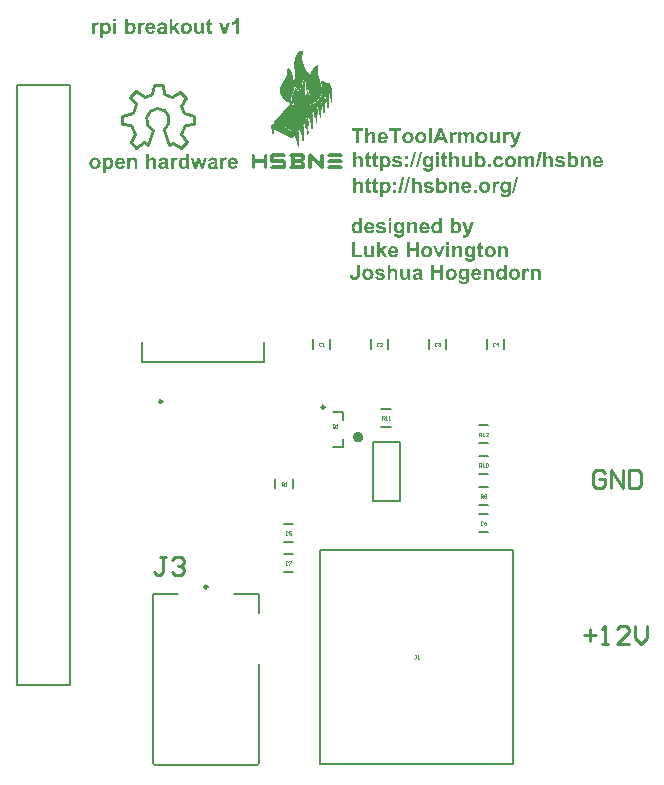
<source format=gto>
G04 Layer_Color=65535*
%FSAX44Y44*%
%MOMM*%
G71*
G01*
G75*
%ADD30C,0.2500*%
%ADD31C,0.5000*%
%ADD32C,0.2000*%
%ADD33C,0.2540*%
%ADD34C,0.2032*%
%ADD35C,0.0254*%
%ADD36C,0.1000*%
G36*
X00472554Y00653390D02*
X00470271D01*
Y00654736D01*
X00470252Y00654697D01*
X00470174Y00654600D01*
X00470037Y00654463D01*
X00469881Y00654287D01*
X00469686Y00654112D01*
X00469452Y00653897D01*
X00469199Y00653722D01*
X00468906Y00653546D01*
X00468867Y00653527D01*
X00468769Y00653487D01*
X00468633Y00653429D01*
X00468438Y00653351D01*
X00468204Y00653273D01*
X00467931Y00653214D01*
X00467658Y00653175D01*
X00467365Y00653156D01*
X00467209D01*
X00467092Y00653175D01*
X00466955Y00653195D01*
X00466799Y00653234D01*
X00466428Y00653312D01*
X00465999Y00653468D01*
X00465765Y00653566D01*
X00465531Y00653702D01*
X00465297Y00653839D01*
X00465083Y00654014D01*
X00464848Y00654209D01*
X00464634Y00654443D01*
X00464614Y00654463D01*
X00464595Y00654502D01*
X00464536Y00654580D01*
X00464458Y00654678D01*
X00464380Y00654814D01*
X00464283Y00654970D01*
X00464166Y00655165D01*
X00464068Y00655380D01*
X00463971Y00655614D01*
X00463854Y00655887D01*
X00463756Y00656180D01*
X00463678Y00656511D01*
X00463600Y00656843D01*
X00463561Y00657213D01*
X00463522Y00657623D01*
X00463503Y00658033D01*
Y00658052D01*
Y00658130D01*
Y00658267D01*
X00463522Y00658423D01*
X00463541Y00658618D01*
X00463561Y00658852D01*
X00463600Y00659106D01*
X00463639Y00659359D01*
X00463776Y00659944D01*
X00463971Y00660549D01*
X00464088Y00660842D01*
X00464244Y00661115D01*
X00464400Y00661388D01*
X00464595Y00661622D01*
X00464614Y00661642D01*
X00464653Y00661681D01*
X00464712Y00661739D01*
X00464790Y00661817D01*
X00464907Y00661915D01*
X00465043Y00662012D01*
X00465200Y00662129D01*
X00465356Y00662246D01*
X00465551Y00662363D01*
X00465765Y00662480D01*
X00466253Y00662675D01*
X00466507Y00662754D01*
X00466799Y00662812D01*
X00467092Y00662851D01*
X00467404Y00662870D01*
X00467560D01*
X00467658Y00662851D01*
X00467794Y00662831D01*
X00467950Y00662793D01*
X00468321Y00662714D01*
X00468730Y00662558D01*
X00468965Y00662441D01*
X00469199Y00662324D01*
X00469413Y00662168D01*
X00469647Y00661993D01*
X00469881Y00661798D01*
X00470096Y00661563D01*
Y00666206D01*
X00472554D01*
Y00653390D01*
D02*
G37*
G36*
X00429735Y00663943D02*
X00427278D01*
Y00666206D01*
X00429735D01*
Y00663943D01*
D02*
G37*
G36*
X00448755Y00662851D02*
X00448950Y00662831D01*
X00449184Y00662793D01*
X00449438Y00662754D01*
X00449691Y00662675D01*
X00449945Y00662578D01*
X00449984Y00662558D01*
X00450062Y00662519D01*
X00450179Y00662461D01*
X00450316Y00662383D01*
X00450491Y00662266D01*
X00450647Y00662129D01*
X00450823Y00661993D01*
X00450959Y00661817D01*
X00450979Y00661798D01*
X00451018Y00661739D01*
X00451076Y00661642D01*
X00451154Y00661525D01*
X00451232Y00661368D01*
X00451311Y00661193D01*
X00451389Y00660998D01*
X00451447Y00660783D01*
Y00660764D01*
X00451466Y00660686D01*
X00451486Y00660549D01*
X00451525Y00660374D01*
X00451544Y00660139D01*
X00451564Y00659847D01*
X00451584Y00659515D01*
Y00659145D01*
Y00653390D01*
X00449126D01*
Y00658111D01*
Y00658130D01*
Y00658169D01*
Y00658247D01*
Y00658345D01*
Y00658481D01*
Y00658618D01*
X00449106Y00658911D01*
X00449087Y00659242D01*
X00449048Y00659554D01*
X00449009Y00659827D01*
X00448989Y00659944D01*
X00448950Y00660042D01*
Y00660061D01*
X00448931Y00660120D01*
X00448892Y00660198D01*
X00448833Y00660296D01*
X00448677Y00660530D01*
X00448443Y00660744D01*
X00448423Y00660764D01*
X00448384Y00660783D01*
X00448306Y00660822D01*
X00448209Y00660881D01*
X00448092Y00660920D01*
X00447936Y00660959D01*
X00447780Y00660978D01*
X00447604Y00660998D01*
X00447487D01*
X00447370Y00660978D01*
X00447214Y00660959D01*
X00447038Y00660920D01*
X00446843Y00660842D01*
X00446648Y00660764D01*
X00446453Y00660647D01*
X00446434Y00660627D01*
X00446375Y00660588D01*
X00446297Y00660510D01*
X00446180Y00660393D01*
X00446082Y00660257D01*
X00445965Y00660100D01*
X00445848Y00659925D01*
X00445770Y00659710D01*
Y00659691D01*
X00445751Y00659593D01*
X00445712Y00659457D01*
X00445692Y00659242D01*
X00445673Y00659106D01*
X00445653Y00658950D01*
X00445634Y00658774D01*
X00445614Y00658579D01*
Y00658364D01*
X00445595Y00658130D01*
Y00657857D01*
Y00657584D01*
Y00653390D01*
X00443137D01*
Y00662675D01*
X00445419D01*
Y00661310D01*
X00445439Y00661329D01*
X00445478Y00661368D01*
X00445536Y00661447D01*
X00445634Y00661563D01*
X00445751Y00661681D01*
X00445907Y00661798D01*
X00446063Y00661954D01*
X00446258Y00662090D01*
X00446473Y00662227D01*
X00446687Y00662383D01*
X00446941Y00662500D01*
X00447214Y00662636D01*
X00447506Y00662734D01*
X00447799Y00662812D01*
X00448131Y00662851D01*
X00448462Y00662870D01*
X00448599D01*
X00448755Y00662851D01*
D02*
G37*
G36*
X00404961Y00653390D02*
X00402679D01*
Y00654736D01*
X00402659Y00654697D01*
X00402581Y00654600D01*
X00402445Y00654463D01*
X00402289Y00654287D01*
X00402094Y00654112D01*
X00401860Y00653897D01*
X00401606Y00653722D01*
X00401314Y00653546D01*
X00401274Y00653527D01*
X00401177Y00653487D01*
X00401040Y00653429D01*
X00400845Y00653351D01*
X00400611Y00653273D01*
X00400338Y00653214D01*
X00400065Y00653175D01*
X00399772Y00653156D01*
X00399616D01*
X00399499Y00653175D01*
X00399363Y00653195D01*
X00399207Y00653234D01*
X00398836Y00653312D01*
X00398407Y00653468D01*
X00398173Y00653566D01*
X00397939Y00653702D01*
X00397705Y00653839D01*
X00397490Y00654014D01*
X00397256Y00654209D01*
X00397041Y00654443D01*
X00397022Y00654463D01*
X00397002Y00654502D01*
X00396944Y00654580D01*
X00396866Y00654678D01*
X00396788Y00654814D01*
X00396690Y00654970D01*
X00396573Y00655165D01*
X00396476Y00655380D01*
X00396378Y00655614D01*
X00396261Y00655887D01*
X00396164Y00656180D01*
X00396086Y00656511D01*
X00396007Y00656843D01*
X00395969Y00657213D01*
X00395929Y00657623D01*
X00395910Y00658033D01*
Y00658052D01*
Y00658130D01*
Y00658267D01*
X00395929Y00658423D01*
X00395949Y00658618D01*
X00395969Y00658852D01*
X00396007Y00659106D01*
X00396047Y00659359D01*
X00396183Y00659944D01*
X00396378Y00660549D01*
X00396495Y00660842D01*
X00396651Y00661115D01*
X00396807Y00661388D01*
X00397002Y00661622D01*
X00397022Y00661642D01*
X00397061Y00661681D01*
X00397119Y00661739D01*
X00397197Y00661817D01*
X00397314Y00661915D01*
X00397451Y00662012D01*
X00397607Y00662129D01*
X00397763Y00662246D01*
X00397958Y00662363D01*
X00398173Y00662480D01*
X00398661Y00662675D01*
X00398914Y00662754D01*
X00399207Y00662812D01*
X00399499Y00662851D01*
X00399811Y00662870D01*
X00399967D01*
X00400065Y00662851D01*
X00400202Y00662831D01*
X00400358Y00662793D01*
X00400728Y00662714D01*
X00401138Y00662558D01*
X00401372Y00662441D01*
X00401606Y00662324D01*
X00401821Y00662168D01*
X00402055Y00661993D01*
X00402289Y00661798D01*
X00402503Y00661563D01*
Y00666206D01*
X00404961D01*
Y00653390D01*
D02*
G37*
G36*
X00422498Y00739051D02*
X00422674Y00739032D01*
X00422869Y00738992D01*
X00423103Y00738953D01*
X00423337Y00738895D01*
X00423591Y00738817D01*
X00423864Y00738739D01*
X00424137Y00738622D01*
X00424410Y00738485D01*
X00424683Y00738329D01*
X00424937Y00738134D01*
X00425190Y00737939D01*
X00425424Y00737685D01*
X00425444Y00737666D01*
X00425483Y00737627D01*
X00425541Y00737549D01*
X00425620Y00737432D01*
X00425698Y00737276D01*
X00425795Y00737100D01*
X00425912Y00736905D01*
X00426010Y00736652D01*
X00426127Y00736378D01*
X00426224Y00736066D01*
X00426322Y00735715D01*
X00426419Y00735345D01*
X00426478Y00734935D01*
X00426536Y00734506D01*
X00426575Y00734018D01*
Y00733511D01*
X00420431D01*
Y00733491D01*
Y00733472D01*
Y00733413D01*
X00420450Y00733335D01*
X00420470Y00733121D01*
X00420509Y00732887D01*
X00420587Y00732594D01*
X00420684Y00732321D01*
X00420821Y00732048D01*
X00421016Y00731794D01*
X00421035Y00731775D01*
X00421113Y00731697D01*
X00421230Y00731599D01*
X00421406Y00731502D01*
X00421601Y00731385D01*
X00421855Y00731287D01*
X00422128Y00731209D01*
X00422420Y00731190D01*
X00422518D01*
X00422635Y00731209D01*
X00422771Y00731229D01*
X00422908Y00731268D01*
X00423083Y00731326D01*
X00423240Y00731404D01*
X00423396Y00731502D01*
X00423415Y00731521D01*
X00423454Y00731560D01*
X00423532Y00731638D01*
X00423610Y00731755D01*
X00423708Y00731892D01*
X00423825Y00732067D01*
X00423922Y00732262D01*
X00424000Y00732516D01*
X00426439Y00732106D01*
Y00732087D01*
X00426419Y00732048D01*
X00426380Y00731970D01*
X00426341Y00731892D01*
X00426302Y00731775D01*
X00426224Y00731638D01*
X00426068Y00731346D01*
X00425854Y00731014D01*
X00425600Y00730682D01*
X00425288Y00730351D01*
X00424937Y00730058D01*
X00424917D01*
X00424898Y00730019D01*
X00424839Y00730000D01*
X00424761Y00729941D01*
X00424664Y00729902D01*
X00424527Y00729844D01*
X00424235Y00729707D01*
X00423864Y00729570D01*
X00423435Y00729473D01*
X00422947Y00729395D01*
X00422401Y00729356D01*
X00422303D01*
X00422167Y00729375D01*
X00422011D01*
X00421796Y00729414D01*
X00421581Y00729434D01*
X00421328Y00729492D01*
X00421055Y00729551D01*
X00420762Y00729629D01*
X00420470Y00729746D01*
X00420158Y00729863D01*
X00419865Y00730019D01*
X00419572Y00730195D01*
X00419299Y00730409D01*
X00419045Y00730663D01*
X00418811Y00730936D01*
Y00730956D01*
X00418772Y00730994D01*
X00418733Y00731073D01*
X00418675Y00731170D01*
X00418597Y00731287D01*
X00418519Y00731443D01*
X00418441Y00731619D01*
X00418363Y00731814D01*
X00418285Y00732028D01*
X00418207Y00732282D01*
X00418129Y00732536D01*
X00418051Y00732828D01*
X00417953Y00733452D01*
X00417934Y00733784D01*
X00417914Y00734135D01*
Y00734155D01*
Y00734233D01*
Y00734350D01*
X00417934Y00734525D01*
X00417953Y00734701D01*
X00417973Y00734935D01*
X00418012Y00735189D01*
X00418070Y00735442D01*
X00418207Y00736027D01*
X00418304Y00736320D01*
X00418421Y00736632D01*
X00418558Y00736925D01*
X00418714Y00737217D01*
X00418890Y00737490D01*
X00419104Y00737744D01*
X00419124Y00737764D01*
X00419163Y00737803D01*
X00419221Y00737861D01*
X00419319Y00737959D01*
X00419436Y00738056D01*
X00419592Y00738173D01*
X00419748Y00738290D01*
X00419943Y00738407D01*
X00420158Y00738524D01*
X00420372Y00738661D01*
X00420626Y00738758D01*
X00420899Y00738856D01*
X00421191Y00738953D01*
X00421484Y00739012D01*
X00421816Y00739051D01*
X00422147Y00739071D01*
X00422342D01*
X00422498Y00739051D01*
D02*
G37*
G36*
X00506652D02*
X00506828Y00739032D01*
X00507043Y00738992D01*
X00507257Y00738953D01*
X00507511Y00738895D01*
X00507784Y00738817D01*
X00508057Y00738739D01*
X00508349Y00738622D01*
X00508623Y00738485D01*
X00508915Y00738329D01*
X00509208Y00738134D01*
X00509481Y00737939D01*
X00509734Y00737685D01*
X00509754Y00737666D01*
X00509793Y00737627D01*
X00509852Y00737549D01*
X00509949Y00737432D01*
X00510047Y00737315D01*
X00510164Y00737139D01*
X00510281Y00736964D01*
X00510417Y00736749D01*
X00510534Y00736496D01*
X00510651Y00736242D01*
X00510768Y00735949D01*
X00510866Y00735657D01*
X00510964Y00735325D01*
X00511022Y00734974D01*
X00511061Y00734623D01*
X00511081Y00734233D01*
Y00734213D01*
Y00734135D01*
Y00734038D01*
X00511061Y00733882D01*
X00511041Y00733706D01*
X00511003Y00733491D01*
X00510964Y00733257D01*
X00510905Y00733004D01*
X00510846Y00732731D01*
X00510749Y00732458D01*
X00510632Y00732165D01*
X00510515Y00731872D01*
X00510339Y00731580D01*
X00510164Y00731287D01*
X00509949Y00731014D01*
X00509715Y00730741D01*
X00509696Y00730721D01*
X00509656Y00730682D01*
X00509579Y00730604D01*
X00509481Y00730526D01*
X00509344Y00730429D01*
X00509188Y00730312D01*
X00508993Y00730175D01*
X00508779Y00730058D01*
X00508545Y00729922D01*
X00508291Y00729785D01*
X00508018Y00729668D01*
X00507706Y00729570D01*
X00507394Y00729492D01*
X00507043Y00729414D01*
X00506672Y00729375D01*
X00506301Y00729356D01*
X00506087D01*
X00505970Y00729375D01*
X00505833Y00729395D01*
X00505521Y00729434D01*
X00505150Y00729492D01*
X00504741Y00729590D01*
X00504311Y00729727D01*
X00503882Y00729922D01*
X00503863D01*
X00503824Y00729941D01*
X00503765Y00729980D01*
X00503687Y00730039D01*
X00503492Y00730175D01*
X00503239Y00730351D01*
X00502946Y00730585D01*
X00502653Y00730878D01*
X00502380Y00731229D01*
X00502127Y00731619D01*
Y00731638D01*
X00502107Y00731677D01*
X00502068Y00731736D01*
X00502029Y00731814D01*
X00501990Y00731931D01*
X00501951Y00732048D01*
X00501893Y00732204D01*
X00501834Y00732380D01*
X00501737Y00732770D01*
X00501639Y00733238D01*
X00501561Y00733764D01*
X00501541Y00734330D01*
Y00734350D01*
Y00734389D01*
Y00734447D01*
X00501561Y00734545D01*
Y00734642D01*
X00501581Y00734779D01*
X00501619Y00735091D01*
X00501678Y00735462D01*
X00501795Y00735852D01*
X00501932Y00736281D01*
X00502127Y00736710D01*
Y00736730D01*
X00502146Y00736769D01*
X00502185Y00736827D01*
X00502244Y00736905D01*
X00502380Y00737100D01*
X00502575Y00737354D01*
X00502809Y00737646D01*
X00503102Y00737939D01*
X00503434Y00738212D01*
X00503824Y00738466D01*
X00503843D01*
X00503882Y00738485D01*
X00503941Y00738524D01*
X00504019Y00738563D01*
X00504116Y00738602D01*
X00504253Y00738661D01*
X00504546Y00738778D01*
X00504916Y00738875D01*
X00505345Y00738973D01*
X00505794Y00739051D01*
X00506301Y00739071D01*
X00506496D01*
X00506652Y00739051D01*
D02*
G37*
G36*
X00406034Y00740241D02*
X00402269D01*
Y00729590D01*
X00399675D01*
Y00740241D01*
X00395910D01*
Y00742406D01*
X00406034D01*
Y00740241D01*
D02*
G37*
G36*
X00444054Y00739051D02*
X00444229Y00739032D01*
X00444444Y00738992D01*
X00444659Y00738953D01*
X00444912Y00738895D01*
X00445185Y00738817D01*
X00445458Y00738739D01*
X00445751Y00738622D01*
X00446024Y00738485D01*
X00446317Y00738329D01*
X00446609Y00738134D01*
X00446882Y00737939D01*
X00447136Y00737685D01*
X00447155Y00737666D01*
X00447194Y00737627D01*
X00447253Y00737549D01*
X00447351Y00737432D01*
X00447448Y00737315D01*
X00447565Y00737139D01*
X00447682Y00736964D01*
X00447819Y00736749D01*
X00447936Y00736496D01*
X00448053Y00736242D01*
X00448170Y00735949D01*
X00448267Y00735657D01*
X00448365Y00735325D01*
X00448423Y00734974D01*
X00448462Y00734623D01*
X00448482Y00734233D01*
Y00734213D01*
Y00734135D01*
Y00734038D01*
X00448462Y00733882D01*
X00448443Y00733706D01*
X00448404Y00733491D01*
X00448365Y00733257D01*
X00448306Y00733004D01*
X00448248Y00732731D01*
X00448150Y00732458D01*
X00448033Y00732165D01*
X00447916Y00731872D01*
X00447741Y00731580D01*
X00447565Y00731287D01*
X00447351Y00731014D01*
X00447116Y00730741D01*
X00447097Y00730721D01*
X00447058Y00730682D01*
X00446980Y00730604D01*
X00446882Y00730526D01*
X00446746Y00730429D01*
X00446590Y00730312D01*
X00446395Y00730175D01*
X00446180Y00730058D01*
X00445946Y00729922D01*
X00445692Y00729785D01*
X00445419Y00729668D01*
X00445107Y00729570D01*
X00444795Y00729492D01*
X00444444Y00729414D01*
X00444073Y00729375D01*
X00443703Y00729356D01*
X00443488D01*
X00443371Y00729375D01*
X00443234Y00729395D01*
X00442922Y00729434D01*
X00442552Y00729492D01*
X00442142Y00729590D01*
X00441713Y00729727D01*
X00441284Y00729922D01*
X00441264D01*
X00441225Y00729941D01*
X00441167Y00729980D01*
X00441089Y00730039D01*
X00440894Y00730175D01*
X00440640Y00730351D01*
X00440347Y00730585D01*
X00440055Y00730878D01*
X00439782Y00731229D01*
X00439528Y00731619D01*
Y00731638D01*
X00439509Y00731677D01*
X00439470Y00731736D01*
X00439431Y00731814D01*
X00439392Y00731931D01*
X00439352Y00732048D01*
X00439294Y00732204D01*
X00439235Y00732380D01*
X00439138Y00732770D01*
X00439040Y00733238D01*
X00438962Y00733764D01*
X00438943Y00734330D01*
Y00734350D01*
Y00734389D01*
Y00734447D01*
X00438962Y00734545D01*
Y00734642D01*
X00438982Y00734779D01*
X00439021Y00735091D01*
X00439079Y00735462D01*
X00439197Y00735852D01*
X00439333Y00736281D01*
X00439528Y00736710D01*
Y00736730D01*
X00439548Y00736769D01*
X00439587Y00736827D01*
X00439645Y00736905D01*
X00439782Y00737100D01*
X00439977Y00737354D01*
X00440211Y00737646D01*
X00440504Y00737939D01*
X00440835Y00738212D01*
X00441225Y00738466D01*
X00441245D01*
X00441284Y00738485D01*
X00441342Y00738524D01*
X00441420Y00738563D01*
X00441518Y00738602D01*
X00441654Y00738661D01*
X00441947Y00738778D01*
X00442318Y00738875D01*
X00442747Y00738973D01*
X00443195Y00739051D01*
X00443703Y00739071D01*
X00443898D01*
X00444054Y00739051D01*
D02*
G37*
G36*
X00454978D02*
X00455153Y00739032D01*
X00455368Y00738992D01*
X00455583Y00738953D01*
X00455836Y00738895D01*
X00456109Y00738817D01*
X00456382Y00738739D01*
X00456675Y00738622D01*
X00456948Y00738485D01*
X00457241Y00738329D01*
X00457533Y00738134D01*
X00457806Y00737939D01*
X00458060Y00737685D01*
X00458079Y00737666D01*
X00458119Y00737627D01*
X00458177Y00737549D01*
X00458274Y00737432D01*
X00458372Y00737315D01*
X00458489Y00737139D01*
X00458606Y00736964D01*
X00458743Y00736749D01*
X00458860Y00736496D01*
X00458977Y00736242D01*
X00459094Y00735949D01*
X00459191Y00735657D01*
X00459289Y00735325D01*
X00459347Y00734974D01*
X00459386Y00734623D01*
X00459406Y00734233D01*
Y00734213D01*
Y00734135D01*
Y00734038D01*
X00459386Y00733882D01*
X00459367Y00733706D01*
X00459328Y00733491D01*
X00459289Y00733257D01*
X00459230Y00733004D01*
X00459172Y00732731D01*
X00459074Y00732458D01*
X00458957Y00732165D01*
X00458840Y00731872D01*
X00458665Y00731580D01*
X00458489Y00731287D01*
X00458274Y00731014D01*
X00458040Y00730741D01*
X00458021Y00730721D01*
X00457982Y00730682D01*
X00457904Y00730604D01*
X00457806Y00730526D01*
X00457670Y00730429D01*
X00457514Y00730312D01*
X00457319Y00730175D01*
X00457104Y00730058D01*
X00456870Y00729922D01*
X00456616Y00729785D01*
X00456343Y00729668D01*
X00456031Y00729570D01*
X00455719Y00729492D01*
X00455368Y00729414D01*
X00454997Y00729375D01*
X00454627Y00729356D01*
X00454412D01*
X00454295Y00729375D01*
X00454159Y00729395D01*
X00453846Y00729434D01*
X00453476Y00729492D01*
X00453066Y00729590D01*
X00452637Y00729727D01*
X00452208Y00729922D01*
X00452188D01*
X00452149Y00729941D01*
X00452091Y00729980D01*
X00452013Y00730039D01*
X00451818Y00730175D01*
X00451564Y00730351D01*
X00451271Y00730585D01*
X00450979Y00730878D01*
X00450706Y00731229D01*
X00450452Y00731619D01*
Y00731638D01*
X00450433Y00731677D01*
X00450394Y00731736D01*
X00450355Y00731814D01*
X00450316Y00731931D01*
X00450277Y00732048D01*
X00450218Y00732204D01*
X00450159Y00732380D01*
X00450062Y00732770D01*
X00449964Y00733238D01*
X00449886Y00733764D01*
X00449867Y00734330D01*
Y00734350D01*
Y00734389D01*
Y00734447D01*
X00449886Y00734545D01*
Y00734642D01*
X00449906Y00734779D01*
X00449945Y00735091D01*
X00450004Y00735462D01*
X00450121Y00735852D01*
X00450257Y00736281D01*
X00450452Y00736710D01*
Y00736730D01*
X00450472Y00736769D01*
X00450511Y00736827D01*
X00450569Y00736905D01*
X00450706Y00737100D01*
X00450901Y00737354D01*
X00451135Y00737646D01*
X00451427Y00737939D01*
X00451759Y00738212D01*
X00452149Y00738466D01*
X00452169D01*
X00452208Y00738485D01*
X00452266Y00738524D01*
X00452344Y00738563D01*
X00452442Y00738602D01*
X00452578Y00738661D01*
X00452871Y00738778D01*
X00453242Y00738875D01*
X00453671Y00738973D01*
X00454119Y00739051D01*
X00454627Y00739071D01*
X00454822D01*
X00454978Y00739051D01*
D02*
G37*
G36*
X00435900Y00662851D02*
X00436036Y00662831D01*
X00436212Y00662793D01*
X00436407Y00662734D01*
X00436602Y00662675D01*
X00436817Y00662597D01*
X00437051Y00662500D01*
X00437285Y00662383D01*
X00437519Y00662227D01*
X00437753Y00662051D01*
X00437987Y00661856D01*
X00438221Y00661622D01*
X00438436Y00661349D01*
Y00662675D01*
X00440737D01*
Y00654326D01*
Y00654307D01*
Y00654248D01*
Y00654170D01*
Y00654053D01*
Y00653917D01*
X00440718Y00653761D01*
X00440699Y00653410D01*
X00440679Y00653019D01*
X00440620Y00652610D01*
X00440562Y00652220D01*
X00440504Y00652044D01*
X00440464Y00651888D01*
X00440445Y00651849D01*
X00440406Y00651751D01*
X00440347Y00651595D01*
X00440269Y00651420D01*
X00440152Y00651205D01*
X00440035Y00650991D01*
X00439879Y00650796D01*
X00439704Y00650601D01*
X00439684Y00650581D01*
X00439606Y00650522D01*
X00439509Y00650444D01*
X00439352Y00650327D01*
X00439177Y00650210D01*
X00438943Y00650093D01*
X00438689Y00649976D01*
X00438397Y00649879D01*
X00438358Y00649859D01*
X00438241Y00649840D01*
X00438065Y00649801D01*
X00437831Y00649742D01*
X00437538Y00649684D01*
X00437187Y00649645D01*
X00436778Y00649625D01*
X00436329Y00649606D01*
X00436114D01*
X00435939Y00649625D01*
X00435744D01*
X00435529Y00649645D01*
X00435295Y00649684D01*
X00435022Y00649703D01*
X00434476Y00649801D01*
X00433910Y00649957D01*
X00433656Y00650054D01*
X00433403Y00650152D01*
X00433169Y00650288D01*
X00432974Y00650425D01*
X00432954Y00650444D01*
X00432935Y00650464D01*
X00432818Y00650581D01*
X00432662Y00650757D01*
X00432486Y00650991D01*
X00432310Y00651283D01*
X00432154Y00651634D01*
X00432037Y00652025D01*
X00432018Y00652239D01*
X00431998Y00652473D01*
Y00652493D01*
Y00652571D01*
Y00652649D01*
X00432018Y00652766D01*
X00434827Y00652434D01*
Y00652415D01*
X00434846Y00652356D01*
X00434866Y00652278D01*
X00434885Y00652161D01*
X00434983Y00651946D01*
X00435061Y00651829D01*
X00435139Y00651751D01*
X00435159Y00651732D01*
X00435197Y00651712D01*
X00435295Y00651673D01*
X00435412Y00651615D01*
X00435568Y00651556D01*
X00435744Y00651517D01*
X00435978Y00651498D01*
X00436231Y00651478D01*
X00436387D01*
X00436563Y00651498D01*
X00436778Y00651517D01*
X00437012Y00651556D01*
X00437246Y00651595D01*
X00437480Y00651673D01*
X00437675Y00651771D01*
X00437694Y00651790D01*
X00437733Y00651810D01*
X00437792Y00651849D01*
X00437850Y00651927D01*
X00437929Y00652005D01*
X00438007Y00652122D01*
X00438085Y00652259D01*
X00438163Y00652415D01*
Y00652434D01*
X00438182Y00652473D01*
X00438202Y00652551D01*
X00438221Y00652668D01*
X00438241Y00652824D01*
X00438260Y00653019D01*
X00438280Y00653253D01*
Y00653527D01*
Y00654912D01*
X00438260Y00654892D01*
X00438221Y00654853D01*
X00438163Y00654775D01*
X00438085Y00654678D01*
X00437967Y00654560D01*
X00437850Y00654424D01*
X00437694Y00654287D01*
X00437519Y00654151D01*
X00437109Y00653878D01*
X00436641Y00653624D01*
X00436387Y00653527D01*
X00436114Y00653448D01*
X00435822Y00653410D01*
X00435510Y00653390D01*
X00435432D01*
X00435334Y00653410D01*
X00435197D01*
X00435041Y00653448D01*
X00434866Y00653468D01*
X00434651Y00653527D01*
X00434437Y00653585D01*
X00434203Y00653663D01*
X00433969Y00653780D01*
X00433715Y00653897D01*
X00433461Y00654053D01*
X00433227Y00654229D01*
X00432993Y00654443D01*
X00432759Y00654697D01*
X00432545Y00654970D01*
Y00654990D01*
X00432505Y00655029D01*
X00432467Y00655107D01*
X00432408Y00655204D01*
X00432350Y00655321D01*
X00432271Y00655458D01*
X00432213Y00655633D01*
X00432135Y00655828D01*
X00432057Y00656043D01*
X00431979Y00656277D01*
X00431901Y00656531D01*
X00431842Y00656804D01*
X00431745Y00657409D01*
X00431725Y00657740D01*
X00431706Y00658072D01*
Y00658091D01*
Y00658169D01*
Y00658286D01*
X00431725Y00658462D01*
X00431745Y00658657D01*
X00431764Y00658872D01*
X00431803Y00659125D01*
X00431842Y00659379D01*
X00431979Y00659964D01*
X00432076Y00660257D01*
X00432174Y00660549D01*
X00432310Y00660842D01*
X00432447Y00661115D01*
X00432623Y00661388D01*
X00432818Y00661622D01*
X00432837Y00661642D01*
X00432876Y00661681D01*
X00432935Y00661739D01*
X00433013Y00661817D01*
X00433130Y00661915D01*
X00433266Y00662012D01*
X00433403Y00662129D01*
X00433578Y00662246D01*
X00433773Y00662363D01*
X00433988Y00662480D01*
X00434456Y00662675D01*
X00434729Y00662754D01*
X00435002Y00662812D01*
X00435295Y00662851D01*
X00435607Y00662870D01*
X00435783D01*
X00435900Y00662851D01*
D02*
G37*
G36*
X00411243D02*
X00411418Y00662831D01*
X00411613Y00662793D01*
X00411847Y00662754D01*
X00412081Y00662695D01*
X00412335Y00662617D01*
X00412608Y00662539D01*
X00412881Y00662422D01*
X00413154Y00662285D01*
X00413428Y00662129D01*
X00413681Y00661934D01*
X00413935Y00661739D01*
X00414169Y00661486D01*
X00414188Y00661466D01*
X00414227Y00661427D01*
X00414286Y00661349D01*
X00414364Y00661232D01*
X00414442Y00661076D01*
X00414539Y00660900D01*
X00414656Y00660705D01*
X00414754Y00660452D01*
X00414871Y00660179D01*
X00414968Y00659866D01*
X00415066Y00659515D01*
X00415164Y00659145D01*
X00415222Y00658735D01*
X00415281Y00658306D01*
X00415320Y00657818D01*
Y00657311D01*
X00409175D01*
Y00657291D01*
Y00657272D01*
Y00657213D01*
X00409194Y00657135D01*
X00409214Y00656921D01*
X00409253Y00656687D01*
X00409331Y00656394D01*
X00409428Y00656121D01*
X00409565Y00655848D01*
X00409760Y00655594D01*
X00409780Y00655575D01*
X00409858Y00655497D01*
X00409975Y00655399D01*
X00410150Y00655302D01*
X00410345Y00655185D01*
X00410599Y00655087D01*
X00410872Y00655009D01*
X00411165Y00654990D01*
X00411262D01*
X00411379Y00655009D01*
X00411516Y00655029D01*
X00411652Y00655068D01*
X00411828Y00655126D01*
X00411984Y00655204D01*
X00412140Y00655302D01*
X00412160Y00655321D01*
X00412198Y00655360D01*
X00412276Y00655438D01*
X00412355Y00655555D01*
X00412452Y00655692D01*
X00412569Y00655867D01*
X00412667Y00656062D01*
X00412745Y00656316D01*
X00415183Y00655906D01*
Y00655887D01*
X00415164Y00655848D01*
X00415125Y00655770D01*
X00415086Y00655692D01*
X00415047Y00655575D01*
X00414968Y00655438D01*
X00414813Y00655146D01*
X00414598Y00654814D01*
X00414344Y00654482D01*
X00414032Y00654151D01*
X00413681Y00653858D01*
X00413662D01*
X00413642Y00653819D01*
X00413583Y00653800D01*
X00413506Y00653741D01*
X00413408Y00653702D01*
X00413271Y00653644D01*
X00412979Y00653507D01*
X00412608Y00653371D01*
X00412179Y00653273D01*
X00411691Y00653195D01*
X00411145Y00653156D01*
X00411048D01*
X00410911Y00653175D01*
X00410755D01*
X00410540Y00653214D01*
X00410326Y00653234D01*
X00410072Y00653292D01*
X00409799Y00653351D01*
X00409506Y00653429D01*
X00409214Y00653546D01*
X00408902Y00653663D01*
X00408609Y00653819D01*
X00408317Y00653995D01*
X00408044Y00654209D01*
X00407790Y00654463D01*
X00407556Y00654736D01*
Y00654755D01*
X00407517Y00654794D01*
X00407478Y00654873D01*
X00407419Y00654970D01*
X00407341Y00655087D01*
X00407263Y00655243D01*
X00407185Y00655419D01*
X00407107Y00655614D01*
X00407029Y00655828D01*
X00406951Y00656082D01*
X00406873Y00656336D01*
X00406795Y00656628D01*
X00406698Y00657252D01*
X00406678Y00657584D01*
X00406659Y00657935D01*
Y00657955D01*
Y00658033D01*
Y00658150D01*
X00406678Y00658325D01*
X00406698Y00658501D01*
X00406717Y00658735D01*
X00406756Y00658989D01*
X00406814Y00659242D01*
X00406951Y00659827D01*
X00407049Y00660120D01*
X00407166Y00660432D01*
X00407302Y00660725D01*
X00407458Y00661017D01*
X00407634Y00661290D01*
X00407848Y00661544D01*
X00407868Y00661563D01*
X00407907Y00661602D01*
X00407966Y00661661D01*
X00408063Y00661759D01*
X00408180Y00661856D01*
X00408336Y00661973D01*
X00408492Y00662090D01*
X00408687Y00662207D01*
X00408902Y00662324D01*
X00409116Y00662461D01*
X00409370Y00662558D01*
X00409643Y00662656D01*
X00409936Y00662754D01*
X00410228Y00662812D01*
X00410560Y00662851D01*
X00410891Y00662870D01*
X00411087D01*
X00411243Y00662851D01*
D02*
G37*
G36*
X00548029Y00718731D02*
X00548283Y00718692D01*
X00548536Y00718653D01*
X00548829Y00718575D01*
X00549122Y00718458D01*
X00549395Y00718321D01*
X00549434Y00718302D01*
X00549512Y00718243D01*
X00549648Y00718146D01*
X00549804Y00718009D01*
X00549980Y00717853D01*
X00550155Y00717639D01*
X00550331Y00717385D01*
X00550468Y00717112D01*
X00550487Y00717092D01*
X00550507Y00716995D01*
X00550546Y00716858D01*
X00550604Y00716644D01*
X00550643Y00716371D01*
X00550682Y00716039D01*
X00550702Y00715649D01*
X00550721Y00715181D01*
Y00709270D01*
X00548263D01*
Y00714557D01*
Y00714576D01*
Y00714615D01*
Y00714693D01*
Y00714771D01*
X00548244Y00715025D01*
X00548224Y00715298D01*
X00548205Y00715610D01*
X00548166Y00715902D01*
X00548088Y00716156D01*
X00548049Y00716273D01*
X00548010Y00716351D01*
X00547990Y00716371D01*
X00547951Y00716429D01*
X00547854Y00716527D01*
X00547756Y00716624D01*
X00547600Y00716702D01*
X00547425Y00716800D01*
X00547210Y00716858D01*
X00546956Y00716878D01*
X00546878D01*
X00546781Y00716858D01*
X00546644Y00716839D01*
X00546488Y00716800D01*
X00546332Y00716741D01*
X00546157Y00716663D01*
X00545981Y00716546D01*
X00545961Y00716527D01*
X00545903Y00716488D01*
X00545825Y00716410D01*
X00545727Y00716312D01*
X00545630Y00716195D01*
X00545513Y00716020D01*
X00545415Y00715844D01*
X00545337Y00715629D01*
Y00715610D01*
X00545298Y00715512D01*
X00545279Y00715376D01*
X00545240Y00715161D01*
X00545201Y00714888D01*
X00545181Y00714576D01*
X00545142Y00714166D01*
Y00713718D01*
Y00709270D01*
X00542684D01*
Y00714342D01*
Y00714361D01*
Y00714400D01*
Y00714478D01*
Y00714557D01*
Y00714790D01*
X00542665Y00715083D01*
X00542645Y00715376D01*
X00542626Y00715668D01*
X00542587Y00715902D01*
X00542567Y00716020D01*
X00542548Y00716097D01*
Y00716117D01*
X00542528Y00716156D01*
X00542489Y00716234D01*
X00542450Y00716312D01*
X00542314Y00716507D01*
X00542138Y00716683D01*
X00542118D01*
X00542080Y00716722D01*
X00542021Y00716741D01*
X00541943Y00716780D01*
X00541845Y00716819D01*
X00541709Y00716839D01*
X00541572Y00716878D01*
X00541299D01*
X00541182Y00716858D01*
X00541046Y00716839D01*
X00540890Y00716800D01*
X00540714Y00716741D01*
X00540538Y00716663D01*
X00540363Y00716566D01*
X00540343Y00716546D01*
X00540285Y00716507D01*
X00540207Y00716429D01*
X00540109Y00716332D01*
X00540012Y00716215D01*
X00539895Y00716059D01*
X00539797Y00715883D01*
X00539719Y00715668D01*
Y00715649D01*
X00539680Y00715551D01*
X00539661Y00715415D01*
X00539622Y00715220D01*
X00539583Y00714966D01*
X00539563Y00714634D01*
X00539524Y00714244D01*
Y00713776D01*
Y00709270D01*
X00537066D01*
Y00718555D01*
X00539329D01*
Y00717288D01*
X00539348Y00717307D01*
X00539388Y00717346D01*
X00539446Y00717424D01*
X00539543Y00717522D01*
X00539661Y00717619D01*
X00539797Y00717756D01*
X00539953Y00717892D01*
X00540148Y00718029D01*
X00540343Y00718165D01*
X00540558Y00718282D01*
X00541065Y00718516D01*
X00541319Y00718614D01*
X00541611Y00718692D01*
X00541904Y00718731D01*
X00542216Y00718751D01*
X00542372D01*
X00542528Y00718731D01*
X00542743Y00718711D01*
X00542996Y00718653D01*
X00543250Y00718594D01*
X00543503Y00718497D01*
X00543757Y00718380D01*
X00543796Y00718360D01*
X00543874Y00718302D01*
X00543991Y00718224D01*
X00544147Y00718107D01*
X00544323Y00717951D01*
X00544498Y00717756D01*
X00544674Y00717522D01*
X00544850Y00717268D01*
X00544869Y00717307D01*
X00544947Y00717385D01*
X00545084Y00717522D01*
X00545240Y00717678D01*
X00545435Y00717873D01*
X00545649Y00718048D01*
X00545903Y00718224D01*
X00546157Y00718380D01*
X00546195Y00718399D01*
X00546273Y00718438D01*
X00546430Y00718497D01*
X00546625Y00718575D01*
X00546839Y00718633D01*
X00547112Y00718692D01*
X00547385Y00718731D01*
X00547678Y00718751D01*
X00547854D01*
X00548029Y00718731D01*
D02*
G37*
G36*
X00470176Y00719823D02*
X00467718D01*
Y00722086D01*
X00470176D01*
Y00719823D01*
D02*
G37*
G36*
X00457962Y00662851D02*
X00458138Y00662831D01*
X00458333Y00662793D01*
X00458567Y00662754D01*
X00458801Y00662695D01*
X00459055Y00662617D01*
X00459328Y00662539D01*
X00459601Y00662422D01*
X00459874Y00662285D01*
X00460147Y00662129D01*
X00460401Y00661934D01*
X00460654Y00661739D01*
X00460888Y00661486D01*
X00460908Y00661466D01*
X00460947Y00661427D01*
X00461006Y00661349D01*
X00461084Y00661232D01*
X00461162Y00661076D01*
X00461259Y00660900D01*
X00461376Y00660705D01*
X00461474Y00660452D01*
X00461591Y00660179D01*
X00461688Y00659866D01*
X00461786Y00659515D01*
X00461883Y00659145D01*
X00461942Y00658735D01*
X00462000Y00658306D01*
X00462039Y00657818D01*
Y00657311D01*
X00455895D01*
Y00657291D01*
Y00657272D01*
Y00657213D01*
X00455914Y00657135D01*
X00455934Y00656921D01*
X00455973Y00656687D01*
X00456051Y00656394D01*
X00456148Y00656121D01*
X00456285Y00655848D01*
X00456480Y00655594D01*
X00456499Y00655575D01*
X00456577Y00655497D01*
X00456694Y00655399D01*
X00456870Y00655302D01*
X00457065Y00655185D01*
X00457319Y00655087D01*
X00457592Y00655009D01*
X00457884Y00654990D01*
X00457982D01*
X00458099Y00655009D01*
X00458236Y00655029D01*
X00458372Y00655068D01*
X00458548Y00655126D01*
X00458704Y00655204D01*
X00458860Y00655302D01*
X00458879Y00655321D01*
X00458918Y00655360D01*
X00458996Y00655438D01*
X00459074Y00655555D01*
X00459172Y00655692D01*
X00459289Y00655867D01*
X00459386Y00656062D01*
X00459464Y00656316D01*
X00461903Y00655906D01*
Y00655887D01*
X00461883Y00655848D01*
X00461844Y00655770D01*
X00461805Y00655692D01*
X00461766Y00655575D01*
X00461688Y00655438D01*
X00461532Y00655146D01*
X00461318Y00654814D01*
X00461064Y00654482D01*
X00460752Y00654151D01*
X00460401Y00653858D01*
X00460381D01*
X00460362Y00653819D01*
X00460303Y00653800D01*
X00460225Y00653741D01*
X00460128Y00653702D01*
X00459991Y00653644D01*
X00459698Y00653507D01*
X00459328Y00653371D01*
X00458899Y00653273D01*
X00458411Y00653195D01*
X00457865Y00653156D01*
X00457767D01*
X00457631Y00653175D01*
X00457475D01*
X00457260Y00653214D01*
X00457046Y00653234D01*
X00456792Y00653292D01*
X00456519Y00653351D01*
X00456226Y00653429D01*
X00455934Y00653546D01*
X00455621Y00653663D01*
X00455329Y00653819D01*
X00455036Y00653995D01*
X00454763Y00654209D01*
X00454510Y00654463D01*
X00454276Y00654736D01*
Y00654755D01*
X00454236Y00654794D01*
X00454198Y00654873D01*
X00454139Y00654970D01*
X00454061Y00655087D01*
X00453983Y00655243D01*
X00453905Y00655419D01*
X00453827Y00655614D01*
X00453749Y00655828D01*
X00453671Y00656082D01*
X00453593Y00656336D01*
X00453515Y00656628D01*
X00453417Y00657252D01*
X00453398Y00657584D01*
X00453378Y00657935D01*
Y00657955D01*
Y00658033D01*
Y00658150D01*
X00453398Y00658325D01*
X00453417Y00658501D01*
X00453437Y00658735D01*
X00453476Y00658989D01*
X00453534Y00659242D01*
X00453671Y00659827D01*
X00453768Y00660120D01*
X00453885Y00660432D01*
X00454022Y00660725D01*
X00454178Y00661017D01*
X00454354Y00661290D01*
X00454568Y00661544D01*
X00454588Y00661563D01*
X00454627Y00661602D01*
X00454685Y00661661D01*
X00454783Y00661759D01*
X00454900Y00661856D01*
X00455056Y00661973D01*
X00455212Y00662090D01*
X00455407Y00662207D01*
X00455621Y00662324D01*
X00455836Y00662461D01*
X00456090Y00662558D01*
X00456363Y00662656D01*
X00456655Y00662754D01*
X00456948Y00662812D01*
X00457280Y00662851D01*
X00457611Y00662870D01*
X00457806D01*
X00457962Y00662851D01*
D02*
G37*
G36*
X00495943Y00653741D02*
X00495338Y00652122D01*
X00495319Y00652083D01*
X00495280Y00651985D01*
X00495221Y00651849D01*
X00495143Y00651654D01*
X00495046Y00651459D01*
X00494948Y00651244D01*
X00494851Y00651049D01*
X00494734Y00650874D01*
X00494714Y00650854D01*
X00494675Y00650796D01*
X00494616Y00650717D01*
X00494538Y00650620D01*
X00494324Y00650405D01*
X00494051Y00650191D01*
X00494031Y00650171D01*
X00493992Y00650152D01*
X00493895Y00650093D01*
X00493797Y00650035D01*
X00493661Y00649976D01*
X00493504Y00649898D01*
X00493310Y00649820D01*
X00493114Y00649762D01*
X00493095D01*
X00493017Y00649742D01*
X00492900Y00649723D01*
X00492763Y00649684D01*
X00492568Y00649664D01*
X00492354Y00649625D01*
X00492119Y00649606D01*
X00491612D01*
X00491437Y00649625D01*
X00491222Y00649645D01*
X00490988Y00649664D01*
X00490481Y00649762D01*
X00490266Y00651673D01*
X00490286D01*
X00490364Y00651654D01*
X00490461Y00651634D01*
X00490617Y00651615D01*
X00490774Y00651595D01*
X00490949Y00651576D01*
X00491300Y00651556D01*
X00491437D01*
X00491593Y00651576D01*
X00491788Y00651615D01*
X00491983Y00651693D01*
X00492197Y00651771D01*
X00492393Y00651908D01*
X00492568Y00652083D01*
X00492588Y00652103D01*
X00492627Y00652181D01*
X00492705Y00652278D01*
X00492802Y00652434D01*
X00492900Y00652629D01*
X00492997Y00652844D01*
X00493095Y00653097D01*
X00493192Y00653371D01*
X00489681Y00662675D01*
X00492295D01*
X00494499Y00656082D01*
X00496684Y00662675D01*
X00499220D01*
X00495943Y00653741D01*
D02*
G37*
G36*
X00421152Y00662851D02*
X00421347Y00662831D01*
X00421757Y00662793D01*
X00422206Y00662714D01*
X00422693Y00662617D01*
X00423122Y00662461D01*
X00423337Y00662363D01*
X00423513Y00662246D01*
X00423532D01*
X00423552Y00662227D01*
X00423669Y00662129D01*
X00423825Y00661993D01*
X00424020Y00661778D01*
X00424235Y00661525D01*
X00424449Y00661212D01*
X00424644Y00660861D01*
X00424800Y00660432D01*
X00422479Y00660003D01*
Y00660023D01*
X00422440Y00660081D01*
X00422401Y00660179D01*
X00422342Y00660296D01*
X00422264Y00660432D01*
X00422167Y00660569D01*
X00422050Y00660705D01*
X00421894Y00660822D01*
X00421874Y00660842D01*
X00421816Y00660861D01*
X00421718Y00660920D01*
X00421601Y00660978D01*
X00421425Y00661017D01*
X00421230Y00661076D01*
X00420996Y00661095D01*
X00420723Y00661115D01*
X00420567D01*
X00420392Y00661095D01*
X00420177Y00661076D01*
X00419728Y00660998D01*
X00419514Y00660939D01*
X00419338Y00660842D01*
X00419319D01*
X00419299Y00660803D01*
X00419202Y00660705D01*
X00419104Y00660549D01*
X00419085Y00660452D01*
X00419065Y00660335D01*
Y00660315D01*
Y00660296D01*
X00419104Y00660179D01*
X00419163Y00660023D01*
X00419221Y00659964D01*
X00419299Y00659886D01*
X00419319Y00659866D01*
X00419377Y00659847D01*
X00419514Y00659788D01*
X00419592Y00659749D01*
X00419709Y00659710D01*
X00419845Y00659652D01*
X00420001Y00659613D01*
X00420196Y00659554D01*
X00420411Y00659476D01*
X00420645Y00659418D01*
X00420918Y00659340D01*
X00421230Y00659262D01*
X00421581Y00659184D01*
X00421601D01*
X00421660Y00659164D01*
X00421777Y00659145D01*
X00421894Y00659106D01*
X00422069Y00659067D01*
X00422245Y00659008D01*
X00422674Y00658891D01*
X00423122Y00658735D01*
X00423571Y00658540D01*
X00423981Y00658325D01*
X00424176Y00658208D01*
X00424332Y00658091D01*
X00424371Y00658052D01*
X00424449Y00657974D01*
X00424586Y00657818D01*
X00424722Y00657623D01*
X00424859Y00657370D01*
X00424995Y00657038D01*
X00425073Y00656687D01*
X00425112Y00656258D01*
Y00656238D01*
Y00656199D01*
Y00656141D01*
X00425093Y00656043D01*
X00425073Y00655945D01*
X00425054Y00655809D01*
X00424976Y00655516D01*
X00424859Y00655165D01*
X00424664Y00654794D01*
X00424547Y00654619D01*
X00424390Y00654424D01*
X00424235Y00654248D01*
X00424039Y00654073D01*
X00424020D01*
X00424000Y00654034D01*
X00423922Y00653995D01*
X00423844Y00653936D01*
X00423727Y00653858D01*
X00423591Y00653780D01*
X00423435Y00653702D01*
X00423259Y00653624D01*
X00423045Y00653527D01*
X00422810Y00653448D01*
X00422557Y00653371D01*
X00422264Y00653292D01*
X00421972Y00653234D01*
X00421640Y00653195D01*
X00421269Y00653175D01*
X00420899Y00653156D01*
X00420723D01*
X00420587Y00653175D01*
X00420431D01*
X00420235Y00653195D01*
X00420040Y00653214D01*
X00419806Y00653253D01*
X00419338Y00653351D01*
X00418831Y00653468D01*
X00418343Y00653663D01*
X00417895Y00653917D01*
X00417875D01*
X00417856Y00653956D01*
X00417797Y00653995D01*
X00417719Y00654053D01*
X00417524Y00654229D01*
X00417309Y00654463D01*
X00417075Y00654755D01*
X00416841Y00655126D01*
X00416627Y00655536D01*
X00416471Y00656004D01*
X00418928Y00656375D01*
Y00656336D01*
X00418968Y00656258D01*
X00419007Y00656121D01*
X00419065Y00655965D01*
X00419143Y00655789D01*
X00419260Y00655614D01*
X00419397Y00655438D01*
X00419553Y00655282D01*
X00419572Y00655263D01*
X00419650Y00655224D01*
X00419748Y00655165D01*
X00419904Y00655107D01*
X00420099Y00655048D01*
X00420333Y00654990D01*
X00420587Y00654951D01*
X00420899Y00654931D01*
X00421055D01*
X00421230Y00654951D01*
X00421425Y00654970D01*
X00421660Y00655009D01*
X00421894Y00655068D01*
X00422128Y00655146D01*
X00422323Y00655263D01*
X00422342Y00655282D01*
X00422381Y00655302D01*
X00422420Y00655360D01*
X00422498Y00655438D01*
X00422596Y00655653D01*
X00422635Y00655789D01*
X00422654Y00655926D01*
Y00655945D01*
Y00655984D01*
X00422635Y00656102D01*
X00422576Y00656238D01*
X00422479Y00656394D01*
X00422440Y00656433D01*
X00422381Y00656453D01*
X00422303Y00656511D01*
X00422186Y00656550D01*
X00422050Y00656609D01*
X00421855Y00656667D01*
X00421640Y00656726D01*
X00421601D01*
X00421503Y00656765D01*
X00421367Y00656784D01*
X00421172Y00656843D01*
X00420938Y00656901D01*
X00420665Y00656960D01*
X00420372Y00657038D01*
X00420060Y00657116D01*
X00419416Y00657291D01*
X00419104Y00657389D01*
X00418792Y00657506D01*
X00418519Y00657604D01*
X00418265Y00657701D01*
X00418051Y00657818D01*
X00417875Y00657916D01*
X00417856D01*
X00417836Y00657955D01*
X00417700Y00658052D01*
X00417524Y00658228D01*
X00417329Y00658462D01*
X00417134Y00658755D01*
X00416958Y00659125D01*
X00416822Y00659535D01*
X00416802Y00659769D01*
X00416783Y00660003D01*
Y00660023D01*
Y00660061D01*
Y00660120D01*
X00416802Y00660198D01*
X00416841Y00660432D01*
X00416900Y00660705D01*
X00417017Y00661037D01*
X00417173Y00661368D01*
X00417407Y00661720D01*
X00417563Y00661876D01*
X00417719Y00662032D01*
X00417739Y00662051D01*
X00417758Y00662071D01*
X00417817Y00662110D01*
X00417895Y00662168D01*
X00418012Y00662227D01*
X00418129Y00662305D01*
X00418285Y00662383D01*
X00418441Y00662461D01*
X00418636Y00662539D01*
X00418870Y00662597D01*
X00419104Y00662675D01*
X00419377Y00662734D01*
X00419670Y00662793D01*
X00419982Y00662831D01*
X00420313Y00662870D01*
X00420996D01*
X00421152Y00662851D01*
D02*
G37*
G36*
X00482288Y00661563D02*
X00482307Y00661583D01*
X00482346Y00661622D01*
X00482405Y00661681D01*
X00482483Y00661778D01*
X00482600Y00661876D01*
X00482737Y00661973D01*
X00482873Y00662090D01*
X00483049Y00662227D01*
X00483439Y00662461D01*
X00483907Y00662675D01*
X00484161Y00662754D01*
X00484414Y00662812D01*
X00484687Y00662851D01*
X00484980Y00662870D01*
X00485136D01*
X00485272Y00662851D01*
X00485409Y00662831D01*
X00485585Y00662812D01*
X00485760Y00662773D01*
X00485975Y00662714D01*
X00486404Y00662558D01*
X00486638Y00662461D01*
X00486872Y00662344D01*
X00487126Y00662207D01*
X00487340Y00662032D01*
X00487574Y00661837D01*
X00487789Y00661622D01*
X00487808Y00661602D01*
X00487828Y00661563D01*
X00487887Y00661486D01*
X00487965Y00661388D01*
X00488042Y00661271D01*
X00488140Y00661115D01*
X00488238Y00660939D01*
X00488355Y00660725D01*
X00488452Y00660491D01*
X00488550Y00660218D01*
X00488647Y00659925D01*
X00488725Y00659613D01*
X00488803Y00659281D01*
X00488862Y00658911D01*
X00488881Y00658520D01*
X00488901Y00658091D01*
Y00658072D01*
Y00657994D01*
Y00657857D01*
X00488881Y00657701D01*
X00488862Y00657506D01*
X00488842Y00657272D01*
X00488803Y00657018D01*
X00488764Y00656745D01*
X00488628Y00656160D01*
X00488530Y00655848D01*
X00488413Y00655536D01*
X00488277Y00655243D01*
X00488140Y00654951D01*
X00487945Y00654678D01*
X00487750Y00654424D01*
X00487730Y00654404D01*
X00487691Y00654365D01*
X00487633Y00654307D01*
X00487555Y00654229D01*
X00487438Y00654131D01*
X00487301Y00654014D01*
X00487145Y00653917D01*
X00486989Y00653800D01*
X00486580Y00653566D01*
X00486111Y00653351D01*
X00485858Y00653273D01*
X00485585Y00653214D01*
X00485292Y00653175D01*
X00484999Y00653156D01*
X00484863D01*
X00484707Y00653175D01*
X00484512Y00653214D01*
X00484278Y00653253D01*
X00484005Y00653332D01*
X00483731Y00653429D01*
X00483439Y00653566D01*
X00483400Y00653585D01*
X00483302Y00653644D01*
X00483166Y00653741D01*
X00482990Y00653858D01*
X00482776Y00654034D01*
X00482542Y00654229D01*
X00482327Y00654463D01*
X00482112Y00654736D01*
Y00653390D01*
X00479830D01*
Y00666206D01*
X00482288D01*
Y00661563D01*
D02*
G37*
G36*
X00429735Y00653390D02*
X00427278D01*
Y00662675D01*
X00429735D01*
Y00653390D01*
D02*
G37*
G36*
X00410150Y00737666D02*
X00410170Y00737685D01*
X00410209Y00737725D01*
X00410267Y00737803D01*
X00410365Y00737881D01*
X00410482Y00737998D01*
X00410599Y00738115D01*
X00410755Y00738232D01*
X00410950Y00738368D01*
X00411360Y00738622D01*
X00411828Y00738856D01*
X00412101Y00738934D01*
X00412374Y00739012D01*
X00412667Y00739051D01*
X00412959Y00739071D01*
X00413096D01*
X00413271Y00739051D01*
X00413466Y00739032D01*
X00413701Y00738992D01*
X00413974Y00738934D01*
X00414227Y00738856D01*
X00414481Y00738739D01*
X00414520Y00738719D01*
X00414598Y00738680D01*
X00414715Y00738622D01*
X00414871Y00738524D01*
X00415027Y00738407D01*
X00415203Y00738271D01*
X00415378Y00738115D01*
X00415515Y00737939D01*
X00415534Y00737920D01*
X00415573Y00737861D01*
X00415632Y00737744D01*
X00415710Y00737627D01*
X00415788Y00737451D01*
X00415866Y00737276D01*
X00415924Y00737061D01*
X00415983Y00736847D01*
Y00736827D01*
X00416002Y00736730D01*
X00416022Y00736593D01*
X00416061Y00736398D01*
X00416080Y00736144D01*
X00416100Y00735832D01*
X00416119Y00735442D01*
Y00735013D01*
Y00729590D01*
X00413662D01*
Y00734486D01*
Y00734506D01*
Y00734545D01*
Y00734623D01*
Y00734720D01*
Y00734974D01*
X00413642Y00735267D01*
X00413623Y00735579D01*
X00413603Y00735871D01*
X00413564Y00736125D01*
X00413525Y00736242D01*
X00413506Y00736320D01*
Y00736339D01*
X00413486Y00736398D01*
X00413447Y00736457D01*
X00413388Y00736554D01*
X00413252Y00736769D01*
X00413135Y00736866D01*
X00413018Y00736964D01*
X00412998Y00736983D01*
X00412959Y00737003D01*
X00412881Y00737042D01*
X00412784Y00737081D01*
X00412647Y00737120D01*
X00412491Y00737159D01*
X00412335Y00737198D01*
X00412043D01*
X00411925Y00737178D01*
X00411769Y00737159D01*
X00411613Y00737120D01*
X00411418Y00737061D01*
X00411243Y00736983D01*
X00411048Y00736886D01*
X00411028Y00736866D01*
X00410970Y00736827D01*
X00410891Y00736769D01*
X00410794Y00736671D01*
X00410677Y00736535D01*
X00410560Y00736378D01*
X00410462Y00736203D01*
X00410365Y00735988D01*
Y00735969D01*
X00410326Y00735871D01*
X00410306Y00735735D01*
X00410267Y00735559D01*
X00410228Y00735306D01*
X00410189Y00734994D01*
X00410170Y00734642D01*
X00410150Y00734233D01*
Y00729590D01*
X00407692D01*
Y00742406D01*
X00410150D01*
Y00737666D01*
D02*
G37*
G36*
X00513656Y00642531D02*
X00513831Y00642512D01*
X00514046Y00642473D01*
X00514260Y00642433D01*
X00514514Y00642375D01*
X00514787Y00642297D01*
X00515060Y00642219D01*
X00515353Y00642102D01*
X00515626Y00641965D01*
X00515918Y00641809D01*
X00516211Y00641614D01*
X00516484Y00641419D01*
X00516738Y00641165D01*
X00516757Y00641146D01*
X00516796Y00641107D01*
X00516855Y00641029D01*
X00516952Y00640912D01*
X00517050Y00640795D01*
X00517167Y00640619D01*
X00517284Y00640444D01*
X00517420Y00640229D01*
X00517537Y00639976D01*
X00517654Y00639722D01*
X00517771Y00639429D01*
X00517869Y00639137D01*
X00517967Y00638805D01*
X00518025Y00638454D01*
X00518064Y00638103D01*
X00518084Y00637713D01*
Y00637693D01*
Y00637615D01*
Y00637518D01*
X00518064Y00637362D01*
X00518045Y00637186D01*
X00518006Y00636971D01*
X00517967Y00636737D01*
X00517908Y00636484D01*
X00517850Y00636211D01*
X00517752Y00635938D01*
X00517635Y00635645D01*
X00517518Y00635352D01*
X00517342Y00635060D01*
X00517167Y00634767D01*
X00516952Y00634494D01*
X00516718Y00634221D01*
X00516699Y00634201D01*
X00516660Y00634162D01*
X00516581Y00634084D01*
X00516484Y00634006D01*
X00516348Y00633909D01*
X00516191Y00633792D01*
X00515996Y00633655D01*
X00515782Y00633538D01*
X00515548Y00633402D01*
X00515294Y00633265D01*
X00515021Y00633148D01*
X00514709Y00633050D01*
X00514397Y00632972D01*
X00514046Y00632894D01*
X00513675Y00632855D01*
X00513304Y00632836D01*
X00513090D01*
X00512973Y00632855D01*
X00512836Y00632875D01*
X00512524Y00632914D01*
X00512153Y00632972D01*
X00511744Y00633070D01*
X00511315Y00633207D01*
X00510885Y00633402D01*
X00510866D01*
X00510827Y00633421D01*
X00510768Y00633460D01*
X00510690Y00633519D01*
X00510495Y00633655D01*
X00510242Y00633831D01*
X00509949Y00634065D01*
X00509656Y00634357D01*
X00509383Y00634709D01*
X00509130Y00635099D01*
Y00635118D01*
X00509110Y00635157D01*
X00509071Y00635216D01*
X00509032Y00635294D01*
X00508993Y00635411D01*
X00508954Y00635528D01*
X00508896Y00635684D01*
X00508837Y00635859D01*
X00508740Y00636250D01*
X00508642Y00636718D01*
X00508564Y00637244D01*
X00508545Y00637810D01*
Y00637830D01*
Y00637869D01*
Y00637927D01*
X00508564Y00638025D01*
Y00638122D01*
X00508584Y00638259D01*
X00508623Y00638571D01*
X00508681Y00638942D01*
X00508798Y00639332D01*
X00508935Y00639761D01*
X00509130Y00640190D01*
Y00640210D01*
X00509149Y00640249D01*
X00509188Y00640307D01*
X00509247Y00640385D01*
X00509383Y00640580D01*
X00509579Y00640834D01*
X00509813Y00641126D01*
X00510105Y00641419D01*
X00510437Y00641692D01*
X00510827Y00641946D01*
X00510846D01*
X00510885Y00641965D01*
X00510944Y00642004D01*
X00511022Y00642043D01*
X00511119Y00642082D01*
X00511256Y00642141D01*
X00511549Y00642258D01*
X00511919Y00642355D01*
X00512349Y00642453D01*
X00512797Y00642531D01*
X00513304Y00642551D01*
X00513499D01*
X00513656Y00642531D01*
D02*
G37*
G36*
X00398504Y00635235D02*
X00404922D01*
Y00633070D01*
X00395910D01*
Y00645769D01*
X00398504D01*
Y00635235D01*
D02*
G37*
G36*
X00460011Y00642531D02*
X00460186Y00642512D01*
X00460401Y00642473D01*
X00460615Y00642433D01*
X00460869Y00642375D01*
X00461142Y00642297D01*
X00461415Y00642219D01*
X00461708Y00642102D01*
X00461981Y00641965D01*
X00462273Y00641809D01*
X00462566Y00641614D01*
X00462839Y00641419D01*
X00463093Y00641165D01*
X00463112Y00641146D01*
X00463151Y00641107D01*
X00463210Y00641029D01*
X00463307Y00640912D01*
X00463405Y00640795D01*
X00463522Y00640619D01*
X00463639Y00640444D01*
X00463776Y00640229D01*
X00463893Y00639976D01*
X00464010Y00639722D01*
X00464127Y00639429D01*
X00464224Y00639137D01*
X00464322Y00638805D01*
X00464380Y00638454D01*
X00464419Y00638103D01*
X00464439Y00637713D01*
Y00637693D01*
Y00637615D01*
Y00637518D01*
X00464419Y00637362D01*
X00464400Y00637186D01*
X00464361Y00636971D01*
X00464322Y00636737D01*
X00464263Y00636484D01*
X00464205Y00636211D01*
X00464107Y00635938D01*
X00463990Y00635645D01*
X00463873Y00635352D01*
X00463698Y00635060D01*
X00463522Y00634767D01*
X00463307Y00634494D01*
X00463073Y00634221D01*
X00463054Y00634201D01*
X00463015Y00634162D01*
X00462937Y00634084D01*
X00462839Y00634006D01*
X00462703Y00633909D01*
X00462547Y00633792D01*
X00462351Y00633655D01*
X00462137Y00633538D01*
X00461903Y00633402D01*
X00461649Y00633265D01*
X00461376Y00633148D01*
X00461064Y00633050D01*
X00460752Y00632972D01*
X00460401Y00632894D01*
X00460030Y00632855D01*
X00459660Y00632836D01*
X00459445D01*
X00459328Y00632855D01*
X00459191Y00632875D01*
X00458879Y00632914D01*
X00458509Y00632972D01*
X00458099Y00633070D01*
X00457670Y00633207D01*
X00457241Y00633402D01*
X00457221D01*
X00457182Y00633421D01*
X00457124Y00633460D01*
X00457046Y00633519D01*
X00456851Y00633655D01*
X00456597Y00633831D01*
X00456304Y00634065D01*
X00456012Y00634357D01*
X00455739Y00634709D01*
X00455485Y00635099D01*
Y00635118D01*
X00455466Y00635157D01*
X00455426Y00635216D01*
X00455387Y00635294D01*
X00455348Y00635411D01*
X00455309Y00635528D01*
X00455251Y00635684D01*
X00455192Y00635859D01*
X00455095Y00636250D01*
X00454997Y00636718D01*
X00454919Y00637244D01*
X00454900Y00637810D01*
Y00637830D01*
Y00637869D01*
Y00637927D01*
X00454919Y00638025D01*
Y00638122D01*
X00454939Y00638259D01*
X00454978Y00638571D01*
X00455036Y00638942D01*
X00455153Y00639332D01*
X00455290Y00639761D01*
X00455485Y00640190D01*
Y00640210D01*
X00455504Y00640249D01*
X00455544Y00640307D01*
X00455602Y00640385D01*
X00455739Y00640580D01*
X00455934Y00640834D01*
X00456168Y00641126D01*
X00456460Y00641419D01*
X00456792Y00641692D01*
X00457182Y00641946D01*
X00457202D01*
X00457241Y00641965D01*
X00457299Y00642004D01*
X00457377Y00642043D01*
X00457475Y00642082D01*
X00457611Y00642141D01*
X00457904Y00642258D01*
X00458274Y00642355D01*
X00458704Y00642453D01*
X00459152Y00642531D01*
X00459660Y00642551D01*
X00459855D01*
X00460011Y00642531D01*
D02*
G37*
G36*
X00505736Y00642355D02*
X00507413D01*
Y00640405D01*
X00505736D01*
Y00636620D01*
Y00636601D01*
Y00636581D01*
Y00636523D01*
Y00636445D01*
Y00636250D01*
Y00636035D01*
X00505755Y00635801D01*
Y00635586D01*
Y00635411D01*
X00505775Y00635333D01*
Y00635294D01*
Y00635255D01*
X00505814Y00635177D01*
X00505892Y00635079D01*
X00505989Y00634982D01*
X00506028Y00634962D01*
X00506106Y00634923D01*
X00506243Y00634884D01*
X00506399Y00634865D01*
X00506457D01*
X00506535Y00634884D01*
X00506652Y00634904D01*
X00506789Y00634923D01*
X00506964Y00634962D01*
X00507160Y00635021D01*
X00507394Y00635099D01*
X00507608Y00633187D01*
X00507569Y00633167D01*
X00507452Y00633129D01*
X00507277Y00633070D01*
X00507043Y00633012D01*
X00506750Y00632953D01*
X00506418Y00632894D01*
X00506048Y00632855D01*
X00505658Y00632836D01*
X00505541D01*
X00505423Y00632855D01*
X00505267D01*
X00505072Y00632894D01*
X00504877Y00632934D01*
X00504663Y00632972D01*
X00504468Y00633050D01*
X00504448Y00633070D01*
X00504389Y00633089D01*
X00504292Y00633129D01*
X00504175Y00633207D01*
X00503921Y00633382D01*
X00503785Y00633499D01*
X00503687Y00633616D01*
X00503668Y00633636D01*
X00503648Y00633675D01*
X00503609Y00633772D01*
X00503551Y00633870D01*
X00503492Y00634026D01*
X00503434Y00634182D01*
X00503395Y00634377D01*
X00503356Y00634592D01*
Y00634611D01*
X00503336Y00634689D01*
Y00634806D01*
X00503317Y00634962D01*
X00503297Y00635196D01*
Y00635508D01*
X00503278Y00635879D01*
Y00636094D01*
Y00636328D01*
Y00640405D01*
X00502146D01*
Y00642355D01*
X00503278D01*
Y00644189D01*
X00505736Y00645633D01*
Y00642355D01*
D02*
G37*
G36*
X00420040Y00639078D02*
X00422908Y00642355D01*
X00425932D01*
X00422752Y00638961D01*
X00426166Y00633070D01*
X00423513D01*
X00421172Y00637244D01*
X00420040Y00636035D01*
Y00633070D01*
X00417583D01*
Y00645886D01*
X00420040D01*
Y00639078D01*
D02*
G37*
G36*
X00471149Y00633070D02*
X00468945D01*
X00465200Y00642355D01*
X00467775D01*
X00469530Y00637615D01*
X00470037Y00636016D01*
Y00636035D01*
X00470076Y00636113D01*
X00470096Y00636211D01*
X00470135Y00636347D01*
X00470232Y00636601D01*
X00470271Y00636718D01*
X00470291Y00636815D01*
Y00636835D01*
X00470311Y00636874D01*
X00470330Y00636952D01*
X00470369Y00637069D01*
X00470447Y00637323D01*
X00470545Y00637615D01*
X00472320Y00642355D01*
X00474836D01*
X00471149Y00633070D01*
D02*
G37*
G36*
X00452812D02*
X00450218D01*
Y00638669D01*
X00445166D01*
Y00633070D01*
X00442571D01*
Y00645886D01*
X00445166D01*
Y00640834D01*
X00450218D01*
Y00645886D01*
X00452812D01*
Y00633070D01*
D02*
G37*
G36*
X00478796D02*
X00476338D01*
Y00642355D01*
X00478796D01*
Y00633070D01*
D02*
G37*
G36*
X00415144D02*
X00412862D01*
Y00634455D01*
X00412842Y00634416D01*
X00412764Y00634338D01*
X00412667Y00634201D01*
X00412511Y00634026D01*
X00412316Y00633831D01*
X00412081Y00633636D01*
X00411808Y00633441D01*
X00411516Y00633265D01*
X00411477Y00633246D01*
X00411379Y00633207D01*
X00411204Y00633129D01*
X00410989Y00633050D01*
X00410736Y00632972D01*
X00410443Y00632894D01*
X00410111Y00632855D01*
X00409780Y00632836D01*
X00409624D01*
X00409448Y00632855D01*
X00409214Y00632894D01*
X00408960Y00632934D01*
X00408687Y00633012D01*
X00408395Y00633109D01*
X00408102Y00633246D01*
X00408063Y00633265D01*
X00407985Y00633324D01*
X00407848Y00633421D01*
X00407692Y00633538D01*
X00407517Y00633714D01*
X00407341Y00633909D01*
X00407166Y00634143D01*
X00407029Y00634397D01*
X00407010Y00634436D01*
X00406990Y00634533D01*
X00406932Y00634709D01*
X00406873Y00634943D01*
X00406814Y00635235D01*
X00406776Y00635586D01*
X00406736Y00635996D01*
X00406717Y00636464D01*
Y00642355D01*
X00409175D01*
Y00638064D01*
Y00638044D01*
Y00637986D01*
Y00637888D01*
Y00637752D01*
Y00637596D01*
Y00637420D01*
X00409194Y00637030D01*
Y00636601D01*
X00409233Y00636211D01*
Y00636035D01*
X00409253Y00635879D01*
X00409272Y00635742D01*
X00409292Y00635645D01*
Y00635625D01*
X00409311Y00635567D01*
X00409351Y00635489D01*
X00409409Y00635391D01*
X00409565Y00635177D01*
X00409663Y00635060D01*
X00409780Y00634962D01*
X00409799Y00634943D01*
X00409838Y00634923D01*
X00409936Y00634884D01*
X00410033Y00634845D01*
X00410170Y00634787D01*
X00410326Y00634748D01*
X00410501Y00634728D01*
X00410696Y00634709D01*
X00410794D01*
X00410911Y00634728D01*
X00411067Y00634748D01*
X00411243Y00634787D01*
X00411438Y00634845D01*
X00411613Y00634923D01*
X00411808Y00635040D01*
X00411828Y00635060D01*
X00411886Y00635099D01*
X00411984Y00635177D01*
X00412081Y00635274D01*
X00412198Y00635411D01*
X00412316Y00635547D01*
X00412413Y00635723D01*
X00412491Y00635899D01*
Y00635918D01*
X00412530Y00636016D01*
Y00636074D01*
X00412550Y00636172D01*
X00412569Y00636289D01*
X00412589Y00636406D01*
X00412608Y00636562D01*
X00412628Y00636737D01*
X00412647Y00636952D01*
Y00637186D01*
X00412667Y00637440D01*
X00412686Y00637732D01*
Y00638064D01*
Y00638415D01*
Y00642355D01*
X00415144D01*
Y00633070D01*
D02*
G37*
G36*
X00477899Y00729590D02*
X00475090D01*
X00473997Y00732497D01*
X00468828D01*
X00467775Y00729590D01*
X00465043D01*
X00470018Y00742406D01*
X00472749D01*
X00477899Y00729590D01*
D02*
G37*
G36*
X00521419D02*
X00519137D01*
Y00730975D01*
X00519118Y00730936D01*
X00519039Y00730858D01*
X00518942Y00730721D01*
X00518786Y00730546D01*
X00518591Y00730351D01*
X00518357Y00730156D01*
X00518084Y00729961D01*
X00517791Y00729785D01*
X00517752Y00729766D01*
X00517654Y00729727D01*
X00517479Y00729649D01*
X00517264Y00729570D01*
X00517011Y00729492D01*
X00516718Y00729414D01*
X00516386Y00729375D01*
X00516055Y00729356D01*
X00515899D01*
X00515723Y00729375D01*
X00515489Y00729414D01*
X00515235Y00729454D01*
X00514962Y00729531D01*
X00514670Y00729629D01*
X00514377Y00729766D01*
X00514338Y00729785D01*
X00514260Y00729844D01*
X00514124Y00729941D01*
X00513968Y00730058D01*
X00513792Y00730234D01*
X00513616Y00730429D01*
X00513441Y00730663D01*
X00513304Y00730917D01*
X00513285Y00730956D01*
X00513265Y00731053D01*
X00513207Y00731229D01*
X00513148Y00731463D01*
X00513090Y00731755D01*
X00513051Y00732106D01*
X00513012Y00732516D01*
X00512992Y00732984D01*
Y00738875D01*
X00515450D01*
Y00734584D01*
Y00734564D01*
Y00734506D01*
Y00734408D01*
Y00734272D01*
Y00734116D01*
Y00733940D01*
X00515470Y00733550D01*
Y00733121D01*
X00515509Y00732731D01*
Y00732555D01*
X00515528Y00732399D01*
X00515548Y00732262D01*
X00515567Y00732165D01*
Y00732145D01*
X00515587Y00732087D01*
X00515626Y00732009D01*
X00515684Y00731911D01*
X00515840Y00731697D01*
X00515938Y00731580D01*
X00516055Y00731482D01*
X00516074Y00731463D01*
X00516113Y00731443D01*
X00516211Y00731404D01*
X00516308Y00731365D01*
X00516445Y00731307D01*
X00516601Y00731268D01*
X00516777Y00731248D01*
X00516972Y00731229D01*
X00517069D01*
X00517186Y00731248D01*
X00517342Y00731268D01*
X00517518Y00731307D01*
X00517713Y00731365D01*
X00517888Y00731443D01*
X00518084Y00731560D01*
X00518103Y00731580D01*
X00518162Y00731619D01*
X00518259Y00731697D01*
X00518357Y00731794D01*
X00518474Y00731931D01*
X00518591Y00732067D01*
X00518688Y00732243D01*
X00518766Y00732419D01*
Y00732438D01*
X00518805Y00732536D01*
Y00732594D01*
X00518825Y00732692D01*
X00518844Y00732809D01*
X00518864Y00732926D01*
X00518883Y00733082D01*
X00518903Y00733257D01*
X00518922Y00733472D01*
Y00733706D01*
X00518942Y00733960D01*
X00518961Y00734252D01*
Y00734584D01*
Y00734935D01*
Y00738875D01*
X00521419D01*
Y00729590D01*
D02*
G37*
G36*
X00437831Y00740241D02*
X00434066D01*
Y00729590D01*
X00431472D01*
Y00740241D01*
X00427707D01*
Y00742406D01*
X00437831D01*
Y00740241D01*
D02*
G37*
G36*
X00463815Y00729590D02*
X00461357D01*
Y00742406D01*
X00463815D01*
Y00729590D01*
D02*
G37*
G36*
X00483829Y00739051D02*
X00484044Y00739012D01*
X00484278Y00738953D01*
X00484570Y00738875D01*
X00484863Y00738758D01*
X00485155Y00738602D01*
X00484395Y00736457D01*
X00484375Y00736476D01*
X00484297Y00736515D01*
X00484161Y00736593D01*
X00484024Y00736671D01*
X00483829Y00736730D01*
X00483634Y00736808D01*
X00483439Y00736847D01*
X00483224Y00736866D01*
X00483146D01*
X00483049Y00736847D01*
X00482932Y00736827D01*
X00482795Y00736788D01*
X00482639Y00736749D01*
X00482483Y00736671D01*
X00482346Y00736574D01*
X00482327Y00736554D01*
X00482288Y00736515D01*
X00482229Y00736437D01*
X00482151Y00736339D01*
X00482054Y00736203D01*
X00481956Y00736008D01*
X00481859Y00735793D01*
X00481781Y00735540D01*
Y00735501D01*
X00481761Y00735462D01*
X00481742Y00735384D01*
Y00735306D01*
X00481722Y00735189D01*
X00481703Y00735033D01*
X00481683Y00734876D01*
X00481664Y00734681D01*
X00481644Y00734467D01*
X00481625Y00734213D01*
Y00733921D01*
X00481605Y00733608D01*
X00481586Y00733257D01*
Y00732867D01*
Y00732438D01*
Y00729590D01*
X00479128D01*
Y00738875D01*
X00481410D01*
Y00737569D01*
X00481430Y00737588D01*
X00481508Y00737705D01*
X00481625Y00737861D01*
X00481761Y00738056D01*
X00481917Y00738271D01*
X00482093Y00738466D01*
X00482288Y00738641D01*
X00482463Y00738778D01*
X00482483Y00738797D01*
X00482542Y00738817D01*
X00482639Y00738875D01*
X00482776Y00738934D01*
X00482932Y00738973D01*
X00483107Y00739032D01*
X00483302Y00739051D01*
X00483517Y00739071D01*
X00483653D01*
X00483829Y00739051D01*
D02*
G37*
G36*
X00495884Y00642531D02*
X00496021Y00642512D01*
X00496197Y00642473D01*
X00496392Y00642414D01*
X00496587Y00642355D01*
X00496801Y00642277D01*
X00497035Y00642180D01*
X00497269Y00642063D01*
X00497504Y00641907D01*
X00497738Y00641731D01*
X00497972Y00641536D01*
X00498206Y00641302D01*
X00498420Y00641029D01*
Y00642355D01*
X00500722D01*
Y00634006D01*
Y00633987D01*
Y00633928D01*
Y00633850D01*
Y00633733D01*
Y00633597D01*
X00500703Y00633441D01*
X00500683Y00633089D01*
X00500664Y00632699D01*
X00500605Y00632290D01*
X00500547Y00631900D01*
X00500488Y00631724D01*
X00500449Y00631568D01*
X00500430Y00631529D01*
X00500391Y00631431D01*
X00500332Y00631275D01*
X00500254Y00631100D01*
X00500137Y00630885D01*
X00500020Y00630671D01*
X00499864Y00630476D01*
X00499688Y00630280D01*
X00499669Y00630261D01*
X00499591Y00630202D01*
X00499493Y00630124D01*
X00499337Y00630007D01*
X00499162Y00629890D01*
X00498927Y00629773D01*
X00498674Y00629656D01*
X00498381Y00629559D01*
X00498342Y00629539D01*
X00498225Y00629520D01*
X00498050Y00629481D01*
X00497816Y00629422D01*
X00497523Y00629364D01*
X00497172Y00629325D01*
X00496762Y00629305D01*
X00496314Y00629286D01*
X00496099D01*
X00495923Y00629305D01*
X00495728D01*
X00495514Y00629325D01*
X00495280Y00629364D01*
X00495007Y00629383D01*
X00494460Y00629481D01*
X00493895Y00629637D01*
X00493641Y00629734D01*
X00493387Y00629832D01*
X00493153Y00629968D01*
X00492958Y00630105D01*
X00492939Y00630124D01*
X00492919Y00630144D01*
X00492802Y00630261D01*
X00492646Y00630437D01*
X00492471Y00630671D01*
X00492295Y00630963D01*
X00492139Y00631314D01*
X00492022Y00631704D01*
X00492002Y00631919D01*
X00491983Y00632153D01*
Y00632173D01*
Y00632251D01*
Y00632329D01*
X00492002Y00632446D01*
X00494812Y00632114D01*
Y00632095D01*
X00494831Y00632036D01*
X00494851Y00631958D01*
X00494870Y00631841D01*
X00494968Y00631627D01*
X00495046Y00631509D01*
X00495124Y00631431D01*
X00495143Y00631412D01*
X00495182Y00631392D01*
X00495280Y00631353D01*
X00495397Y00631295D01*
X00495553Y00631236D01*
X00495728Y00631197D01*
X00495962Y00631178D01*
X00496216Y00631158D01*
X00496372D01*
X00496548Y00631178D01*
X00496762Y00631197D01*
X00496996Y00631236D01*
X00497230Y00631275D01*
X00497464Y00631353D01*
X00497660Y00631451D01*
X00497679Y00631470D01*
X00497718Y00631490D01*
X00497777Y00631529D01*
X00497835Y00631607D01*
X00497913Y00631685D01*
X00497991Y00631802D01*
X00498069Y00631939D01*
X00498147Y00632095D01*
Y00632114D01*
X00498167Y00632153D01*
X00498186Y00632231D01*
X00498206Y00632348D01*
X00498225Y00632504D01*
X00498245Y00632699D01*
X00498264Y00632934D01*
Y00633207D01*
Y00634592D01*
X00498245Y00634572D01*
X00498206Y00634533D01*
X00498147Y00634455D01*
X00498069Y00634357D01*
X00497952Y00634240D01*
X00497835Y00634104D01*
X00497679Y00633967D01*
X00497504Y00633831D01*
X00497094Y00633558D01*
X00496626Y00633304D01*
X00496372Y00633207D01*
X00496099Y00633129D01*
X00495806Y00633089D01*
X00495494Y00633070D01*
X00495416D01*
X00495319Y00633089D01*
X00495182D01*
X00495026Y00633129D01*
X00494851Y00633148D01*
X00494636Y00633207D01*
X00494421Y00633265D01*
X00494187Y00633343D01*
X00493953Y00633460D01*
X00493700Y00633577D01*
X00493446Y00633733D01*
X00493212Y00633909D01*
X00492978Y00634123D01*
X00492744Y00634377D01*
X00492529Y00634650D01*
Y00634670D01*
X00492490Y00634709D01*
X00492451Y00634787D01*
X00492393Y00634884D01*
X00492334Y00635001D01*
X00492256Y00635138D01*
X00492197Y00635313D01*
X00492119Y00635508D01*
X00492042Y00635723D01*
X00491964Y00635957D01*
X00491885Y00636211D01*
X00491827Y00636484D01*
X00491729Y00637089D01*
X00491710Y00637420D01*
X00491690Y00637752D01*
Y00637771D01*
Y00637849D01*
Y00637966D01*
X00491710Y00638142D01*
X00491729Y00638337D01*
X00491749Y00638551D01*
X00491788Y00638805D01*
X00491827Y00639059D01*
X00491964Y00639644D01*
X00492061Y00639936D01*
X00492159Y00640229D01*
X00492295Y00640522D01*
X00492432Y00640795D01*
X00492607Y00641068D01*
X00492802Y00641302D01*
X00492822Y00641322D01*
X00492861Y00641361D01*
X00492919Y00641419D01*
X00492997Y00641497D01*
X00493114Y00641595D01*
X00493251Y00641692D01*
X00493387Y00641809D01*
X00493563Y00641926D01*
X00493758Y00642043D01*
X00493973Y00642160D01*
X00494441Y00642355D01*
X00494714Y00642433D01*
X00494987Y00642492D01*
X00495280Y00642531D01*
X00495592Y00642551D01*
X00495767D01*
X00495884Y00642531D01*
D02*
G37*
G36*
X00431491D02*
X00431667Y00642512D01*
X00431862Y00642473D01*
X00432096Y00642433D01*
X00432330Y00642375D01*
X00432584Y00642297D01*
X00432857Y00642219D01*
X00433130Y00642102D01*
X00433403Y00641965D01*
X00433676Y00641809D01*
X00433929Y00641614D01*
X00434183Y00641419D01*
X00434417Y00641165D01*
X00434437Y00641146D01*
X00434476Y00641107D01*
X00434534Y00641029D01*
X00434612Y00640912D01*
X00434690Y00640756D01*
X00434788Y00640580D01*
X00434905Y00640385D01*
X00435002Y00640132D01*
X00435120Y00639859D01*
X00435217Y00639546D01*
X00435314Y00639195D01*
X00435412Y00638825D01*
X00435471Y00638415D01*
X00435529Y00637986D01*
X00435568Y00637498D01*
Y00636991D01*
X00429423D01*
Y00636971D01*
Y00636952D01*
Y00636893D01*
X00429443Y00636815D01*
X00429462Y00636601D01*
X00429501Y00636367D01*
X00429579Y00636074D01*
X00429677Y00635801D01*
X00429813Y00635528D01*
X00430009Y00635274D01*
X00430028Y00635255D01*
X00430106Y00635177D01*
X00430223Y00635079D01*
X00430399Y00634982D01*
X00430594Y00634865D01*
X00430847Y00634767D01*
X00431120Y00634689D01*
X00431413Y00634670D01*
X00431511D01*
X00431628Y00634689D01*
X00431764Y00634709D01*
X00431901Y00634748D01*
X00432076Y00634806D01*
X00432232Y00634884D01*
X00432388Y00634982D01*
X00432408Y00635001D01*
X00432447Y00635040D01*
X00432525Y00635118D01*
X00432603Y00635235D01*
X00432701Y00635372D01*
X00432818Y00635547D01*
X00432915Y00635742D01*
X00432993Y00635996D01*
X00435432Y00635586D01*
Y00635567D01*
X00435412Y00635528D01*
X00435373Y00635450D01*
X00435334Y00635372D01*
X00435295Y00635255D01*
X00435217Y00635118D01*
X00435061Y00634826D01*
X00434846Y00634494D01*
X00434593Y00634162D01*
X00434281Y00633831D01*
X00433929Y00633538D01*
X00433910D01*
X00433890Y00633499D01*
X00433832Y00633480D01*
X00433754Y00633421D01*
X00433656Y00633382D01*
X00433520Y00633324D01*
X00433227Y00633187D01*
X00432857Y00633050D01*
X00432427Y00632953D01*
X00431940Y00632875D01*
X00431394Y00632836D01*
X00431296D01*
X00431160Y00632855D01*
X00431003D01*
X00430789Y00632894D01*
X00430574Y00632914D01*
X00430321Y00632972D01*
X00430048Y00633031D01*
X00429755Y00633109D01*
X00429462Y00633226D01*
X00429150Y00633343D01*
X00428858Y00633499D01*
X00428565Y00633675D01*
X00428292Y00633889D01*
X00428038Y00634143D01*
X00427804Y00634416D01*
Y00634436D01*
X00427765Y00634474D01*
X00427726Y00634553D01*
X00427668Y00634650D01*
X00427590Y00634767D01*
X00427512Y00634923D01*
X00427434Y00635099D01*
X00427356Y00635294D01*
X00427278Y00635508D01*
X00427200Y00635762D01*
X00427122Y00636016D01*
X00427043Y00636308D01*
X00426946Y00636932D01*
X00426926Y00637264D01*
X00426907Y00637615D01*
Y00637635D01*
Y00637713D01*
Y00637830D01*
X00426926Y00638005D01*
X00426946Y00638181D01*
X00426965Y00638415D01*
X00427005Y00638669D01*
X00427063Y00638922D01*
X00427200Y00639507D01*
X00427297Y00639800D01*
X00427414Y00640112D01*
X00427551Y00640405D01*
X00427707Y00640697D01*
X00427882Y00640970D01*
X00428097Y00641224D01*
X00428116Y00641244D01*
X00428155Y00641283D01*
X00428214Y00641341D01*
X00428312Y00641439D01*
X00428428Y00641536D01*
X00428585Y00641653D01*
X00428741Y00641770D01*
X00428936Y00641887D01*
X00429150Y00642004D01*
X00429365Y00642141D01*
X00429618Y00642238D01*
X00429892Y00642336D01*
X00430184Y00642433D01*
X00430477Y00642492D01*
X00430808Y00642531D01*
X00431140Y00642551D01*
X00431335D01*
X00431491Y00642531D01*
D02*
G37*
G36*
X00528540Y00739051D02*
X00528754Y00739012D01*
X00528988Y00738953D01*
X00529281Y00738875D01*
X00529573Y00738758D01*
X00529824Y00738625D01*
X00529729Y00738875D01*
X00532343D01*
X00534548Y00732282D01*
X00536732Y00738875D01*
X00539268D01*
X00535991Y00729941D01*
X00535387Y00728322D01*
X00535367Y00728283D01*
X00535328Y00728186D01*
X00535269Y00728049D01*
X00535191Y00727854D01*
X00535094Y00727659D01*
X00534996Y00727444D01*
X00534899Y00727249D01*
X00534782Y00727074D01*
X00534762Y00727054D01*
X00534723Y00726995D01*
X00534665Y00726917D01*
X00534587Y00726820D01*
X00534372Y00726605D01*
X00534099Y00726391D01*
X00534080Y00726371D01*
X00534040Y00726352D01*
X00533943Y00726293D01*
X00533845Y00726235D01*
X00533709Y00726176D01*
X00533553Y00726098D01*
X00533358Y00726020D01*
X00533163Y00725962D01*
X00533143D01*
X00533065Y00725942D01*
X00532948Y00725923D01*
X00532812Y00725884D01*
X00532617Y00725864D01*
X00532402Y00725825D01*
X00532168Y00725806D01*
X00531661D01*
X00531485Y00725825D01*
X00531270Y00725845D01*
X00531036Y00725864D01*
X00530529Y00725962D01*
X00530315Y00727873D01*
X00530334D01*
X00530412Y00727854D01*
X00530510Y00727834D01*
X00530666Y00727815D01*
X00530822Y00727795D01*
X00530997Y00727776D01*
X00531348Y00727756D01*
X00531485D01*
X00531641Y00727776D01*
X00531836Y00727815D01*
X00532031Y00727893D01*
X00532246Y00727971D01*
X00532441Y00728108D01*
X00532617Y00728283D01*
X00532636Y00728303D01*
X00532675Y00728381D01*
X00532753Y00728478D01*
X00532850Y00728634D01*
X00532948Y00728829D01*
X00533046Y00729044D01*
X00533143Y00729297D01*
X00533241Y00729570D01*
X00529850Y00738557D01*
X00529105Y00736457D01*
X00529086Y00736476D01*
X00529008Y00736515D01*
X00528871Y00736593D01*
X00528735Y00736671D01*
X00528540Y00736730D01*
X00528344Y00736808D01*
X00528149Y00736847D01*
X00527935Y00736866D01*
X00527857D01*
X00527759Y00736847D01*
X00527642Y00736827D01*
X00527506Y00736788D01*
X00527350Y00736749D01*
X00527193Y00736671D01*
X00527057Y00736574D01*
X00527037Y00736554D01*
X00526998Y00736515D01*
X00526940Y00736437D01*
X00526862Y00736339D01*
X00526764Y00736203D01*
X00526667Y00736008D01*
X00526569Y00735793D01*
X00526491Y00735540D01*
Y00735501D01*
X00526472Y00735462D01*
X00526452Y00735384D01*
Y00735306D01*
X00526433Y00735189D01*
X00526413Y00735033D01*
X00526394Y00734876D01*
X00526374Y00734681D01*
X00526355Y00734467D01*
X00526335Y00734213D01*
Y00733921D01*
X00526316Y00733608D01*
X00526296Y00733257D01*
Y00732867D01*
Y00732438D01*
Y00729590D01*
X00523838D01*
Y00738875D01*
X00526121D01*
Y00737569D01*
X00526140Y00737588D01*
X00526218Y00737705D01*
X00526335Y00737861D01*
X00526472Y00738056D01*
X00526628Y00738271D01*
X00526803Y00738466D01*
X00526998Y00738641D01*
X00527174Y00738778D01*
X00527193Y00738797D01*
X00527252Y00738817D01*
X00527350Y00738875D01*
X00527486Y00738934D01*
X00527642Y00738973D01*
X00527818Y00739032D01*
X00528013Y00739051D01*
X00528227Y00739071D01*
X00528364D01*
X00528540Y00739051D01*
D02*
G37*
G36*
X00496977D02*
X00497230Y00739012D01*
X00497484Y00738973D01*
X00497777Y00738895D01*
X00498069Y00738778D01*
X00498342Y00738641D01*
X00498381Y00738622D01*
X00498459Y00738563D01*
X00498596Y00738466D01*
X00498752Y00738329D01*
X00498927Y00738173D01*
X00499103Y00737959D01*
X00499279Y00737705D01*
X00499415Y00737432D01*
X00499435Y00737412D01*
X00499454Y00737315D01*
X00499493Y00737178D01*
X00499552Y00736964D01*
X00499591Y00736691D01*
X00499630Y00736359D01*
X00499649Y00735969D01*
X00499669Y00735501D01*
Y00729590D01*
X00497211D01*
Y00734876D01*
Y00734896D01*
Y00734935D01*
Y00735013D01*
Y00735091D01*
X00497191Y00735345D01*
X00497172Y00735618D01*
X00497152Y00735930D01*
X00497113Y00736223D01*
X00497035Y00736476D01*
X00496996Y00736593D01*
X00496957Y00736671D01*
X00496938Y00736691D01*
X00496899Y00736749D01*
X00496801Y00736847D01*
X00496704Y00736944D01*
X00496548Y00737022D01*
X00496372Y00737120D01*
X00496157Y00737178D01*
X00495904Y00737198D01*
X00495826D01*
X00495728Y00737178D01*
X00495592Y00737159D01*
X00495436Y00737120D01*
X00495280Y00737061D01*
X00495104Y00736983D01*
X00494929Y00736866D01*
X00494909Y00736847D01*
X00494851Y00736808D01*
X00494772Y00736730D01*
X00494675Y00736632D01*
X00494577Y00736515D01*
X00494460Y00736339D01*
X00494363Y00736164D01*
X00494285Y00735949D01*
Y00735930D01*
X00494246Y00735832D01*
X00494226Y00735696D01*
X00494187Y00735481D01*
X00494148Y00735208D01*
X00494129Y00734896D01*
X00494090Y00734486D01*
Y00734038D01*
Y00729590D01*
X00491632D01*
Y00734662D01*
Y00734681D01*
Y00734720D01*
Y00734798D01*
Y00734876D01*
Y00735110D01*
X00491612Y00735403D01*
X00491593Y00735696D01*
X00491573Y00735988D01*
X00491534Y00736223D01*
X00491515Y00736339D01*
X00491495Y00736417D01*
Y00736437D01*
X00491476Y00736476D01*
X00491437Y00736554D01*
X00491398Y00736632D01*
X00491261Y00736827D01*
X00491086Y00737003D01*
X00491066D01*
X00491027Y00737042D01*
X00490969Y00737061D01*
X00490891Y00737100D01*
X00490793Y00737139D01*
X00490657Y00737159D01*
X00490520Y00737198D01*
X00490247D01*
X00490130Y00737178D01*
X00489993Y00737159D01*
X00489837Y00737120D01*
X00489662Y00737061D01*
X00489486Y00736983D01*
X00489310Y00736886D01*
X00489291Y00736866D01*
X00489232Y00736827D01*
X00489154Y00736749D01*
X00489057Y00736652D01*
X00488959Y00736535D01*
X00488842Y00736378D01*
X00488745Y00736203D01*
X00488667Y00735988D01*
Y00735969D01*
X00488628Y00735871D01*
X00488608Y00735735D01*
X00488569Y00735540D01*
X00488530Y00735286D01*
X00488511Y00734955D01*
X00488472Y00734564D01*
Y00734096D01*
Y00729590D01*
X00486014D01*
Y00738875D01*
X00488277D01*
Y00737607D01*
X00488296Y00737627D01*
X00488335Y00737666D01*
X00488394Y00737744D01*
X00488491Y00737842D01*
X00488608Y00737939D01*
X00488745Y00738076D01*
X00488901Y00738212D01*
X00489096Y00738349D01*
X00489291Y00738485D01*
X00489506Y00738602D01*
X00490013Y00738836D01*
X00490266Y00738934D01*
X00490559Y00739012D01*
X00490852Y00739051D01*
X00491164Y00739071D01*
X00491320D01*
X00491476Y00739051D01*
X00491690Y00739032D01*
X00491944Y00738973D01*
X00492197Y00738914D01*
X00492451Y00738817D01*
X00492705Y00738700D01*
X00492744Y00738680D01*
X00492822Y00738622D01*
X00492939Y00738544D01*
X00493095Y00738427D01*
X00493270Y00738271D01*
X00493446Y00738076D01*
X00493622Y00737842D01*
X00493797Y00737588D01*
X00493817Y00737627D01*
X00493895Y00737705D01*
X00494031Y00737842D01*
X00494187Y00737998D01*
X00494382Y00738193D01*
X00494597Y00738368D01*
X00494851Y00738544D01*
X00495104Y00738700D01*
X00495143Y00738719D01*
X00495221Y00738758D01*
X00495377Y00738817D01*
X00495572Y00738895D01*
X00495787Y00738953D01*
X00496060Y00739012D01*
X00496333Y00739051D01*
X00496626Y00739071D01*
X00496801D01*
X00496977Y00739051D01*
D02*
G37*
G36*
X00595510Y00718731D02*
X00595705Y00718711D01*
X00595939Y00718672D01*
X00596193Y00718633D01*
X00596446Y00718555D01*
X00596700Y00718458D01*
X00596739Y00718438D01*
X00596817Y00718399D01*
X00596934Y00718341D01*
X00597070Y00718263D01*
X00597246Y00718146D01*
X00597402Y00718009D01*
X00597578Y00717873D01*
X00597714Y00717697D01*
X00597733Y00717678D01*
X00597772Y00717619D01*
X00597831Y00717522D01*
X00597909Y00717404D01*
X00597987Y00717249D01*
X00598065Y00717073D01*
X00598143Y00716878D01*
X00598202Y00716663D01*
Y00716644D01*
X00598221Y00716566D01*
X00598241Y00716429D01*
X00598280Y00716254D01*
X00598299Y00716020D01*
X00598319Y00715727D01*
X00598338Y00715395D01*
Y00715025D01*
Y00709270D01*
X00595880D01*
Y00713991D01*
Y00714010D01*
Y00714049D01*
Y00714127D01*
Y00714225D01*
Y00714361D01*
Y00714498D01*
X00595861Y00714790D01*
X00595841Y00715122D01*
X00595802Y00715434D01*
X00595763Y00715707D01*
X00595744Y00715824D01*
X00595705Y00715922D01*
Y00715941D01*
X00595685Y00716000D01*
X00595646Y00716078D01*
X00595588Y00716176D01*
X00595432Y00716410D01*
X00595198Y00716624D01*
X00595178Y00716644D01*
X00595139Y00716663D01*
X00595061Y00716702D01*
X00594963Y00716761D01*
X00594846Y00716800D01*
X00594690Y00716839D01*
X00594534Y00716858D01*
X00594359Y00716878D01*
X00594242D01*
X00594125Y00716858D01*
X00593969Y00716839D01*
X00593793Y00716800D01*
X00593598Y00716722D01*
X00593403Y00716644D01*
X00593208Y00716527D01*
X00593188Y00716507D01*
X00593130Y00716468D01*
X00593052Y00716390D01*
X00592935Y00716273D01*
X00592837Y00716136D01*
X00592720Y00715981D01*
X00592603Y00715805D01*
X00592525Y00715590D01*
Y00715571D01*
X00592506Y00715473D01*
X00592467Y00715337D01*
X00592447Y00715122D01*
X00592428Y00714986D01*
X00592408Y00714830D01*
X00592389Y00714654D01*
X00592369Y00714459D01*
Y00714244D01*
X00592350Y00714010D01*
Y00713737D01*
Y00713464D01*
Y00709270D01*
X00589892D01*
Y00718555D01*
X00592174D01*
Y00717190D01*
X00592193Y00717209D01*
X00592233Y00717249D01*
X00592291Y00717327D01*
X00592389Y00717443D01*
X00592506Y00717561D01*
X00592662Y00717678D01*
X00592818Y00717834D01*
X00593013Y00717970D01*
X00593227Y00718107D01*
X00593442Y00718263D01*
X00593695Y00718380D01*
X00593969Y00718516D01*
X00594261Y00718614D01*
X00594554Y00718692D01*
X00594885Y00718731D01*
X00595217Y00718751D01*
X00595354D01*
X00595510Y00718731D01*
D02*
G37*
G36*
X00180901Y00831761D02*
X00181116Y00831722D01*
X00181350Y00831664D01*
X00181642Y00831585D01*
X00181935Y00831468D01*
X00182228Y00831312D01*
X00181467Y00829166D01*
X00181447Y00829186D01*
X00181369Y00829225D01*
X00181233Y00829303D01*
X00181096Y00829381D01*
X00180901Y00829440D01*
X00180706Y00829518D01*
X00180511Y00829557D01*
X00180296Y00829576D01*
X00180219D01*
X00180121Y00829557D01*
X00180004Y00829537D01*
X00179867Y00829498D01*
X00179711Y00829459D01*
X00179555Y00829381D01*
X00179419Y00829284D01*
X00179399Y00829264D01*
X00179360Y00829225D01*
X00179302Y00829147D01*
X00179224Y00829050D01*
X00179126Y00828913D01*
X00179028Y00828718D01*
X00178931Y00828503D01*
X00178853Y00828250D01*
Y00828211D01*
X00178834Y00828172D01*
X00178814Y00828094D01*
Y00828016D01*
X00178794Y00827899D01*
X00178775Y00827742D01*
X00178755Y00827587D01*
X00178736Y00827391D01*
X00178716Y00827177D01*
X00178697Y00826923D01*
Y00826631D01*
X00178677Y00826319D01*
X00178658Y00825967D01*
Y00825577D01*
Y00825148D01*
Y00822300D01*
X00176200D01*
Y00831585D01*
X00178482D01*
Y00830278D01*
X00178502Y00830298D01*
X00178580Y00830415D01*
X00178697Y00830571D01*
X00178834Y00830766D01*
X00178990Y00830981D01*
X00179165Y00831176D01*
X00179360Y00831351D01*
X00179536Y00831488D01*
X00179555Y00831507D01*
X00179614Y00831527D01*
X00179711Y00831585D01*
X00179848Y00831644D01*
X00180004Y00831683D01*
X00180180Y00831741D01*
X00180375Y00831761D01*
X00180589Y00831780D01*
X00180726D01*
X00180901Y00831761D01*
D02*
G37*
G36*
X00219662D02*
X00219877Y00831722D01*
X00220111Y00831664D01*
X00220403Y00831585D01*
X00220696Y00831468D01*
X00220989Y00831312D01*
X00220228Y00829166D01*
X00220208Y00829186D01*
X00220130Y00829225D01*
X00219994Y00829303D01*
X00219857Y00829381D01*
X00219662Y00829440D01*
X00219467Y00829518D01*
X00219272Y00829557D01*
X00219057Y00829576D01*
X00218979D01*
X00218882Y00829557D01*
X00218765Y00829537D01*
X00218628Y00829498D01*
X00218472Y00829459D01*
X00218316Y00829381D01*
X00218179Y00829284D01*
X00218160Y00829264D01*
X00218121Y00829225D01*
X00218062Y00829147D01*
X00217984Y00829050D01*
X00217887Y00828913D01*
X00217789Y00828718D01*
X00217692Y00828503D01*
X00217614Y00828250D01*
Y00828211D01*
X00217594Y00828172D01*
X00217575Y00828094D01*
Y00828016D01*
X00217555Y00827899D01*
X00217536Y00827742D01*
X00217516Y00827587D01*
X00217497Y00827391D01*
X00217477Y00827177D01*
X00217458Y00826923D01*
Y00826631D01*
X00217438Y00826319D01*
X00217419Y00825967D01*
Y00825577D01*
Y00825148D01*
Y00822300D01*
X00214961D01*
Y00831585D01*
X00217243D01*
Y00830278D01*
X00217263Y00830298D01*
X00217341Y00830415D01*
X00217458Y00830571D01*
X00217594Y00830766D01*
X00217750Y00830981D01*
X00217926Y00831176D01*
X00218121Y00831351D01*
X00218297Y00831488D01*
X00218316Y00831507D01*
X00218375Y00831527D01*
X00218472Y00831585D01*
X00218609Y00831644D01*
X00218765Y00831683D01*
X00218940Y00831741D01*
X00219135Y00831761D01*
X00219350Y00831780D01*
X00219487D01*
X00219662Y00831761D01*
D02*
G37*
G36*
X00289420Y00822300D02*
X00287215D01*
X00283470Y00831585D01*
X00286045D01*
X00287801Y00826845D01*
X00288308Y00825246D01*
Y00825265D01*
X00288347Y00825343D01*
X00288366Y00825441D01*
X00288405Y00825577D01*
X00288503Y00825831D01*
X00288542Y00825948D01*
X00288561Y00826045D01*
Y00826065D01*
X00288581Y00826104D01*
X00288601Y00826182D01*
X00288640Y00826299D01*
X00288717Y00826553D01*
X00288815Y00826845D01*
X00290590Y00831585D01*
X00293107D01*
X00289420Y00822300D01*
D02*
G37*
G36*
X00188646Y00831761D02*
X00188782Y00831741D01*
X00188938Y00831722D01*
X00189328Y00831624D01*
X00189757Y00831468D01*
X00189992Y00831371D01*
X00190226Y00831234D01*
X00190440Y00831098D01*
X00190674Y00830922D01*
X00190908Y00830727D01*
X00191123Y00830493D01*
X00191143Y00830473D01*
X00191182Y00830434D01*
X00191220Y00830357D01*
X00191299Y00830259D01*
X00191377Y00830122D01*
X00191474Y00829966D01*
X00191591Y00829791D01*
X00191689Y00829576D01*
X00191786Y00829342D01*
X00191903Y00829069D01*
X00192001Y00828776D01*
X00192079Y00828464D01*
X00192157Y00828133D01*
X00192215Y00827762D01*
X00192235Y00827372D01*
X00192254Y00826962D01*
Y00826943D01*
Y00826865D01*
Y00826748D01*
X00192235Y00826572D01*
X00192215Y00826377D01*
X00192196Y00826162D01*
X00192157Y00825909D01*
X00192118Y00825636D01*
X00191981Y00825070D01*
X00191884Y00824758D01*
X00191767Y00824465D01*
X00191630Y00824173D01*
X00191494Y00823880D01*
X00191299Y00823607D01*
X00191103Y00823353D01*
X00191084Y00823334D01*
X00191045Y00823295D01*
X00190986Y00823236D01*
X00190908Y00823158D01*
X00190791Y00823061D01*
X00190655Y00822944D01*
X00190499Y00822827D01*
X00190343Y00822710D01*
X00189933Y00822476D01*
X00189465Y00822261D01*
X00189211Y00822183D01*
X00188938Y00822124D01*
X00188646Y00822085D01*
X00188353Y00822066D01*
X00188216D01*
X00188080Y00822085D01*
X00187904Y00822105D01*
X00187690Y00822144D01*
X00187456Y00822183D01*
X00187202Y00822261D01*
X00186968Y00822358D01*
X00186949Y00822378D01*
X00186851Y00822417D01*
X00186734Y00822495D01*
X00186578Y00822612D01*
X00186383Y00822749D01*
X00186149Y00822944D01*
X00185915Y00823158D01*
X00185661Y00823412D01*
Y00818750D01*
X00183203D01*
Y00831585D01*
X00185485D01*
Y00830220D01*
X00185505Y00830259D01*
X00185564Y00830337D01*
X00185661Y00830454D01*
X00185798Y00830610D01*
X00185973Y00830786D01*
X00186168Y00830981D01*
X00186402Y00831156D01*
X00186675Y00831332D01*
X00186714Y00831351D01*
X00186812Y00831410D01*
X00186968Y00831468D01*
X00187183Y00831566D01*
X00187417Y00831644D01*
X00187709Y00831702D01*
X00188041Y00831761D01*
X00188372Y00831780D01*
X00188529D01*
X00188646Y00831761D01*
D02*
G37*
G36*
X00196663Y00832853D02*
X00194205D01*
Y00835116D01*
X00196663D01*
Y00832853D01*
D02*
G37*
G36*
X00416648Y00718555D02*
X00418326D01*
Y00716605D01*
X00416648D01*
Y00712820D01*
Y00712801D01*
Y00712781D01*
Y00712723D01*
Y00712645D01*
Y00712450D01*
Y00712235D01*
X00416668Y00712001D01*
Y00711786D01*
Y00711611D01*
X00416687Y00711533D01*
Y00711494D01*
Y00711455D01*
X00416726Y00711377D01*
X00416804Y00711279D01*
X00416902Y00711182D01*
X00416941Y00711162D01*
X00417019Y00711123D01*
X00417155Y00711084D01*
X00417311Y00711065D01*
X00417370D01*
X00417448Y00711084D01*
X00417565Y00711104D01*
X00417702Y00711123D01*
X00417877Y00711162D01*
X00418072Y00711221D01*
X00418306Y00711299D01*
X00418521Y00709387D01*
X00418482Y00709368D01*
X00418365Y00709329D01*
X00418189Y00709270D01*
X00417955Y00709212D01*
X00417663Y00709153D01*
X00417331Y00709094D01*
X00416960Y00709055D01*
X00416570Y00709036D01*
X00416453D01*
X00416336Y00709055D01*
X00416180D01*
X00415985Y00709094D01*
X00415790Y00709134D01*
X00415575Y00709173D01*
X00415380Y00709250D01*
X00415361Y00709270D01*
X00415302Y00709289D01*
X00415205Y00709329D01*
X00415088Y00709407D01*
X00414834Y00709582D01*
X00414697Y00709699D01*
X00414600Y00709816D01*
X00414580Y00709836D01*
X00414561Y00709875D01*
X00414522Y00709972D01*
X00414463Y00710070D01*
X00414405Y00710226D01*
X00414346Y00710382D01*
X00414307Y00710577D01*
X00414268Y00710792D01*
Y00710811D01*
X00414249Y00710889D01*
Y00711006D01*
X00414229Y00711162D01*
X00414210Y00711396D01*
Y00711708D01*
X00414190Y00712079D01*
Y00712294D01*
Y00712528D01*
Y00716605D01*
X00413059D01*
Y00718555D01*
X00414190D01*
Y00720389D01*
X00416648Y00721833D01*
Y00718555D01*
D02*
G37*
G36*
X00475267D02*
X00476945D01*
Y00716605D01*
X00475267D01*
Y00712820D01*
Y00712801D01*
Y00712781D01*
Y00712723D01*
Y00712645D01*
Y00712450D01*
Y00712235D01*
X00475287Y00712001D01*
Y00711786D01*
Y00711611D01*
X00475306Y00711533D01*
Y00711494D01*
Y00711455D01*
X00475345Y00711377D01*
X00475423Y00711279D01*
X00475521Y00711182D01*
X00475560Y00711162D01*
X00475638Y00711123D01*
X00475774Y00711084D01*
X00475931Y00711065D01*
X00475989D01*
X00476067Y00711084D01*
X00476184Y00711104D01*
X00476321Y00711123D01*
X00476496Y00711162D01*
X00476691Y00711221D01*
X00476925Y00711299D01*
X00477140Y00709387D01*
X00477101Y00709368D01*
X00476984Y00709329D01*
X00476808Y00709270D01*
X00476574Y00709212D01*
X00476282Y00709153D01*
X00475950Y00709094D01*
X00475579Y00709055D01*
X00475189Y00709036D01*
X00475072D01*
X00474955Y00709055D01*
X00474799D01*
X00474604Y00709094D01*
X00474409Y00709134D01*
X00474194Y00709173D01*
X00473999Y00709250D01*
X00473980Y00709270D01*
X00473921Y00709289D01*
X00473824Y00709329D01*
X00473707Y00709407D01*
X00473453Y00709582D01*
X00473317Y00709699D01*
X00473219Y00709816D01*
X00473200Y00709836D01*
X00473180Y00709875D01*
X00473141Y00709972D01*
X00473083Y00710070D01*
X00473024Y00710226D01*
X00472966Y00710382D01*
X00472926Y00710577D01*
X00472887Y00710792D01*
Y00710811D01*
X00472868Y00710889D01*
Y00711006D01*
X00472848Y00711162D01*
X00472829Y00711396D01*
Y00711708D01*
X00472809Y00712079D01*
Y00712294D01*
Y00712528D01*
Y00716605D01*
X00471678D01*
Y00718555D01*
X00472809D01*
Y00720389D01*
X00475267Y00721833D01*
Y00718555D01*
D02*
G37*
G36*
X00460442Y00718731D02*
X00460578Y00718711D01*
X00460754Y00718672D01*
X00460949Y00718614D01*
X00461144Y00718555D01*
X00461359Y00718477D01*
X00461593Y00718380D01*
X00461827Y00718263D01*
X00462061Y00718107D01*
X00462295Y00717931D01*
X00462529Y00717736D01*
X00462763Y00717502D01*
X00462978Y00717229D01*
Y00718555D01*
X00465280D01*
Y00710206D01*
Y00710187D01*
Y00710128D01*
Y00710050D01*
Y00709933D01*
Y00709797D01*
X00465260Y00709641D01*
X00465241Y00709289D01*
X00465221Y00708899D01*
X00465163Y00708490D01*
X00465104Y00708100D01*
X00465046Y00707924D01*
X00465006Y00707768D01*
X00464987Y00707729D01*
X00464948Y00707631D01*
X00464889Y00707475D01*
X00464812Y00707300D01*
X00464694Y00707085D01*
X00464577Y00706871D01*
X00464421Y00706675D01*
X00464246Y00706480D01*
X00464226Y00706461D01*
X00464148Y00706402D01*
X00464051Y00706324D01*
X00463895Y00706207D01*
X00463719Y00706090D01*
X00463485Y00705973D01*
X00463231Y00705856D01*
X00462939Y00705759D01*
X00462900Y00705739D01*
X00462783Y00705720D01*
X00462607Y00705681D01*
X00462373Y00705622D01*
X00462080Y00705564D01*
X00461729Y00705525D01*
X00461320Y00705505D01*
X00460871Y00705486D01*
X00460656D01*
X00460481Y00705505D01*
X00460286D01*
X00460071Y00705525D01*
X00459837Y00705564D01*
X00459564Y00705583D01*
X00459018Y00705681D01*
X00458452Y00705837D01*
X00458199Y00705934D01*
X00457945Y00706032D01*
X00457711Y00706168D01*
X00457516Y00706305D01*
X00457496Y00706324D01*
X00457477Y00706344D01*
X00457360Y00706461D01*
X00457204Y00706637D01*
X00457028Y00706871D01*
X00456852Y00707163D01*
X00456697Y00707514D01*
X00456579Y00707905D01*
X00456560Y00708119D01*
X00456540Y00708353D01*
Y00708373D01*
Y00708451D01*
Y00708529D01*
X00456560Y00708646D01*
X00459369Y00708314D01*
Y00708295D01*
X00459389Y00708236D01*
X00459408Y00708158D01*
X00459427Y00708041D01*
X00459525Y00707827D01*
X00459603Y00707709D01*
X00459681Y00707631D01*
X00459701Y00707612D01*
X00459740Y00707592D01*
X00459837Y00707553D01*
X00459954Y00707495D01*
X00460110Y00707436D01*
X00460286Y00707397D01*
X00460520Y00707378D01*
X00460774Y00707358D01*
X00460929D01*
X00461105Y00707378D01*
X00461320Y00707397D01*
X00461554Y00707436D01*
X00461788Y00707475D01*
X00462022Y00707553D01*
X00462217Y00707651D01*
X00462237Y00707670D01*
X00462276Y00707690D01*
X00462334Y00707729D01*
X00462393Y00707807D01*
X00462471Y00707885D01*
X00462549Y00708002D01*
X00462627Y00708139D01*
X00462705Y00708295D01*
Y00708314D01*
X00462724Y00708353D01*
X00462744Y00708431D01*
X00462763Y00708548D01*
X00462783Y00708704D01*
X00462802Y00708899D01*
X00462822Y00709134D01*
Y00709407D01*
Y00710792D01*
X00462802Y00710772D01*
X00462763Y00710733D01*
X00462705Y00710655D01*
X00462627Y00710557D01*
X00462510Y00710440D01*
X00462393Y00710304D01*
X00462237Y00710167D01*
X00462061Y00710031D01*
X00461651Y00709758D01*
X00461183Y00709504D01*
X00460929Y00709407D01*
X00460656Y00709329D01*
X00460364Y00709289D01*
X00460052Y00709270D01*
X00459974D01*
X00459876Y00709289D01*
X00459740D01*
X00459584Y00709329D01*
X00459408Y00709348D01*
X00459193Y00709407D01*
X00458979Y00709465D01*
X00458745Y00709543D01*
X00458511Y00709660D01*
X00458257Y00709777D01*
X00458004Y00709933D01*
X00457769Y00710109D01*
X00457535Y00710323D01*
X00457301Y00710577D01*
X00457087Y00710850D01*
Y00710870D01*
X00457048Y00710909D01*
X00457009Y00710987D01*
X00456950Y00711084D01*
X00456892Y00711201D01*
X00456814Y00711338D01*
X00456755Y00711513D01*
X00456677Y00711708D01*
X00456599Y00711923D01*
X00456521Y00712157D01*
X00456443Y00712411D01*
X00456384Y00712684D01*
X00456287Y00713288D01*
X00456267Y00713620D01*
X00456248Y00713952D01*
Y00713971D01*
Y00714049D01*
Y00714166D01*
X00456267Y00714342D01*
X00456287Y00714537D01*
X00456306Y00714752D01*
X00456345Y00715005D01*
X00456384Y00715259D01*
X00456521Y00715844D01*
X00456618Y00716136D01*
X00456716Y00716429D01*
X00456852Y00716722D01*
X00456989Y00716995D01*
X00457165Y00717268D01*
X00457360Y00717502D01*
X00457379Y00717522D01*
X00457418Y00717561D01*
X00457477Y00717619D01*
X00457555Y00717697D01*
X00457672Y00717795D01*
X00457808Y00717892D01*
X00457945Y00718009D01*
X00458120Y00718126D01*
X00458316Y00718243D01*
X00458530Y00718360D01*
X00458998Y00718555D01*
X00459271Y00718633D01*
X00459544Y00718692D01*
X00459837Y00718731D01*
X00460149Y00718751D01*
X00460325D01*
X00460442Y00718731D01*
D02*
G37*
G36*
X00410699Y00718555D02*
X00412376D01*
Y00716605D01*
X00410699D01*
Y00712820D01*
Y00712801D01*
Y00712781D01*
Y00712723D01*
Y00712645D01*
Y00712450D01*
Y00712235D01*
X00410718Y00712001D01*
Y00711786D01*
Y00711611D01*
X00410737Y00711533D01*
Y00711494D01*
Y00711455D01*
X00410776Y00711377D01*
X00410855Y00711279D01*
X00410952Y00711182D01*
X00410991Y00711162D01*
X00411069Y00711123D01*
X00411206Y00711084D01*
X00411362Y00711065D01*
X00411420D01*
X00411498Y00711084D01*
X00411615Y00711104D01*
X00411752Y00711123D01*
X00411927Y00711162D01*
X00412122Y00711221D01*
X00412357Y00711299D01*
X00412571Y00709387D01*
X00412532Y00709368D01*
X00412415Y00709329D01*
X00412240Y00709270D01*
X00412006Y00709212D01*
X00411713Y00709153D01*
X00411381Y00709094D01*
X00411011Y00709055D01*
X00410620Y00709036D01*
X00410503D01*
X00410386Y00709055D01*
X00410230D01*
X00410035Y00709094D01*
X00409840Y00709134D01*
X00409626Y00709173D01*
X00409431Y00709250D01*
X00409411Y00709270D01*
X00409352Y00709289D01*
X00409255Y00709329D01*
X00409138Y00709407D01*
X00408884Y00709582D01*
X00408748Y00709699D01*
X00408650Y00709816D01*
X00408631Y00709836D01*
X00408611Y00709875D01*
X00408572Y00709972D01*
X00408514Y00710070D01*
X00408455Y00710226D01*
X00408397Y00710382D01*
X00408358Y00710577D01*
X00408319Y00710792D01*
Y00710811D01*
X00408299Y00710889D01*
Y00711006D01*
X00408280Y00711162D01*
X00408260Y00711396D01*
Y00711708D01*
X00408241Y00712079D01*
Y00712294D01*
Y00712528D01*
Y00716605D01*
X00407109D01*
Y00718555D01*
X00408241D01*
Y00720389D01*
X00410699Y00721833D01*
Y00718555D01*
D02*
G37*
G36*
X00256433Y00831761D02*
X00256609Y00831741D01*
X00256823Y00831702D01*
X00257038Y00831664D01*
X00257291Y00831605D01*
X00257565Y00831527D01*
X00257838Y00831449D01*
X00258130Y00831332D01*
X00258403Y00831195D01*
X00258696Y00831039D01*
X00258989Y00830844D01*
X00259262Y00830649D01*
X00259515Y00830396D01*
X00259535Y00830376D01*
X00259574Y00830337D01*
X00259632Y00830259D01*
X00259730Y00830142D01*
X00259827Y00830025D01*
X00259944Y00829849D01*
X00260061Y00829674D01*
X00260198Y00829459D01*
X00260315Y00829206D01*
X00260432Y00828952D01*
X00260549Y00828659D01*
X00260647Y00828367D01*
X00260744Y00828035D01*
X00260803Y00827684D01*
X00260842Y00827333D01*
X00260861Y00826943D01*
Y00826923D01*
Y00826845D01*
Y00826748D01*
X00260842Y00826592D01*
X00260822Y00826416D01*
X00260783Y00826201D01*
X00260744Y00825967D01*
X00260686Y00825714D01*
X00260627Y00825441D01*
X00260530Y00825168D01*
X00260413Y00824875D01*
X00260296Y00824582D01*
X00260120Y00824290D01*
X00259944Y00823997D01*
X00259730Y00823724D01*
X00259496Y00823451D01*
X00259476Y00823431D01*
X00259437Y00823392D01*
X00259359Y00823314D01*
X00259262Y00823236D01*
X00259125Y00823139D01*
X00258969Y00823022D01*
X00258774Y00822885D01*
X00258559Y00822768D01*
X00258325Y00822632D01*
X00258072Y00822495D01*
X00257799Y00822378D01*
X00257486Y00822281D01*
X00257174Y00822203D01*
X00256823Y00822124D01*
X00256453Y00822085D01*
X00256082Y00822066D01*
X00255867D01*
X00255750Y00822085D01*
X00255614Y00822105D01*
X00255302Y00822144D01*
X00254931Y00822203D01*
X00254521Y00822300D01*
X00254092Y00822437D01*
X00253663Y00822632D01*
X00253644D01*
X00253605Y00822651D01*
X00253546Y00822690D01*
X00253468Y00822749D01*
X00253273Y00822885D01*
X00253019Y00823061D01*
X00252727Y00823295D01*
X00252434Y00823587D01*
X00252161Y00823939D01*
X00251907Y00824329D01*
Y00824348D01*
X00251888Y00824387D01*
X00251849Y00824446D01*
X00251810Y00824524D01*
X00251771Y00824641D01*
X00251732Y00824758D01*
X00251673Y00824914D01*
X00251615Y00825089D01*
X00251517Y00825480D01*
X00251420Y00825948D01*
X00251342Y00826475D01*
X00251322Y00827040D01*
Y00827060D01*
Y00827099D01*
Y00827157D01*
X00251342Y00827255D01*
Y00827352D01*
X00251361Y00827489D01*
X00251400Y00827801D01*
X00251459Y00828172D01*
X00251576Y00828562D01*
X00251712Y00828991D01*
X00251907Y00829420D01*
Y00829440D01*
X00251927Y00829479D01*
X00251966Y00829537D01*
X00252024Y00829615D01*
X00252161Y00829810D01*
X00252356Y00830064D01*
X00252590Y00830357D01*
X00252883Y00830649D01*
X00253214Y00830922D01*
X00253605Y00831176D01*
X00253624D01*
X00253663Y00831195D01*
X00253722Y00831234D01*
X00253800Y00831273D01*
X00253897Y00831312D01*
X00254034Y00831371D01*
X00254326Y00831488D01*
X00254697Y00831585D01*
X00255126Y00831683D01*
X00255575Y00831761D01*
X00256082Y00831780D01*
X00256277D01*
X00256433Y00831761D01*
D02*
G37*
G36*
X00276311Y00831585D02*
X00277989D01*
Y00829635D01*
X00276311D01*
Y00825850D01*
Y00825831D01*
Y00825811D01*
Y00825753D01*
Y00825675D01*
Y00825480D01*
Y00825265D01*
X00276331Y00825031D01*
Y00824816D01*
Y00824641D01*
X00276350Y00824563D01*
Y00824524D01*
Y00824485D01*
X00276389Y00824407D01*
X00276467Y00824309D01*
X00276565Y00824212D01*
X00276604Y00824192D01*
X00276682Y00824153D01*
X00276818Y00824114D01*
X00276974Y00824095D01*
X00277033D01*
X00277111Y00824114D01*
X00277228Y00824134D01*
X00277364Y00824153D01*
X00277540Y00824192D01*
X00277735Y00824251D01*
X00277969Y00824329D01*
X00278184Y00822417D01*
X00278145Y00822398D01*
X00278028Y00822358D01*
X00277852Y00822300D01*
X00277618Y00822242D01*
X00277325Y00822183D01*
X00276994Y00822124D01*
X00276623Y00822085D01*
X00276233Y00822066D01*
X00276116D01*
X00275999Y00822085D01*
X00275843D01*
X00275648Y00822124D01*
X00275453Y00822163D01*
X00275238Y00822203D01*
X00275043Y00822281D01*
X00275023Y00822300D01*
X00274965Y00822319D01*
X00274867Y00822358D01*
X00274750Y00822437D01*
X00274497Y00822612D01*
X00274360Y00822729D01*
X00274263Y00822846D01*
X00274243Y00822866D01*
X00274224Y00822905D01*
X00274185Y00823002D01*
X00274126Y00823100D01*
X00274068Y00823256D01*
X00274009Y00823412D01*
X00273970Y00823607D01*
X00273931Y00823822D01*
Y00823841D01*
X00273912Y00823919D01*
Y00824036D01*
X00273892Y00824192D01*
X00273873Y00824426D01*
Y00824738D01*
X00273853Y00825109D01*
Y00825324D01*
Y00825558D01*
Y00829635D01*
X00272722D01*
Y00831585D01*
X00273853D01*
Y00833419D01*
X00276311Y00834863D01*
Y00831585D01*
D02*
G37*
G36*
X00206495Y00830473D02*
X00206514Y00830493D01*
X00206553Y00830532D01*
X00206612Y00830591D01*
X00206690Y00830688D01*
X00206807Y00830786D01*
X00206943Y00830883D01*
X00207080Y00831000D01*
X00207255Y00831137D01*
X00207646Y00831371D01*
X00208114Y00831585D01*
X00208367Y00831664D01*
X00208621Y00831722D01*
X00208894Y00831761D01*
X00209187Y00831780D01*
X00209343D01*
X00209479Y00831761D01*
X00209616Y00831741D01*
X00209791Y00831722D01*
X00209967Y00831683D01*
X00210182Y00831624D01*
X00210611Y00831468D01*
X00210845Y00831371D01*
X00211079Y00831254D01*
X00211332Y00831117D01*
X00211547Y00830942D01*
X00211781Y00830747D01*
X00211996Y00830532D01*
X00212015Y00830512D01*
X00212035Y00830473D01*
X00212093Y00830396D01*
X00212171Y00830298D01*
X00212249Y00830181D01*
X00212347Y00830025D01*
X00212444Y00829849D01*
X00212561Y00829635D01*
X00212659Y00829401D01*
X00212757Y00829128D01*
X00212854Y00828835D01*
X00212932Y00828523D01*
X00213010Y00828191D01*
X00213069Y00827821D01*
X00213088Y00827430D01*
X00213108Y00827001D01*
Y00826982D01*
Y00826904D01*
Y00826767D01*
X00213088Y00826611D01*
X00213069Y00826416D01*
X00213049Y00826182D01*
X00213010Y00825928D01*
X00212971Y00825655D01*
X00212834Y00825070D01*
X00212737Y00824758D01*
X00212620Y00824446D01*
X00212483Y00824153D01*
X00212347Y00823861D01*
X00212152Y00823587D01*
X00211957Y00823334D01*
X00211937Y00823314D01*
X00211898Y00823275D01*
X00211840Y00823217D01*
X00211762Y00823139D01*
X00211645Y00823041D01*
X00211508Y00822924D01*
X00211352Y00822827D01*
X00211196Y00822710D01*
X00210786Y00822476D01*
X00210318Y00822261D01*
X00210065Y00822183D01*
X00209791Y00822124D01*
X00209499Y00822085D01*
X00209206Y00822066D01*
X00209070D01*
X00208914Y00822085D01*
X00208718Y00822124D01*
X00208484Y00822163D01*
X00208211Y00822242D01*
X00207938Y00822339D01*
X00207646Y00822476D01*
X00207607Y00822495D01*
X00207509Y00822554D01*
X00207372Y00822651D01*
X00207197Y00822768D01*
X00206982Y00822944D01*
X00206748Y00823139D01*
X00206534Y00823373D01*
X00206319Y00823646D01*
Y00822300D01*
X00204037D01*
Y00835116D01*
X00206495D01*
Y00830473D01*
D02*
G37*
G36*
X00225904Y00831761D02*
X00226080Y00831741D01*
X00226275Y00831702D01*
X00226509Y00831664D01*
X00226743Y00831605D01*
X00226997Y00831527D01*
X00227270Y00831449D01*
X00227543Y00831332D01*
X00227816Y00831195D01*
X00228089Y00831039D01*
X00228343Y00830844D01*
X00228596Y00830649D01*
X00228830Y00830396D01*
X00228850Y00830376D01*
X00228889Y00830337D01*
X00228948Y00830259D01*
X00229025Y00830142D01*
X00229104Y00829986D01*
X00229201Y00829810D01*
X00229318Y00829615D01*
X00229416Y00829362D01*
X00229533Y00829089D01*
X00229630Y00828776D01*
X00229728Y00828425D01*
X00229825Y00828055D01*
X00229884Y00827645D01*
X00229942Y00827216D01*
X00229981Y00826728D01*
Y00826221D01*
X00223837D01*
Y00826201D01*
Y00826182D01*
Y00826123D01*
X00223856Y00826045D01*
X00223876Y00825831D01*
X00223915Y00825597D01*
X00223993Y00825304D01*
X00224090Y00825031D01*
X00224227Y00824758D01*
X00224422Y00824504D01*
X00224441Y00824485D01*
X00224519Y00824407D01*
X00224636Y00824309D01*
X00224812Y00824212D01*
X00225007Y00824095D01*
X00225261Y00823997D01*
X00225534Y00823919D01*
X00225826Y00823900D01*
X00225924D01*
X00226041Y00823919D01*
X00226177Y00823939D01*
X00226314Y00823978D01*
X00226490Y00824036D01*
X00226646Y00824114D01*
X00226802Y00824212D01*
X00226821Y00824231D01*
X00226860Y00824270D01*
X00226938Y00824348D01*
X00227016Y00824465D01*
X00227114Y00824602D01*
X00227231Y00824777D01*
X00227328Y00824973D01*
X00227406Y00825226D01*
X00229845Y00824816D01*
Y00824797D01*
X00229825Y00824758D01*
X00229786Y00824680D01*
X00229747Y00824602D01*
X00229708Y00824485D01*
X00229630Y00824348D01*
X00229474Y00824056D01*
X00229260Y00823724D01*
X00229006Y00823392D01*
X00228694Y00823061D01*
X00228343Y00822768D01*
X00228323D01*
X00228304Y00822729D01*
X00228245Y00822710D01*
X00228167Y00822651D01*
X00228070Y00822612D01*
X00227933Y00822554D01*
X00227640Y00822417D01*
X00227270Y00822281D01*
X00226841Y00822183D01*
X00226353Y00822105D01*
X00225807Y00822066D01*
X00225709D01*
X00225573Y00822085D01*
X00225417D01*
X00225202Y00822124D01*
X00224988Y00822144D01*
X00224734Y00822203D01*
X00224461Y00822261D01*
X00224168Y00822339D01*
X00223876Y00822456D01*
X00223563Y00822573D01*
X00223271Y00822729D01*
X00222978Y00822905D01*
X00222705Y00823119D01*
X00222452Y00823373D01*
X00222218Y00823646D01*
Y00823665D01*
X00222178Y00823705D01*
X00222139Y00823783D01*
X00222081Y00823880D01*
X00222003Y00823997D01*
X00221925Y00824153D01*
X00221847Y00824329D01*
X00221769Y00824524D01*
X00221691Y00824738D01*
X00221613Y00824992D01*
X00221535Y00825246D01*
X00221457Y00825538D01*
X00221359Y00826162D01*
X00221340Y00826494D01*
X00221320Y00826845D01*
Y00826865D01*
Y00826943D01*
Y00827060D01*
X00221340Y00827235D01*
X00221359Y00827411D01*
X00221379Y00827645D01*
X00221418Y00827899D01*
X00221476Y00828152D01*
X00221613Y00828737D01*
X00221710Y00829030D01*
X00221827Y00829342D01*
X00221964Y00829635D01*
X00222120Y00829927D01*
X00222295Y00830200D01*
X00222510Y00830454D01*
X00222530Y00830473D01*
X00222569Y00830512D01*
X00222627Y00830571D01*
X00222725Y00830669D01*
X00222842Y00830766D01*
X00222998Y00830883D01*
X00223154Y00831000D01*
X00223349Y00831117D01*
X00223563Y00831234D01*
X00223778Y00831371D01*
X00224032Y00831468D01*
X00224305Y00831566D01*
X00224597Y00831664D01*
X00224890Y00831722D01*
X00225222Y00831761D01*
X00225553Y00831780D01*
X00225748D01*
X00225904Y00831761D01*
D02*
G37*
G36*
X00196663Y00822300D02*
X00194205D01*
Y00831585D01*
X00196663D01*
Y00822300D01*
D02*
G37*
G36*
X00300383D02*
X00297925D01*
Y00831546D01*
X00297905Y00831527D01*
X00297866Y00831488D01*
X00297788Y00831429D01*
X00297691Y00831332D01*
X00297554Y00831234D01*
X00297398Y00831117D01*
X00297223Y00830981D01*
X00297008Y00830844D01*
X00296793Y00830688D01*
X00296540Y00830532D01*
X00296013Y00830239D01*
X00295408Y00829947D01*
X00294745Y00829693D01*
Y00831917D01*
X00294765D01*
X00294784Y00831937D01*
X00294843Y00831956D01*
X00294921Y00831976D01*
X00295116Y00832054D01*
X00295369Y00832190D01*
X00295682Y00832346D01*
X00296033Y00832561D01*
X00296423Y00832795D01*
X00296833Y00833107D01*
X00296852Y00833127D01*
X00296891Y00833146D01*
X00296950Y00833204D01*
X00297008Y00833263D01*
X00297203Y00833439D01*
X00297457Y00833692D01*
X00297710Y00833985D01*
X00297964Y00834336D01*
X00298198Y00834726D01*
X00298374Y00835155D01*
X00300383D01*
Y00822300D01*
D02*
G37*
G36*
X00271200D02*
X00268918D01*
Y00823685D01*
X00268898Y00823646D01*
X00268820Y00823568D01*
X00268723Y00823431D01*
X00268567Y00823256D01*
X00268372Y00823061D01*
X00268137Y00822866D01*
X00267864Y00822671D01*
X00267572Y00822495D01*
X00267533Y00822476D01*
X00267435Y00822437D01*
X00267260Y00822358D01*
X00267045Y00822281D01*
X00266791Y00822203D01*
X00266499Y00822124D01*
X00266167Y00822085D01*
X00265836Y00822066D01*
X00265679D01*
X00265504Y00822085D01*
X00265270Y00822124D01*
X00265016Y00822163D01*
X00264743Y00822242D01*
X00264451Y00822339D01*
X00264158Y00822476D01*
X00264119Y00822495D01*
X00264041Y00822554D01*
X00263904Y00822651D01*
X00263748Y00822768D01*
X00263573Y00822944D01*
X00263397Y00823139D01*
X00263222Y00823373D01*
X00263085Y00823626D01*
X00263066Y00823665D01*
X00263046Y00823763D01*
X00262987Y00823939D01*
X00262929Y00824173D01*
X00262871Y00824465D01*
X00262831Y00824816D01*
X00262792Y00825226D01*
X00262773Y00825694D01*
Y00831585D01*
X00265231D01*
Y00827294D01*
Y00827274D01*
Y00827216D01*
Y00827118D01*
Y00826982D01*
Y00826826D01*
Y00826650D01*
X00265250Y00826260D01*
Y00825831D01*
X00265289Y00825441D01*
Y00825265D01*
X00265309Y00825109D01*
X00265328Y00824973D01*
X00265348Y00824875D01*
Y00824855D01*
X00265367Y00824797D01*
X00265406Y00824719D01*
X00265465Y00824621D01*
X00265621Y00824407D01*
X00265718Y00824290D01*
X00265836Y00824192D01*
X00265855Y00824173D01*
X00265894Y00824153D01*
X00265992Y00824114D01*
X00266089Y00824075D01*
X00266226Y00824017D01*
X00266382Y00823978D01*
X00266557Y00823958D01*
X00266752Y00823939D01*
X00266850D01*
X00266967Y00823958D01*
X00267123Y00823978D01*
X00267299Y00824017D01*
X00267494Y00824075D01*
X00267669Y00824153D01*
X00267864Y00824270D01*
X00267884Y00824290D01*
X00267942Y00824329D01*
X00268040Y00824407D01*
X00268137Y00824504D01*
X00268255Y00824641D01*
X00268372Y00824777D01*
X00268469Y00824953D01*
X00268547Y00825129D01*
Y00825148D01*
X00268586Y00825246D01*
Y00825304D01*
X00268606Y00825402D01*
X00268625Y00825519D01*
X00268645Y00825636D01*
X00268664Y00825792D01*
X00268684Y00825967D01*
X00268703Y00826182D01*
Y00826416D01*
X00268723Y00826670D01*
X00268742Y00826962D01*
Y00827294D01*
Y00827645D01*
Y00831585D01*
X00271200D01*
Y00822300D01*
D02*
G37*
G36*
X00236009Y00831761D02*
X00236165D01*
X00236536Y00831741D01*
X00236926Y00831683D01*
X00237336Y00831624D01*
X00237726Y00831527D01*
X00237901Y00831468D01*
X00238057Y00831390D01*
X00238096Y00831371D01*
X00238194Y00831312D01*
X00238330Y00831234D01*
X00238506Y00831117D01*
X00238682Y00830981D01*
X00238877Y00830805D01*
X00239052Y00830610D01*
X00239189Y00830396D01*
X00239208Y00830376D01*
X00239247Y00830278D01*
X00239286Y00830122D01*
X00239364Y00829888D01*
X00239384Y00829752D01*
X00239423Y00829596D01*
X00239442Y00829420D01*
X00239462Y00829206D01*
X00239481Y00828991D01*
X00239501Y00828737D01*
X00239520Y00828484D01*
Y00828191D01*
X00239481Y00825343D01*
Y00825324D01*
Y00825285D01*
Y00825226D01*
Y00825148D01*
Y00824933D01*
X00239501Y00824660D01*
Y00824368D01*
X00239540Y00824056D01*
X00239559Y00823783D01*
X00239598Y00823529D01*
Y00823510D01*
X00239618Y00823431D01*
X00239657Y00823314D01*
X00239696Y00823158D01*
X00239755Y00822983D01*
X00239832Y00822768D01*
X00239930Y00822554D01*
X00240047Y00822300D01*
X00237628D01*
Y00822319D01*
X00237609Y00822339D01*
X00237589Y00822398D01*
X00237570Y00822476D01*
X00237531Y00822573D01*
X00237472Y00822690D01*
X00237433Y00822846D01*
X00237375Y00823002D01*
Y00823022D01*
Y00823041D01*
X00237336Y00823119D01*
X00237316Y00823217D01*
X00237297Y00823295D01*
X00237277Y00823275D01*
X00237180Y00823197D01*
X00237062Y00823080D01*
X00236887Y00822944D01*
X00236692Y00822788D01*
X00236458Y00822632D01*
X00236224Y00822495D01*
X00235951Y00822358D01*
X00235912Y00822339D01*
X00235833Y00822319D01*
X00235678Y00822261D01*
X00235482Y00822222D01*
X00235268Y00822163D01*
X00235014Y00822105D01*
X00234722Y00822085D01*
X00234429Y00822066D01*
X00234292D01*
X00234195Y00822085D01*
X00234078D01*
X00233922Y00822105D01*
X00233610Y00822163D01*
X00233239Y00822261D01*
X00232868Y00822378D01*
X00232498Y00822573D01*
X00232166Y00822827D01*
X00232127Y00822866D01*
X00232030Y00822963D01*
X00231913Y00823139D01*
X00231756Y00823373D01*
X00231600Y00823665D01*
X00231483Y00823997D01*
X00231386Y00824387D01*
X00231347Y00824816D01*
Y00824855D01*
Y00824953D01*
X00231366Y00825089D01*
X00231386Y00825285D01*
X00231444Y00825499D01*
X00231503Y00825733D01*
X00231600Y00825967D01*
X00231717Y00826201D01*
X00231737Y00826221D01*
X00231796Y00826299D01*
X00231874Y00826416D01*
X00231991Y00826553D01*
X00232127Y00826709D01*
X00232303Y00826865D01*
X00232517Y00827021D01*
X00232751Y00827157D01*
X00232790Y00827177D01*
X00232888Y00827216D01*
X00233044Y00827274D01*
X00233259Y00827352D01*
X00233532Y00827450D01*
X00233863Y00827547D01*
X00234253Y00827645D01*
X00234702Y00827742D01*
X00234722D01*
X00234780Y00827762D01*
X00234858Y00827782D01*
X00234975Y00827801D01*
X00235131Y00827821D01*
X00235287Y00827860D01*
X00235658Y00827938D01*
X00236048Y00828035D01*
X00236438Y00828133D01*
X00236809Y00828230D01*
X00236965Y00828289D01*
X00237101Y00828347D01*
Y00828581D01*
Y00828620D01*
Y00828698D01*
X00237082Y00828815D01*
X00237062Y00828971D01*
X00237024Y00829147D01*
X00236945Y00829303D01*
X00236867Y00829459D01*
X00236750Y00829596D01*
X00236731Y00829615D01*
X00236672Y00829654D01*
X00236594Y00829693D01*
X00236458Y00829752D01*
X00236282Y00829810D01*
X00236048Y00829869D01*
X00235756Y00829888D01*
X00235424Y00829908D01*
X00235307D01*
X00235190Y00829888D01*
X00235053Y00829869D01*
X00234702Y00829791D01*
X00234546Y00829732D01*
X00234390Y00829635D01*
X00234370Y00829615D01*
X00234331Y00829576D01*
X00234253Y00829518D01*
X00234175Y00829420D01*
X00234078Y00829303D01*
X00233980Y00829147D01*
X00233883Y00828952D01*
X00233805Y00828737D01*
X00231600Y00829147D01*
Y00829166D01*
X00231620Y00829206D01*
X00231639Y00829284D01*
X00231679Y00829362D01*
X00231776Y00829596D01*
X00231893Y00829888D01*
X00232069Y00830220D01*
X00232303Y00830532D01*
X00232576Y00830844D01*
X00232888Y00831117D01*
X00232907D01*
X00232927Y00831137D01*
X00232985Y00831176D01*
X00233064Y00831215D01*
X00233161Y00831273D01*
X00233278Y00831332D01*
X00233415Y00831390D01*
X00233571Y00831449D01*
X00233746Y00831507D01*
X00233961Y00831566D01*
X00234175Y00831624D01*
X00234429Y00831683D01*
X00234683Y00831722D01*
X00234975Y00831761D01*
X00235268Y00831780D01*
X00235872D01*
X00236009Y00831761D01*
D02*
G37*
G36*
X00244300Y00828308D02*
X00247167Y00831585D01*
X00250191D01*
X00247011Y00828191D01*
X00250425Y00822300D01*
X00247772D01*
X00245431Y00826475D01*
X00244300Y00825265D01*
Y00822300D01*
X00241842D01*
Y00835116D01*
X00244300D01*
Y00828308D01*
D02*
G37*
G36*
X00502831Y00717443D02*
X00502850Y00717463D01*
X00502890Y00717502D01*
X00502948Y00717561D01*
X00503026Y00717658D01*
X00503143Y00717756D01*
X00503280Y00717853D01*
X00503416Y00717970D01*
X00503592Y00718107D01*
X00503982Y00718341D01*
X00504450Y00718555D01*
X00504704Y00718633D01*
X00504957Y00718692D01*
X00505230Y00718731D01*
X00505523Y00718751D01*
X00505679D01*
X00505816Y00718731D01*
X00505952Y00718711D01*
X00506128Y00718692D01*
X00506303Y00718653D01*
X00506518Y00718594D01*
X00506947Y00718438D01*
X00507181Y00718341D01*
X00507415Y00718224D01*
X00507669Y00718087D01*
X00507883Y00717912D01*
X00508117Y00717717D01*
X00508332Y00717502D01*
X00508352Y00717483D01*
X00508371Y00717443D01*
X00508430Y00717365D01*
X00508508Y00717268D01*
X00508586Y00717151D01*
X00508683Y00716995D01*
X00508781Y00716819D01*
X00508898Y00716605D01*
X00508995Y00716371D01*
X00509093Y00716097D01*
X00509190Y00715805D01*
X00509268Y00715493D01*
X00509346Y00715161D01*
X00509405Y00714790D01*
X00509424Y00714400D01*
X00509444Y00713971D01*
Y00713952D01*
Y00713874D01*
Y00713737D01*
X00509424Y00713581D01*
X00509405Y00713386D01*
X00509385Y00713152D01*
X00509346Y00712898D01*
X00509307Y00712625D01*
X00509171Y00712040D01*
X00509073Y00711728D01*
X00508956Y00711416D01*
X00508820Y00711123D01*
X00508683Y00710831D01*
X00508488Y00710557D01*
X00508293Y00710304D01*
X00508274Y00710284D01*
X00508234Y00710245D01*
X00508176Y00710187D01*
X00508098Y00710109D01*
X00507981Y00710011D01*
X00507844Y00709894D01*
X00507688Y00709797D01*
X00507532Y00709680D01*
X00507123Y00709446D01*
X00506654Y00709231D01*
X00506401Y00709153D01*
X00506128Y00709094D01*
X00505835Y00709055D01*
X00505542Y00709036D01*
X00505406D01*
X00505250Y00709055D01*
X00505055Y00709094D01*
X00504821Y00709134D01*
X00504548Y00709212D01*
X00504274Y00709309D01*
X00503982Y00709446D01*
X00503943Y00709465D01*
X00503845Y00709524D01*
X00503709Y00709621D01*
X00503533Y00709738D01*
X00503319Y00709914D01*
X00503085Y00710109D01*
X00502870Y00710343D01*
X00502655Y00710616D01*
Y00709270D01*
X00500373D01*
Y00722086D01*
X00502831D01*
Y00717443D01*
D02*
G37*
G36*
X00560572Y00717346D02*
X00560592Y00717365D01*
X00560631Y00717404D01*
X00560689Y00717483D01*
X00560787Y00717561D01*
X00560904Y00717678D01*
X00561021Y00717795D01*
X00561177Y00717912D01*
X00561372Y00718048D01*
X00561782Y00718302D01*
X00562250Y00718536D01*
X00562523Y00718614D01*
X00562796Y00718692D01*
X00563089Y00718731D01*
X00563381Y00718751D01*
X00563518D01*
X00563694Y00718731D01*
X00563889Y00718711D01*
X00564123Y00718672D01*
X00564396Y00718614D01*
X00564649Y00718536D01*
X00564903Y00718419D01*
X00564942Y00718399D01*
X00565020Y00718360D01*
X00565137Y00718302D01*
X00565293Y00718204D01*
X00565449Y00718087D01*
X00565625Y00717951D01*
X00565800Y00717795D01*
X00565937Y00717619D01*
X00565956Y00717600D01*
X00565995Y00717541D01*
X00566054Y00717424D01*
X00566132Y00717307D01*
X00566210Y00717131D01*
X00566288Y00716956D01*
X00566346Y00716741D01*
X00566405Y00716527D01*
Y00716507D01*
X00566424Y00716410D01*
X00566444Y00716273D01*
X00566483Y00716078D01*
X00566502Y00715824D01*
X00566522Y00715512D01*
X00566541Y00715122D01*
Y00714693D01*
Y00709270D01*
X00564084D01*
Y00714166D01*
Y00714186D01*
Y00714225D01*
Y00714303D01*
Y00714400D01*
Y00714654D01*
X00564064Y00714947D01*
X00564045Y00715259D01*
X00564025Y00715551D01*
X00563986Y00715805D01*
X00563947Y00715922D01*
X00563927Y00716000D01*
Y00716020D01*
X00563908Y00716078D01*
X00563869Y00716136D01*
X00563811Y00716234D01*
X00563674Y00716449D01*
X00563557Y00716546D01*
X00563440Y00716644D01*
X00563420Y00716663D01*
X00563381Y00716683D01*
X00563303Y00716722D01*
X00563206Y00716761D01*
X00563069Y00716800D01*
X00562913Y00716839D01*
X00562757Y00716878D01*
X00562464D01*
X00562347Y00716858D01*
X00562191Y00716839D01*
X00562035Y00716800D01*
X00561840Y00716741D01*
X00561665Y00716663D01*
X00561470Y00716566D01*
X00561450Y00716546D01*
X00561392Y00716507D01*
X00561314Y00716449D01*
X00561216Y00716351D01*
X00561099Y00716215D01*
X00560982Y00716059D01*
X00560884Y00715883D01*
X00560787Y00715668D01*
Y00715649D01*
X00560748Y00715551D01*
X00560728Y00715415D01*
X00560689Y00715239D01*
X00560650Y00714986D01*
X00560611Y00714673D01*
X00560592Y00714322D01*
X00560572Y00713913D01*
Y00709270D01*
X00558114D01*
Y00722086D01*
X00560572D01*
Y00717346D01*
D02*
G37*
G36*
X00497954Y00709270D02*
X00495672D01*
Y00710655D01*
X00495652Y00710616D01*
X00495574Y00710538D01*
X00495477Y00710401D01*
X00495321Y00710226D01*
X00495126Y00710031D01*
X00494892Y00709836D01*
X00494618Y00709641D01*
X00494326Y00709465D01*
X00494287Y00709446D01*
X00494189Y00709407D01*
X00494014Y00709329D01*
X00493799Y00709250D01*
X00493546Y00709173D01*
X00493253Y00709094D01*
X00492921Y00709055D01*
X00492590Y00709036D01*
X00492434D01*
X00492258Y00709055D01*
X00492024Y00709094D01*
X00491770Y00709134D01*
X00491497Y00709212D01*
X00491205Y00709309D01*
X00490912Y00709446D01*
X00490873Y00709465D01*
X00490795Y00709524D01*
X00490658Y00709621D01*
X00490502Y00709738D01*
X00490327Y00709914D01*
X00490151Y00710109D01*
X00489976Y00710343D01*
X00489839Y00710596D01*
X00489820Y00710636D01*
X00489800Y00710733D01*
X00489742Y00710909D01*
X00489683Y00711143D01*
X00489625Y00711435D01*
X00489586Y00711786D01*
X00489547Y00712196D01*
X00489527Y00712664D01*
Y00718555D01*
X00491985D01*
Y00714264D01*
Y00714244D01*
Y00714186D01*
Y00714088D01*
Y00713952D01*
Y00713796D01*
Y00713620D01*
X00492005Y00713230D01*
Y00712801D01*
X00492043Y00712411D01*
Y00712235D01*
X00492063Y00712079D01*
X00492082Y00711943D01*
X00492102Y00711845D01*
Y00711825D01*
X00492122Y00711767D01*
X00492161Y00711689D01*
X00492219Y00711591D01*
X00492375Y00711377D01*
X00492473Y00711260D01*
X00492590Y00711162D01*
X00492609Y00711143D01*
X00492648Y00711123D01*
X00492746Y00711084D01*
X00492843Y00711045D01*
X00492980Y00710987D01*
X00493136Y00710948D01*
X00493312Y00710928D01*
X00493507Y00710909D01*
X00493604D01*
X00493721Y00710928D01*
X00493877Y00710948D01*
X00494053Y00710987D01*
X00494248Y00711045D01*
X00494423Y00711123D01*
X00494618Y00711240D01*
X00494638Y00711260D01*
X00494697Y00711299D01*
X00494794Y00711377D01*
X00494892Y00711474D01*
X00495009Y00711611D01*
X00495126Y00711747D01*
X00495223Y00711923D01*
X00495301Y00712099D01*
Y00712118D01*
X00495340Y00712216D01*
Y00712274D01*
X00495360Y00712372D01*
X00495379Y00712489D01*
X00495399Y00712606D01*
X00495418Y00712762D01*
X00495438Y00712937D01*
X00495457Y00713152D01*
Y00713386D01*
X00495477Y00713640D01*
X00495496Y00713932D01*
Y00714264D01*
Y00714615D01*
Y00718555D01*
X00497954D01*
Y00709270D01*
D02*
G37*
G36*
X00481081Y00717346D02*
X00481100Y00717365D01*
X00481139Y00717404D01*
X00481198Y00717483D01*
X00481295Y00717561D01*
X00481412Y00717678D01*
X00481529Y00717795D01*
X00481685Y00717912D01*
X00481880Y00718048D01*
X00482290Y00718302D01*
X00482758Y00718536D01*
X00483031Y00718614D01*
X00483304Y00718692D01*
X00483597Y00718731D01*
X00483890Y00718751D01*
X00484026D01*
X00484202Y00718731D01*
X00484397Y00718711D01*
X00484631Y00718672D01*
X00484904Y00718614D01*
X00485158Y00718536D01*
X00485411Y00718419D01*
X00485450Y00718399D01*
X00485528Y00718360D01*
X00485645Y00718302D01*
X00485801Y00718204D01*
X00485957Y00718087D01*
X00486133Y00717951D01*
X00486308Y00717795D01*
X00486445Y00717619D01*
X00486465Y00717600D01*
X00486503Y00717541D01*
X00486562Y00717424D01*
X00486640Y00717307D01*
X00486718Y00717131D01*
X00486796Y00716956D01*
X00486855Y00716741D01*
X00486913Y00716527D01*
Y00716507D01*
X00486933Y00716410D01*
X00486952Y00716273D01*
X00486991Y00716078D01*
X00487011Y00715824D01*
X00487030Y00715512D01*
X00487050Y00715122D01*
Y00714693D01*
Y00709270D01*
X00484592D01*
Y00714166D01*
Y00714186D01*
Y00714225D01*
Y00714303D01*
Y00714400D01*
Y00714654D01*
X00484572Y00714947D01*
X00484553Y00715259D01*
X00484533Y00715551D01*
X00484494Y00715805D01*
X00484455Y00715922D01*
X00484436Y00716000D01*
Y00716020D01*
X00484416Y00716078D01*
X00484377Y00716136D01*
X00484319Y00716234D01*
X00484182Y00716449D01*
X00484065Y00716546D01*
X00483948Y00716644D01*
X00483928Y00716663D01*
X00483890Y00716683D01*
X00483811Y00716722D01*
X00483714Y00716761D01*
X00483577Y00716800D01*
X00483421Y00716839D01*
X00483265Y00716878D01*
X00482973D01*
X00482856Y00716858D01*
X00482700Y00716839D01*
X00482543Y00716800D01*
X00482348Y00716741D01*
X00482173Y00716663D01*
X00481978Y00716566D01*
X00481958Y00716546D01*
X00481900Y00716507D01*
X00481822Y00716449D01*
X00481724Y00716351D01*
X00481607Y00716215D01*
X00481490Y00716059D01*
X00481393Y00715883D01*
X00481295Y00715668D01*
Y00715649D01*
X00481256Y00715551D01*
X00481236Y00715415D01*
X00481198Y00715239D01*
X00481158Y00714986D01*
X00481119Y00714673D01*
X00481100Y00714322D01*
X00481081Y00713913D01*
Y00709270D01*
X00478623D01*
Y00722086D01*
X00481081D01*
Y00717346D01*
D02*
G37*
G36*
X00513853Y00709270D02*
X00511395D01*
Y00711728D01*
X00513853D01*
Y00709270D01*
D02*
G37*
G36*
X00520602Y00718731D02*
X00520758D01*
X00520914Y00718711D01*
X00521304Y00718653D01*
X00521734Y00718575D01*
X00522182Y00718438D01*
X00522611Y00718263D01*
X00523021Y00718009D01*
X00523041D01*
X00523060Y00717970D01*
X00523196Y00717873D01*
X00523372Y00717697D01*
X00523587Y00717463D01*
X00523821Y00717151D01*
X00524074Y00716780D01*
X00524289Y00716332D01*
X00524484Y00715805D01*
X00522065Y00715376D01*
Y00715415D01*
X00522046Y00715493D01*
X00522007Y00715610D01*
X00521948Y00715766D01*
X00521870Y00715941D01*
X00521772Y00716117D01*
X00521655Y00716293D01*
X00521499Y00716449D01*
X00521480Y00716468D01*
X00521421Y00716507D01*
X00521324Y00716566D01*
X00521207Y00716644D01*
X00521031Y00716702D01*
X00520836Y00716761D01*
X00520622Y00716800D01*
X00520368Y00716819D01*
X00520212D01*
X00520056Y00716780D01*
X00519841Y00716741D01*
X00519607Y00716663D01*
X00519373Y00716546D01*
X00519119Y00716390D01*
X00518905Y00716176D01*
X00518885Y00716136D01*
X00518827Y00716059D01*
X00518729Y00715902D01*
X00518632Y00715668D01*
X00518534Y00715376D01*
X00518437Y00715005D01*
X00518378Y00714576D01*
X00518359Y00714322D01*
Y00714049D01*
Y00714030D01*
Y00713971D01*
Y00713893D01*
Y00713776D01*
X00518378Y00713640D01*
X00518398Y00713484D01*
X00518437Y00713132D01*
X00518495Y00712742D01*
X00518593Y00712372D01*
X00518729Y00712001D01*
X00518807Y00711845D01*
X00518905Y00711708D01*
X00518924Y00711689D01*
X00519002Y00711611D01*
X00519119Y00711494D01*
X00519295Y00711377D01*
X00519510Y00711260D01*
X00519763Y00711143D01*
X00520056Y00711065D01*
X00520387Y00711045D01*
X00520504D01*
X00520641Y00711065D01*
X00520797Y00711104D01*
X00520973Y00711143D01*
X00521168Y00711201D01*
X00521363Y00711299D01*
X00521538Y00711435D01*
X00521558Y00711455D01*
X00521616Y00711513D01*
X00521694Y00711611D01*
X00521792Y00711747D01*
X00521889Y00711943D01*
X00522007Y00712177D01*
X00522104Y00712469D01*
X00522182Y00712801D01*
X00524601Y00712391D01*
Y00712372D01*
X00524581Y00712313D01*
X00524562Y00712235D01*
X00524523Y00712118D01*
X00524484Y00711982D01*
X00524426Y00711825D01*
X00524269Y00711455D01*
X00524074Y00711045D01*
X00523821Y00710616D01*
X00523509Y00710226D01*
X00523333Y00710050D01*
X00523138Y00709875D01*
X00523119D01*
X00523099Y00709836D01*
X00523021Y00709797D01*
X00522943Y00709738D01*
X00522845Y00709680D01*
X00522709Y00709602D01*
X00522553Y00709543D01*
X00522397Y00709465D01*
X00522202Y00709387D01*
X00521987Y00709309D01*
X00521753Y00709231D01*
X00521499Y00709173D01*
X00520934Y00709075D01*
X00520622Y00709055D01*
X00520290Y00709036D01*
X00520095D01*
X00519958Y00709055D01*
X00519783Y00709075D01*
X00519588Y00709094D01*
X00519373Y00709134D01*
X00519119Y00709192D01*
X00518612Y00709348D01*
X00518339Y00709446D01*
X00518066Y00709563D01*
X00517793Y00709719D01*
X00517539Y00709894D01*
X00517286Y00710089D01*
X00517052Y00710304D01*
X00517032Y00710323D01*
X00516993Y00710362D01*
X00516935Y00710440D01*
X00516857Y00710538D01*
X00516779Y00710675D01*
X00516662Y00710831D01*
X00516564Y00711026D01*
X00516447Y00711240D01*
X00516330Y00711474D01*
X00516232Y00711747D01*
X00516115Y00712040D01*
X00516037Y00712352D01*
X00515959Y00712703D01*
X00515901Y00713074D01*
X00515862Y00713464D01*
X00515842Y00713874D01*
Y00713893D01*
Y00713971D01*
Y00714088D01*
X00515862Y00714264D01*
X00515881Y00714439D01*
X00515901Y00714673D01*
X00515940Y00714927D01*
X00515998Y00715181D01*
X00516135Y00715766D01*
X00516232Y00716059D01*
X00516349Y00716351D01*
X00516486Y00716663D01*
X00516662Y00716936D01*
X00516837Y00717209D01*
X00517052Y00717463D01*
X00517071Y00717483D01*
X00517110Y00717522D01*
X00517169Y00717580D01*
X00517266Y00717658D01*
X00517403Y00717756D01*
X00517539Y00717873D01*
X00517715Y00717990D01*
X00517910Y00718107D01*
X00518144Y00718224D01*
X00518378Y00718341D01*
X00518651Y00718458D01*
X00518944Y00718555D01*
X00519256Y00718633D01*
X00519588Y00718692D01*
X00519958Y00718731D01*
X00520329Y00718751D01*
X00520485D01*
X00520602Y00718731D01*
D02*
G37*
G36*
X00443822Y00716097D02*
X00441364D01*
Y00718555D01*
X00443822D01*
Y00716097D01*
D02*
G37*
G36*
X00425387Y00718731D02*
X00425524Y00718711D01*
X00425680Y00718692D01*
X00426070Y00718594D01*
X00426499Y00718438D01*
X00426733Y00718341D01*
X00426968Y00718204D01*
X00427182Y00718068D01*
X00427416Y00717892D01*
X00427650Y00717697D01*
X00427865Y00717463D01*
X00427884Y00717443D01*
X00427923Y00717404D01*
X00427962Y00717327D01*
X00428040Y00717229D01*
X00428118Y00717092D01*
X00428216Y00716936D01*
X00428333Y00716761D01*
X00428430Y00716546D01*
X00428528Y00716312D01*
X00428645Y00716039D01*
X00428743Y00715746D01*
X00428821Y00715434D01*
X00428899Y00715103D01*
X00428957Y00714732D01*
X00428977Y00714342D01*
X00428996Y00713932D01*
Y00713913D01*
Y00713835D01*
Y00713718D01*
X00428977Y00713542D01*
X00428957Y00713347D01*
X00428938Y00713132D01*
X00428899Y00712879D01*
X00428860Y00712606D01*
X00428723Y00712040D01*
X00428626Y00711728D01*
X00428509Y00711435D01*
X00428372Y00711143D01*
X00428236Y00710850D01*
X00428040Y00710577D01*
X00427845Y00710323D01*
X00427826Y00710304D01*
X00427787Y00710265D01*
X00427728Y00710206D01*
X00427650Y00710128D01*
X00427533Y00710031D01*
X00427397Y00709914D01*
X00427241Y00709797D01*
X00427085Y00709680D01*
X00426675Y00709446D01*
X00426207Y00709231D01*
X00425953Y00709153D01*
X00425680Y00709094D01*
X00425387Y00709055D01*
X00425095Y00709036D01*
X00424958D01*
X00424822Y00709055D01*
X00424646Y00709075D01*
X00424432Y00709114D01*
X00424198Y00709153D01*
X00423944Y00709231D01*
X00423710Y00709329D01*
X00423690Y00709348D01*
X00423593Y00709387D01*
X00423476Y00709465D01*
X00423320Y00709582D01*
X00423125Y00709719D01*
X00422891Y00709914D01*
X00422656Y00710128D01*
X00422403Y00710382D01*
Y00705720D01*
X00419945D01*
Y00718555D01*
X00422227D01*
Y00717190D01*
X00422247Y00717229D01*
X00422305Y00717307D01*
X00422403Y00717424D01*
X00422539Y00717580D01*
X00422715Y00717756D01*
X00422910Y00717951D01*
X00423144Y00718126D01*
X00423417Y00718302D01*
X00423456Y00718321D01*
X00423554Y00718380D01*
X00423710Y00718438D01*
X00423924Y00718536D01*
X00424159Y00718614D01*
X00424451Y00718672D01*
X00424783Y00718731D01*
X00425114Y00718751D01*
X00425270D01*
X00425387Y00718731D01*
D02*
G37*
G36*
X00434770D02*
X00434965Y00718711D01*
X00435375Y00718672D01*
X00435824Y00718594D01*
X00436311Y00718497D01*
X00436741Y00718341D01*
X00436955Y00718243D01*
X00437131Y00718126D01*
X00437150D01*
X00437170Y00718107D01*
X00437287Y00718009D01*
X00437443Y00717873D01*
X00437638Y00717658D01*
X00437853Y00717404D01*
X00438067Y00717092D01*
X00438262Y00716741D01*
X00438418Y00716312D01*
X00436097Y00715883D01*
Y00715902D01*
X00436058Y00715961D01*
X00436019Y00716059D01*
X00435960Y00716176D01*
X00435882Y00716312D01*
X00435785Y00716449D01*
X00435668Y00716585D01*
X00435512Y00716702D01*
X00435492Y00716722D01*
X00435434Y00716741D01*
X00435336Y00716800D01*
X00435219Y00716858D01*
X00435043Y00716897D01*
X00434848Y00716956D01*
X00434614Y00716975D01*
X00434341Y00716995D01*
X00434185D01*
X00434010Y00716975D01*
X00433795Y00716956D01*
X00433346Y00716878D01*
X00433132Y00716819D01*
X00432956Y00716722D01*
X00432937D01*
X00432917Y00716683D01*
X00432820Y00716585D01*
X00432722Y00716429D01*
X00432703Y00716332D01*
X00432683Y00716215D01*
Y00716195D01*
Y00716176D01*
X00432722Y00716059D01*
X00432781Y00715902D01*
X00432839Y00715844D01*
X00432917Y00715766D01*
X00432937Y00715746D01*
X00432995Y00715727D01*
X00433132Y00715668D01*
X00433210Y00715629D01*
X00433327Y00715590D01*
X00433463Y00715532D01*
X00433619Y00715493D01*
X00433815Y00715434D01*
X00434029Y00715356D01*
X00434263Y00715298D01*
X00434536Y00715220D01*
X00434848Y00715142D01*
X00435200Y00715064D01*
X00435219D01*
X00435278Y00715044D01*
X00435395Y00715025D01*
X00435512Y00714986D01*
X00435687Y00714947D01*
X00435863Y00714888D01*
X00436292Y00714771D01*
X00436741Y00714615D01*
X00437189Y00714420D01*
X00437599Y00714205D01*
X00437794Y00714088D01*
X00437950Y00713971D01*
X00437989Y00713932D01*
X00438067Y00713854D01*
X00438204Y00713698D01*
X00438340Y00713503D01*
X00438477Y00713250D01*
X00438613Y00712918D01*
X00438691Y00712567D01*
X00438730Y00712138D01*
Y00712118D01*
Y00712079D01*
Y00712020D01*
X00438711Y00711923D01*
X00438691Y00711825D01*
X00438672Y00711689D01*
X00438594Y00711396D01*
X00438477Y00711045D01*
X00438282Y00710675D01*
X00438165Y00710499D01*
X00438009Y00710304D01*
X00437853Y00710128D01*
X00437657Y00709953D01*
X00437638D01*
X00437618Y00709914D01*
X00437540Y00709875D01*
X00437462Y00709816D01*
X00437345Y00709738D01*
X00437209Y00709660D01*
X00437053Y00709582D01*
X00436877Y00709504D01*
X00436663Y00709407D01*
X00436428Y00709329D01*
X00436175Y00709250D01*
X00435882Y00709173D01*
X00435590Y00709114D01*
X00435258Y00709075D01*
X00434887Y00709055D01*
X00434517Y00709036D01*
X00434341D01*
X00434205Y00709055D01*
X00434049D01*
X00433853Y00709075D01*
X00433658Y00709094D01*
X00433424Y00709134D01*
X00432956Y00709231D01*
X00432449Y00709348D01*
X00431961Y00709543D01*
X00431513Y00709797D01*
X00431493D01*
X00431474Y00709836D01*
X00431415Y00709875D01*
X00431337Y00709933D01*
X00431142Y00710109D01*
X00430928Y00710343D01*
X00430693Y00710636D01*
X00430459Y00711006D01*
X00430245Y00711416D01*
X00430089Y00711884D01*
X00432547Y00712255D01*
Y00712216D01*
X00432586Y00712138D01*
X00432625Y00712001D01*
X00432683Y00711845D01*
X00432761Y00711669D01*
X00432878Y00711494D01*
X00433015Y00711318D01*
X00433171Y00711162D01*
X00433190Y00711143D01*
X00433268Y00711104D01*
X00433366Y00711045D01*
X00433522Y00710987D01*
X00433717Y00710928D01*
X00433951Y00710870D01*
X00434205Y00710831D01*
X00434517Y00710811D01*
X00434673D01*
X00434848Y00710831D01*
X00435043Y00710850D01*
X00435278Y00710889D01*
X00435512Y00710948D01*
X00435746Y00711026D01*
X00435941Y00711143D01*
X00435960Y00711162D01*
X00435999Y00711182D01*
X00436038Y00711240D01*
X00436116Y00711318D01*
X00436214Y00711533D01*
X00436253Y00711669D01*
X00436272Y00711806D01*
Y00711825D01*
Y00711864D01*
X00436253Y00711982D01*
X00436194Y00712118D01*
X00436097Y00712274D01*
X00436058Y00712313D01*
X00435999Y00712333D01*
X00435921Y00712391D01*
X00435804Y00712430D01*
X00435668Y00712489D01*
X00435473Y00712547D01*
X00435258Y00712606D01*
X00435219D01*
X00435121Y00712645D01*
X00434985Y00712664D01*
X00434790Y00712723D01*
X00434556Y00712781D01*
X00434283Y00712840D01*
X00433990Y00712918D01*
X00433678Y00712996D01*
X00433034Y00713171D01*
X00432722Y00713269D01*
X00432410Y00713386D01*
X00432137Y00713484D01*
X00431883Y00713581D01*
X00431669Y00713698D01*
X00431493Y00713796D01*
X00431474D01*
X00431454Y00713835D01*
X00431318Y00713932D01*
X00431142Y00714108D01*
X00430947Y00714342D01*
X00430752Y00714634D01*
X00430576Y00715005D01*
X00430440Y00715415D01*
X00430420Y00715649D01*
X00430401Y00715883D01*
Y00715902D01*
Y00715941D01*
Y00716000D01*
X00430420Y00716078D01*
X00430459Y00716312D01*
X00430518Y00716585D01*
X00430635Y00716917D01*
X00430791Y00717249D01*
X00431025Y00717600D01*
X00431181Y00717756D01*
X00431337Y00717912D01*
X00431357Y00717931D01*
X00431376Y00717951D01*
X00431435Y00717990D01*
X00431513Y00718048D01*
X00431630Y00718107D01*
X00431747Y00718185D01*
X00431903Y00718263D01*
X00432059Y00718341D01*
X00432254Y00718419D01*
X00432488Y00718477D01*
X00432722Y00718555D01*
X00432995Y00718614D01*
X00433288Y00718672D01*
X00433600Y00718711D01*
X00433932Y00718751D01*
X00434614D01*
X00434770Y00718731D01*
D02*
G37*
G36*
X00572881D02*
X00573076Y00718711D01*
X00573486Y00718672D01*
X00573935Y00718594D01*
X00574422Y00718497D01*
X00574852Y00718341D01*
X00575066Y00718243D01*
X00575242Y00718126D01*
X00575261D01*
X00575281Y00718107D01*
X00575398Y00718009D01*
X00575554Y00717873D01*
X00575749Y00717658D01*
X00575964Y00717404D01*
X00576178Y00717092D01*
X00576373Y00716741D01*
X00576529Y00716312D01*
X00574208Y00715883D01*
Y00715902D01*
X00574169Y00715961D01*
X00574130Y00716059D01*
X00574071Y00716176D01*
X00573993Y00716312D01*
X00573896Y00716449D01*
X00573779Y00716585D01*
X00573623Y00716702D01*
X00573603Y00716722D01*
X00573545Y00716741D01*
X00573447Y00716800D01*
X00573330Y00716858D01*
X00573154Y00716897D01*
X00572959Y00716956D01*
X00572725Y00716975D01*
X00572452Y00716995D01*
X00572296D01*
X00572121Y00716975D01*
X00571906Y00716956D01*
X00571457Y00716878D01*
X00571243Y00716819D01*
X00571067Y00716722D01*
X00571048D01*
X00571028Y00716683D01*
X00570931Y00716585D01*
X00570833Y00716429D01*
X00570814Y00716332D01*
X00570794Y00716215D01*
Y00716195D01*
Y00716176D01*
X00570833Y00716059D01*
X00570892Y00715902D01*
X00570950Y00715844D01*
X00571028Y00715766D01*
X00571048Y00715746D01*
X00571106Y00715727D01*
X00571243Y00715668D01*
X00571321Y00715629D01*
X00571438Y00715590D01*
X00571574Y00715532D01*
X00571730Y00715493D01*
X00571926Y00715434D01*
X00572140Y00715356D01*
X00572374Y00715298D01*
X00572647Y00715220D01*
X00572959Y00715142D01*
X00573311Y00715064D01*
X00573330D01*
X00573388Y00715044D01*
X00573506Y00715025D01*
X00573623Y00714986D01*
X00573798Y00714947D01*
X00573974Y00714888D01*
X00574403Y00714771D01*
X00574852Y00714615D01*
X00575300Y00714420D01*
X00575710Y00714205D01*
X00575905Y00714088D01*
X00576061Y00713971D01*
X00576100Y00713932D01*
X00576178Y00713854D01*
X00576315Y00713698D01*
X00576451Y00713503D01*
X00576588Y00713250D01*
X00576724Y00712918D01*
X00576802Y00712567D01*
X00576841Y00712138D01*
Y00712118D01*
Y00712079D01*
Y00712020D01*
X00576822Y00711923D01*
X00576802Y00711825D01*
X00576783Y00711689D01*
X00576705Y00711396D01*
X00576588Y00711045D01*
X00576393Y00710675D01*
X00576276Y00710499D01*
X00576119Y00710304D01*
X00575964Y00710128D01*
X00575768Y00709953D01*
X00575749D01*
X00575729Y00709914D01*
X00575651Y00709875D01*
X00575573Y00709816D01*
X00575456Y00709738D01*
X00575320Y00709660D01*
X00575164Y00709582D01*
X00574988Y00709504D01*
X00574774Y00709407D01*
X00574539Y00709329D01*
X00574286Y00709250D01*
X00573993Y00709173D01*
X00573701Y00709114D01*
X00573369Y00709075D01*
X00572998Y00709055D01*
X00572628Y00709036D01*
X00572452D01*
X00572316Y00709055D01*
X00572160D01*
X00571964Y00709075D01*
X00571769Y00709094D01*
X00571535Y00709134D01*
X00571067Y00709231D01*
X00570560Y00709348D01*
X00570072Y00709543D01*
X00569624Y00709797D01*
X00569604D01*
X00569585Y00709836D01*
X00569526Y00709875D01*
X00569448Y00709933D01*
X00569253Y00710109D01*
X00569038Y00710343D01*
X00568804Y00710636D01*
X00568570Y00711006D01*
X00568356Y00711416D01*
X00568200Y00711884D01*
X00570658Y00712255D01*
Y00712216D01*
X00570696Y00712138D01*
X00570736Y00712001D01*
X00570794Y00711845D01*
X00570872Y00711669D01*
X00570989Y00711494D01*
X00571126Y00711318D01*
X00571282Y00711162D01*
X00571301Y00711143D01*
X00571379Y00711104D01*
X00571477Y00711045D01*
X00571633Y00710987D01*
X00571828Y00710928D01*
X00572062Y00710870D01*
X00572316Y00710831D01*
X00572628Y00710811D01*
X00572784D01*
X00572959Y00710831D01*
X00573154Y00710850D01*
X00573388Y00710889D01*
X00573623Y00710948D01*
X00573857Y00711026D01*
X00574052Y00711143D01*
X00574071Y00711162D01*
X00574110Y00711182D01*
X00574149Y00711240D01*
X00574227Y00711318D01*
X00574325Y00711533D01*
X00574364Y00711669D01*
X00574383Y00711806D01*
Y00711825D01*
Y00711864D01*
X00574364Y00711982D01*
X00574305Y00712118D01*
X00574208Y00712274D01*
X00574169Y00712313D01*
X00574110Y00712333D01*
X00574032Y00712391D01*
X00573915Y00712430D01*
X00573779Y00712489D01*
X00573584Y00712547D01*
X00573369Y00712606D01*
X00573330D01*
X00573232Y00712645D01*
X00573096Y00712664D01*
X00572901Y00712723D01*
X00572667Y00712781D01*
X00572394Y00712840D01*
X00572101Y00712918D01*
X00571789Y00712996D01*
X00571145Y00713171D01*
X00570833Y00713269D01*
X00570521Y00713386D01*
X00570248Y00713484D01*
X00569994Y00713581D01*
X00569780Y00713698D01*
X00569604Y00713796D01*
X00569585D01*
X00569565Y00713835D01*
X00569429Y00713932D01*
X00569253Y00714108D01*
X00569058Y00714342D01*
X00568863Y00714634D01*
X00568687Y00715005D01*
X00568551Y00715415D01*
X00568531Y00715649D01*
X00568512Y00715883D01*
Y00715902D01*
Y00715941D01*
Y00716000D01*
X00568531Y00716078D01*
X00568570Y00716312D01*
X00568629Y00716585D01*
X00568746Y00716917D01*
X00568902Y00717249D01*
X00569136Y00717600D01*
X00569292Y00717756D01*
X00569448Y00717912D01*
X00569468Y00717931D01*
X00569487Y00717951D01*
X00569546Y00717990D01*
X00569624Y00718048D01*
X00569741Y00718107D01*
X00569858Y00718185D01*
X00570014Y00718263D01*
X00570170Y00718341D01*
X00570365Y00718419D01*
X00570599Y00718477D01*
X00570833Y00718555D01*
X00571106Y00718614D01*
X00571399Y00718672D01*
X00571711Y00718711D01*
X00572043Y00718751D01*
X00572725D01*
X00572881Y00718731D01*
D02*
G37*
G36*
X00604717D02*
X00604893Y00718711D01*
X00605088Y00718672D01*
X00605322Y00718633D01*
X00605556Y00718575D01*
X00605810Y00718497D01*
X00606083Y00718419D01*
X00606356Y00718302D01*
X00606629Y00718165D01*
X00606902Y00718009D01*
X00607155Y00717814D01*
X00607409Y00717619D01*
X00607643Y00717365D01*
X00607663Y00717346D01*
X00607702Y00717307D01*
X00607760Y00717229D01*
X00607838Y00717112D01*
X00607916Y00716956D01*
X00608014Y00716780D01*
X00608131Y00716585D01*
X00608228Y00716332D01*
X00608345Y00716059D01*
X00608443Y00715746D01*
X00608540Y00715395D01*
X00608638Y00715025D01*
X00608697Y00714615D01*
X00608755Y00714186D01*
X00608794Y00713698D01*
Y00713191D01*
X00602649D01*
Y00713171D01*
Y00713152D01*
Y00713093D01*
X00602669Y00713015D01*
X00602688Y00712801D01*
X00602727Y00712567D01*
X00602805Y00712274D01*
X00602903Y00712001D01*
X00603040Y00711728D01*
X00603235Y00711474D01*
X00603254Y00711455D01*
X00603332Y00711377D01*
X00603449Y00711279D01*
X00603625Y00711182D01*
X00603820Y00711065D01*
X00604073Y00710967D01*
X00604347Y00710889D01*
X00604639Y00710870D01*
X00604737D01*
X00604854Y00710889D01*
X00604990Y00710909D01*
X00605127Y00710948D01*
X00605302Y00711006D01*
X00605458Y00711084D01*
X00605614Y00711182D01*
X00605634Y00711201D01*
X00605673Y00711240D01*
X00605751Y00711318D01*
X00605829Y00711435D01*
X00605927Y00711572D01*
X00606044Y00711747D01*
X00606141Y00711943D01*
X00606219Y00712196D01*
X00608658Y00711786D01*
Y00711767D01*
X00608638Y00711728D01*
X00608599Y00711650D01*
X00608560Y00711572D01*
X00608521Y00711455D01*
X00608443Y00711318D01*
X00608287Y00711026D01*
X00608072Y00710694D01*
X00607819Y00710362D01*
X00607507Y00710031D01*
X00607155Y00709738D01*
X00607136D01*
X00607117Y00709699D01*
X00607058Y00709680D01*
X00606980Y00709621D01*
X00606882Y00709582D01*
X00606746Y00709524D01*
X00606453Y00709387D01*
X00606083Y00709250D01*
X00605653Y00709153D01*
X00605166Y00709075D01*
X00604620Y00709036D01*
X00604522D01*
X00604385Y00709055D01*
X00604229D01*
X00604015Y00709094D01*
X00603800Y00709114D01*
X00603547Y00709173D01*
X00603274Y00709231D01*
X00602981Y00709309D01*
X00602688Y00709426D01*
X00602376Y00709543D01*
X00602084Y00709699D01*
X00601791Y00709875D01*
X00601518Y00710089D01*
X00601264Y00710343D01*
X00601030Y00710616D01*
Y00710636D01*
X00600991Y00710675D01*
X00600952Y00710753D01*
X00600894Y00710850D01*
X00600816Y00710967D01*
X00600738Y00711123D01*
X00600660Y00711299D01*
X00600582Y00711494D01*
X00600504Y00711708D01*
X00600425Y00711962D01*
X00600348Y00712216D01*
X00600270Y00712508D01*
X00600172Y00713132D01*
X00600152Y00713464D01*
X00600133Y00713815D01*
Y00713835D01*
Y00713913D01*
Y00714030D01*
X00600152Y00714205D01*
X00600172Y00714381D01*
X00600191Y00714615D01*
X00600230Y00714869D01*
X00600289Y00715122D01*
X00600425Y00715707D01*
X00600523Y00716000D01*
X00600640Y00716312D01*
X00600777Y00716605D01*
X00600933Y00716897D01*
X00601108Y00717170D01*
X00601323Y00717424D01*
X00601342Y00717443D01*
X00601381Y00717483D01*
X00601440Y00717541D01*
X00601537Y00717639D01*
X00601655Y00717736D01*
X00601810Y00717853D01*
X00601967Y00717970D01*
X00602162Y00718087D01*
X00602376Y00718204D01*
X00602591Y00718341D01*
X00602844Y00718438D01*
X00603117Y00718536D01*
X00603410Y00718633D01*
X00603703Y00718692D01*
X00604034Y00718731D01*
X00604366Y00718751D01*
X00604561D01*
X00604717Y00718731D01*
D02*
G37*
G36*
X00447352Y00709055D02*
X00445538D01*
X00448699Y00722301D01*
X00450552D01*
X00447352Y00709055D01*
D02*
G37*
G36*
X00530882Y00718731D02*
X00531058Y00718711D01*
X00531273Y00718672D01*
X00531487Y00718633D01*
X00531741Y00718575D01*
X00532014Y00718497D01*
X00532287Y00718419D01*
X00532579Y00718302D01*
X00532853Y00718165D01*
X00533145Y00718009D01*
X00533438Y00717814D01*
X00533711Y00717619D01*
X00533965Y00717365D01*
X00533984Y00717346D01*
X00534023Y00717307D01*
X00534081Y00717229D01*
X00534179Y00717112D01*
X00534277Y00716995D01*
X00534394Y00716819D01*
X00534511Y00716644D01*
X00534647Y00716429D01*
X00534764Y00716176D01*
X00534881Y00715922D01*
X00534998Y00715629D01*
X00535096Y00715337D01*
X00535193Y00715005D01*
X00535252Y00714654D01*
X00535291Y00714303D01*
X00535311Y00713913D01*
Y00713893D01*
Y00713815D01*
Y00713718D01*
X00535291Y00713562D01*
X00535271Y00713386D01*
X00535233Y00713171D01*
X00535193Y00712937D01*
X00535135Y00712684D01*
X00535076Y00712411D01*
X00534979Y00712138D01*
X00534862Y00711845D01*
X00534745Y00711552D01*
X00534569Y00711260D01*
X00534394Y00710967D01*
X00534179Y00710694D01*
X00533945Y00710421D01*
X00533926Y00710401D01*
X00533886Y00710362D01*
X00533808Y00710284D01*
X00533711Y00710206D01*
X00533574Y00710109D01*
X00533418Y00709992D01*
X00533223Y00709855D01*
X00533009Y00709738D01*
X00532775Y00709602D01*
X00532521Y00709465D01*
X00532248Y00709348D01*
X00531936Y00709250D01*
X00531624Y00709173D01*
X00531273Y00709094D01*
X00530902Y00709055D01*
X00530531Y00709036D01*
X00530317D01*
X00530200Y00709055D01*
X00530063Y00709075D01*
X00529751Y00709114D01*
X00529380Y00709173D01*
X00528971Y00709270D01*
X00528541Y00709407D01*
X00528112Y00709602D01*
X00528093D01*
X00528054Y00709621D01*
X00527995Y00709660D01*
X00527917Y00709719D01*
X00527722Y00709855D01*
X00527469Y00710031D01*
X00527176Y00710265D01*
X00526883Y00710557D01*
X00526610Y00710909D01*
X00526357Y00711299D01*
Y00711318D01*
X00526337Y00711357D01*
X00526298Y00711416D01*
X00526259Y00711494D01*
X00526220Y00711611D01*
X00526181Y00711728D01*
X00526123Y00711884D01*
X00526064Y00712059D01*
X00525966Y00712450D01*
X00525869Y00712918D01*
X00525791Y00713445D01*
X00525771Y00714010D01*
Y00714030D01*
Y00714069D01*
Y00714127D01*
X00525791Y00714225D01*
Y00714322D01*
X00525811Y00714459D01*
X00525849Y00714771D01*
X00525908Y00715142D01*
X00526025Y00715532D01*
X00526162Y00715961D01*
X00526357Y00716390D01*
Y00716410D01*
X00526376Y00716449D01*
X00526415Y00716507D01*
X00526474Y00716585D01*
X00526610Y00716780D01*
X00526805Y00717034D01*
X00527039Y00717327D01*
X00527332Y00717619D01*
X00527664Y00717892D01*
X00528054Y00718146D01*
X00528073D01*
X00528112Y00718165D01*
X00528171Y00718204D01*
X00528249Y00718243D01*
X00528346Y00718282D01*
X00528483Y00718341D01*
X00528776Y00718458D01*
X00529146Y00718555D01*
X00529575Y00718653D01*
X00530024Y00718731D01*
X00530531Y00718751D01*
X00530726D01*
X00530882Y00718731D01*
D02*
G37*
G36*
X00581348Y00717443D02*
X00581367Y00717463D01*
X00581406Y00717502D01*
X00581465Y00717561D01*
X00581543Y00717658D01*
X00581660Y00717756D01*
X00581796Y00717853D01*
X00581933Y00717970D01*
X00582108Y00718107D01*
X00582498Y00718341D01*
X00582967Y00718555D01*
X00583220Y00718633D01*
X00583474Y00718692D01*
X00583747Y00718731D01*
X00584039Y00718751D01*
X00584196D01*
X00584332Y00718731D01*
X00584469Y00718711D01*
X00584644Y00718692D01*
X00584820Y00718653D01*
X00585034Y00718594D01*
X00585463Y00718438D01*
X00585698Y00718341D01*
X00585932Y00718224D01*
X00586185Y00718087D01*
X00586400Y00717912D01*
X00586634Y00717717D01*
X00586848Y00717502D01*
X00586868Y00717483D01*
X00586888Y00717443D01*
X00586946Y00717365D01*
X00587024Y00717268D01*
X00587102Y00717151D01*
X00587200Y00716995D01*
X00587297Y00716819D01*
X00587414Y00716605D01*
X00587512Y00716371D01*
X00587609Y00716097D01*
X00587707Y00715805D01*
X00587785Y00715493D01*
X00587863Y00715161D01*
X00587921Y00714790D01*
X00587941Y00714400D01*
X00587960Y00713971D01*
Y00713952D01*
Y00713874D01*
Y00713737D01*
X00587941Y00713581D01*
X00587921Y00713386D01*
X00587902Y00713152D01*
X00587863Y00712898D01*
X00587824Y00712625D01*
X00587687Y00712040D01*
X00587590Y00711728D01*
X00587473Y00711416D01*
X00587336Y00711123D01*
X00587200Y00710831D01*
X00587005Y00710557D01*
X00586810Y00710304D01*
X00586790Y00710284D01*
X00586751Y00710245D01*
X00586693Y00710187D01*
X00586614Y00710109D01*
X00586497Y00710011D01*
X00586361Y00709894D01*
X00586205Y00709797D01*
X00586049Y00709680D01*
X00585639Y00709446D01*
X00585171Y00709231D01*
X00584917Y00709153D01*
X00584644Y00709094D01*
X00584352Y00709055D01*
X00584059Y00709036D01*
X00583922D01*
X00583766Y00709055D01*
X00583571Y00709094D01*
X00583337Y00709134D01*
X00583064Y00709212D01*
X00582791Y00709309D01*
X00582498Y00709446D01*
X00582459Y00709465D01*
X00582362Y00709524D01*
X00582225Y00709621D01*
X00582050Y00709738D01*
X00581835Y00709914D01*
X00581601Y00710109D01*
X00581386Y00710343D01*
X00581172Y00710616D01*
Y00709270D01*
X00578890D01*
Y00722086D01*
X00581348D01*
Y00717443D01*
D02*
G37*
G36*
X00452327Y00709055D02*
X00450513D01*
X00453673Y00722301D01*
X00455526D01*
X00452327Y00709055D01*
D02*
G37*
G36*
X00443822Y00709270D02*
X00441364D01*
Y00711728D01*
X00443822D01*
Y00709270D01*
D02*
G37*
G36*
X00470176D02*
X00467718D01*
Y00718555D01*
X00470176D01*
Y00709270D01*
D02*
G37*
G36*
X00553667Y00709055D02*
X00551853D01*
X00555013Y00722301D01*
X00556866D01*
X00553667Y00709055D01*
D02*
G37*
G36*
X00399638Y00717346D02*
X00399657Y00717365D01*
X00399696Y00717404D01*
X00399755Y00717483D01*
X00399852Y00717561D01*
X00399969Y00717678D01*
X00400087Y00717795D01*
X00400243Y00717912D01*
X00400438Y00718048D01*
X00400847Y00718302D01*
X00401315Y00718536D01*
X00401589Y00718614D01*
X00401862Y00718692D01*
X00402154Y00718731D01*
X00402447Y00718751D01*
X00402584D01*
X00402759Y00718731D01*
X00402954Y00718711D01*
X00403188Y00718672D01*
X00403461Y00718614D01*
X00403715Y00718536D01*
X00403969Y00718419D01*
X00404007Y00718399D01*
X00404086Y00718360D01*
X00404203Y00718302D01*
X00404359Y00718204D01*
X00404515Y00718087D01*
X00404690Y00717951D01*
X00404866Y00717795D01*
X00405002Y00717619D01*
X00405022Y00717600D01*
X00405061Y00717541D01*
X00405119Y00717424D01*
X00405197Y00717307D01*
X00405275Y00717131D01*
X00405354Y00716956D01*
X00405412Y00716741D01*
X00405471Y00716527D01*
Y00716507D01*
X00405490Y00716410D01*
X00405510Y00716273D01*
X00405549Y00716078D01*
X00405568Y00715824D01*
X00405588Y00715512D01*
X00405607Y00715122D01*
Y00714693D01*
Y00709270D01*
X00403149D01*
Y00714166D01*
Y00714186D01*
Y00714225D01*
Y00714303D01*
Y00714400D01*
Y00714654D01*
X00403130Y00714947D01*
X00403110Y00715259D01*
X00403091Y00715551D01*
X00403052Y00715805D01*
X00403013Y00715922D01*
X00402993Y00716000D01*
Y00716020D01*
X00402974Y00716078D01*
X00402935Y00716136D01*
X00402876Y00716234D01*
X00402740Y00716449D01*
X00402622Y00716546D01*
X00402505Y00716644D01*
X00402486Y00716663D01*
X00402447Y00716683D01*
X00402369Y00716722D01*
X00402271Y00716761D01*
X00402135Y00716800D01*
X00401979Y00716839D01*
X00401823Y00716878D01*
X00401530D01*
X00401413Y00716858D01*
X00401257Y00716839D01*
X00401101Y00716800D01*
X00400906Y00716741D01*
X00400730Y00716663D01*
X00400535Y00716566D01*
X00400516Y00716546D01*
X00400457Y00716507D01*
X00400379Y00716449D01*
X00400282Y00716351D01*
X00400165Y00716215D01*
X00400048Y00716059D01*
X00399950Y00715883D01*
X00399852Y00715668D01*
Y00715649D01*
X00399813Y00715551D01*
X00399794Y00715415D01*
X00399755Y00715239D01*
X00399716Y00714986D01*
X00399677Y00714673D01*
X00399657Y00714322D01*
X00399638Y00713913D01*
Y00709270D01*
X00397180D01*
Y00722086D01*
X00399638D01*
Y00717346D01*
D02*
G37*
G36*
X00486892Y00642531D02*
X00487087Y00642512D01*
X00487321Y00642473D01*
X00487574Y00642433D01*
X00487828Y00642355D01*
X00488082Y00642258D01*
X00488120Y00642238D01*
X00488199Y00642199D01*
X00488316Y00642141D01*
X00488452Y00642063D01*
X00488628Y00641946D01*
X00488784Y00641809D01*
X00488959Y00641673D01*
X00489096Y00641497D01*
X00489115Y00641478D01*
X00489154Y00641419D01*
X00489213Y00641322D01*
X00489291Y00641205D01*
X00489369Y00641049D01*
X00489447Y00640873D01*
X00489525Y00640678D01*
X00489584Y00640463D01*
Y00640444D01*
X00489603Y00640366D01*
X00489623Y00640229D01*
X00489662Y00640054D01*
X00489681Y00639819D01*
X00489701Y00639527D01*
X00489720Y00639195D01*
Y00638825D01*
Y00633070D01*
X00487262D01*
Y00637791D01*
Y00637810D01*
Y00637849D01*
Y00637927D01*
Y00638025D01*
Y00638161D01*
Y00638298D01*
X00487243Y00638591D01*
X00487223Y00638922D01*
X00487184Y00639234D01*
X00487145Y00639507D01*
X00487126Y00639624D01*
X00487087Y00639722D01*
Y00639742D01*
X00487067Y00639800D01*
X00487028Y00639878D01*
X00486970Y00639976D01*
X00486814Y00640210D01*
X00486580Y00640424D01*
X00486560Y00640444D01*
X00486521Y00640463D01*
X00486443Y00640502D01*
X00486345Y00640561D01*
X00486228Y00640600D01*
X00486072Y00640639D01*
X00485916Y00640658D01*
X00485741Y00640678D01*
X00485624D01*
X00485507Y00640658D01*
X00485350Y00640639D01*
X00485175Y00640600D01*
X00484980Y00640522D01*
X00484785Y00640444D01*
X00484590Y00640327D01*
X00484570Y00640307D01*
X00484512Y00640268D01*
X00484434Y00640190D01*
X00484317Y00640073D01*
X00484219Y00639936D01*
X00484102Y00639781D01*
X00483985Y00639605D01*
X00483907Y00639390D01*
Y00639371D01*
X00483887Y00639273D01*
X00483848Y00639137D01*
X00483829Y00638922D01*
X00483809Y00638786D01*
X00483790Y00638630D01*
X00483770Y00638454D01*
X00483751Y00638259D01*
Y00638044D01*
X00483731Y00637810D01*
Y00637537D01*
Y00637264D01*
Y00633070D01*
X00481273D01*
Y00642355D01*
X00483556D01*
Y00640990D01*
X00483575Y00641009D01*
X00483614Y00641049D01*
X00483673Y00641126D01*
X00483770Y00641244D01*
X00483887Y00641361D01*
X00484044Y00641478D01*
X00484200Y00641634D01*
X00484395Y00641770D01*
X00484609Y00641907D01*
X00484824Y00642063D01*
X00485077Y00642180D01*
X00485350Y00642316D01*
X00485643Y00642414D01*
X00485936Y00642492D01*
X00486267Y00642531D01*
X00486599Y00642551D01*
X00486735D01*
X00486892Y00642531D01*
D02*
G37*
G36*
X00461593Y00697141D02*
X00461788Y00697122D01*
X00462197Y00697083D01*
X00462646Y00697004D01*
X00463134Y00696907D01*
X00463563Y00696751D01*
X00463778Y00696653D01*
X00463953Y00696536D01*
X00463973D01*
X00463992Y00696517D01*
X00464109Y00696419D01*
X00464265Y00696283D01*
X00464460Y00696068D01*
X00464675Y00695815D01*
X00464889Y00695502D01*
X00465085Y00695151D01*
X00465241Y00694722D01*
X00462919Y00694293D01*
Y00694313D01*
X00462880Y00694371D01*
X00462841Y00694469D01*
X00462783Y00694586D01*
X00462705Y00694722D01*
X00462607Y00694859D01*
X00462490Y00694995D01*
X00462334Y00695112D01*
X00462314Y00695132D01*
X00462256Y00695151D01*
X00462159Y00695210D01*
X00462041Y00695268D01*
X00461866Y00695307D01*
X00461671Y00695366D01*
X00461437Y00695385D01*
X00461164Y00695405D01*
X00461008D01*
X00460832Y00695385D01*
X00460617Y00695366D01*
X00460169Y00695288D01*
X00459954Y00695229D01*
X00459779Y00695132D01*
X00459759D01*
X00459740Y00695093D01*
X00459642Y00694995D01*
X00459544Y00694839D01*
X00459525Y00694742D01*
X00459506Y00694625D01*
Y00694605D01*
Y00694586D01*
X00459544Y00694469D01*
X00459603Y00694313D01*
X00459662Y00694254D01*
X00459740Y00694176D01*
X00459759Y00694156D01*
X00459818Y00694137D01*
X00459954Y00694078D01*
X00460032Y00694039D01*
X00460149Y00694000D01*
X00460286Y00693942D01*
X00460442Y00693903D01*
X00460637Y00693844D01*
X00460852Y00693766D01*
X00461086Y00693708D01*
X00461359Y00693630D01*
X00461671Y00693552D01*
X00462022Y00693474D01*
X00462041D01*
X00462100Y00693454D01*
X00462217Y00693435D01*
X00462334Y00693396D01*
X00462510Y00693357D01*
X00462685Y00693298D01*
X00463114Y00693181D01*
X00463563Y00693025D01*
X00464012Y00692830D01*
X00464421Y00692615D01*
X00464616Y00692498D01*
X00464772Y00692381D01*
X00464812Y00692342D01*
X00464889Y00692264D01*
X00465026Y00692108D01*
X00465163Y00691913D01*
X00465299Y00691659D01*
X00465436Y00691328D01*
X00465514Y00690977D01*
X00465553Y00690548D01*
Y00690528D01*
Y00690489D01*
Y00690431D01*
X00465533Y00690333D01*
X00465514Y00690235D01*
X00465494Y00690099D01*
X00465416Y00689806D01*
X00465299Y00689455D01*
X00465104Y00689084D01*
X00464987Y00688909D01*
X00464831Y00688714D01*
X00464675Y00688538D01*
X00464480Y00688363D01*
X00464460D01*
X00464441Y00688324D01*
X00464363Y00688285D01*
X00464285Y00688226D01*
X00464168Y00688148D01*
X00464031Y00688070D01*
X00463875Y00687992D01*
X00463700Y00687914D01*
X00463485Y00687817D01*
X00463251Y00687738D01*
X00462997Y00687661D01*
X00462705Y00687582D01*
X00462412Y00687524D01*
X00462080Y00687485D01*
X00461710Y00687465D01*
X00461339Y00687446D01*
X00461164D01*
X00461027Y00687465D01*
X00460871D01*
X00460676Y00687485D01*
X00460481Y00687504D01*
X00460247Y00687543D01*
X00459779Y00687641D01*
X00459271Y00687758D01*
X00458784Y00687953D01*
X00458335Y00688207D01*
X00458316D01*
X00458296Y00688246D01*
X00458237Y00688285D01*
X00458159Y00688343D01*
X00457964Y00688519D01*
X00457750Y00688753D01*
X00457516Y00689045D01*
X00457282Y00689416D01*
X00457067Y00689826D01*
X00456911Y00690294D01*
X00459369Y00690665D01*
Y00690626D01*
X00459408Y00690548D01*
X00459447Y00690411D01*
X00459506Y00690255D01*
X00459584Y00690079D01*
X00459701Y00689904D01*
X00459837Y00689728D01*
X00459993Y00689572D01*
X00460013Y00689553D01*
X00460091Y00689514D01*
X00460188Y00689455D01*
X00460344Y00689397D01*
X00460539Y00689338D01*
X00460774Y00689280D01*
X00461027Y00689241D01*
X00461339Y00689221D01*
X00461495D01*
X00461671Y00689241D01*
X00461866Y00689260D01*
X00462100Y00689299D01*
X00462334Y00689358D01*
X00462568Y00689436D01*
X00462763Y00689553D01*
X00462783Y00689572D01*
X00462822Y00689592D01*
X00462861Y00689650D01*
X00462939Y00689728D01*
X00463036Y00689943D01*
X00463075Y00690079D01*
X00463095Y00690216D01*
Y00690235D01*
Y00690275D01*
X00463075Y00690391D01*
X00463017Y00690528D01*
X00462919Y00690684D01*
X00462880Y00690723D01*
X00462822Y00690743D01*
X00462744Y00690801D01*
X00462627Y00690840D01*
X00462490Y00690899D01*
X00462295Y00690957D01*
X00462080Y00691016D01*
X00462041D01*
X00461944Y00691055D01*
X00461807Y00691074D01*
X00461612Y00691133D01*
X00461378Y00691191D01*
X00461105Y00691250D01*
X00460812Y00691328D01*
X00460500Y00691406D01*
X00459857Y00691581D01*
X00459544Y00691679D01*
X00459232Y00691796D01*
X00458959Y00691894D01*
X00458706Y00691991D01*
X00458491Y00692108D01*
X00458316Y00692206D01*
X00458296D01*
X00458277Y00692245D01*
X00458140Y00692342D01*
X00457964Y00692518D01*
X00457769Y00692752D01*
X00457574Y00693045D01*
X00457399Y00693415D01*
X00457262Y00693825D01*
X00457243Y00694059D01*
X00457223Y00694293D01*
Y00694313D01*
Y00694352D01*
Y00694410D01*
X00457243Y00694488D01*
X00457282Y00694722D01*
X00457340Y00694995D01*
X00457457Y00695327D01*
X00457613Y00695658D01*
X00457847Y00696010D01*
X00458004Y00696166D01*
X00458159Y00696322D01*
X00458179Y00696341D01*
X00458199Y00696361D01*
X00458257Y00696400D01*
X00458335Y00696458D01*
X00458452Y00696517D01*
X00458569Y00696595D01*
X00458725Y00696673D01*
X00458881Y00696751D01*
X00459076Y00696829D01*
X00459310Y00696887D01*
X00459544Y00696965D01*
X00459818Y00697024D01*
X00460110Y00697083D01*
X00460422Y00697122D01*
X00460754Y00697160D01*
X00461437D01*
X00461593Y00697141D01*
D02*
G37*
G36*
X00433873Y00694508D02*
X00431415D01*
Y00696965D01*
X00433873D01*
Y00694508D01*
D02*
G37*
G36*
X00449284Y00695756D02*
X00449303Y00695776D01*
X00449342Y00695815D01*
X00449401Y00695892D01*
X00449498Y00695971D01*
X00449615Y00696088D01*
X00449732Y00696205D01*
X00449888Y00696322D01*
X00450084Y00696458D01*
X00450493Y00696712D01*
X00450961Y00696946D01*
X00451235Y00697024D01*
X00451508Y00697102D01*
X00451800Y00697141D01*
X00452093Y00697160D01*
X00452229D01*
X00452405Y00697141D01*
X00452600Y00697122D01*
X00452834Y00697083D01*
X00453107Y00697024D01*
X00453361Y00696946D01*
X00453614Y00696829D01*
X00453653Y00696809D01*
X00453731Y00696770D01*
X00453848Y00696712D01*
X00454005Y00696614D01*
X00454160Y00696497D01*
X00454336Y00696361D01*
X00454512Y00696205D01*
X00454648Y00696029D01*
X00454668Y00696010D01*
X00454707Y00695951D01*
X00454765Y00695834D01*
X00454843Y00695717D01*
X00454921Y00695541D01*
X00454999Y00695366D01*
X00455058Y00695151D01*
X00455116Y00694937D01*
Y00694917D01*
X00455136Y00694820D01*
X00455155Y00694683D01*
X00455194Y00694488D01*
X00455214Y00694234D01*
X00455233Y00693922D01*
X00455253Y00693532D01*
Y00693103D01*
Y00687680D01*
X00452795D01*
Y00692576D01*
Y00692596D01*
Y00692635D01*
Y00692713D01*
Y00692810D01*
Y00693064D01*
X00452775Y00693357D01*
X00452756Y00693669D01*
X00452737Y00693961D01*
X00452697Y00694215D01*
X00452659Y00694332D01*
X00452639Y00694410D01*
Y00694429D01*
X00452620Y00694488D01*
X00452580Y00694547D01*
X00452522Y00694644D01*
X00452385Y00694859D01*
X00452268Y00694956D01*
X00452151Y00695054D01*
X00452132Y00695073D01*
X00452093Y00695093D01*
X00452015Y00695132D01*
X00451917Y00695171D01*
X00451781Y00695210D01*
X00451625Y00695249D01*
X00451469Y00695288D01*
X00451176D01*
X00451059Y00695268D01*
X00450903Y00695249D01*
X00450747Y00695210D01*
X00450552Y00695151D01*
X00450376Y00695073D01*
X00450181Y00694976D01*
X00450162Y00694956D01*
X00450103Y00694917D01*
X00450025Y00694859D01*
X00449927Y00694761D01*
X00449810Y00694625D01*
X00449693Y00694469D01*
X00449596Y00694293D01*
X00449498Y00694078D01*
Y00694059D01*
X00449459Y00693961D01*
X00449440Y00693825D01*
X00449401Y00693649D01*
X00449362Y00693396D01*
X00449323Y00693083D01*
X00449303Y00692732D01*
X00449284Y00692323D01*
Y00687680D01*
X00446826D01*
Y00700496D01*
X00449284D01*
Y00695756D01*
D02*
G37*
G36*
X00501953Y00687680D02*
X00499495D01*
Y00690138D01*
X00501953D01*
Y00687680D01*
D02*
G37*
G36*
X00519997Y00697141D02*
X00520212Y00697102D01*
X00520446Y00697044D01*
X00520739Y00696965D01*
X00521031Y00696848D01*
X00521324Y00696692D01*
X00520563Y00694547D01*
X00520544Y00694566D01*
X00520466Y00694605D01*
X00520329Y00694683D01*
X00520192Y00694761D01*
X00519997Y00694820D01*
X00519802Y00694898D01*
X00519607Y00694937D01*
X00519393Y00694956D01*
X00519315D01*
X00519217Y00694937D01*
X00519100Y00694917D01*
X00518964Y00694878D01*
X00518807Y00694839D01*
X00518651Y00694761D01*
X00518515Y00694664D01*
X00518495Y00694644D01*
X00518456Y00694605D01*
X00518398Y00694527D01*
X00518320Y00694429D01*
X00518222Y00694293D01*
X00518125Y00694098D01*
X00518027Y00693883D01*
X00517949Y00693630D01*
Y00693591D01*
X00517930Y00693552D01*
X00517910Y00693474D01*
Y00693396D01*
X00517891Y00693279D01*
X00517871Y00693122D01*
X00517851Y00692967D01*
X00517832Y00692771D01*
X00517812Y00692557D01*
X00517793Y00692303D01*
Y00692011D01*
X00517774Y00691699D01*
X00517754Y00691347D01*
Y00690957D01*
Y00690528D01*
Y00687680D01*
X00515296D01*
Y00696965D01*
X00517578D01*
Y00695658D01*
X00517598Y00695678D01*
X00517676Y00695795D01*
X00517793Y00695951D01*
X00517930Y00696146D01*
X00518086Y00696361D01*
X00518261Y00696556D01*
X00518456Y00696731D01*
X00518632Y00696868D01*
X00518651Y00696887D01*
X00518710Y00696907D01*
X00518807Y00696965D01*
X00518944Y00697024D01*
X00519100Y00697063D01*
X00519276Y00697122D01*
X00519471Y00697141D01*
X00519685Y00697160D01*
X00519822D01*
X00519997Y00697141D01*
D02*
G37*
G36*
X00179025Y00717461D02*
X00179200Y00717441D01*
X00179415Y00717402D01*
X00179630Y00717364D01*
X00179883Y00717305D01*
X00180156Y00717227D01*
X00180429Y00717149D01*
X00180722Y00717032D01*
X00180995Y00716895D01*
X00181288Y00716739D01*
X00181580Y00716544D01*
X00181853Y00716349D01*
X00182107Y00716096D01*
X00182127Y00716076D01*
X00182166Y00716037D01*
X00182224Y00715959D01*
X00182322Y00715842D01*
X00182419Y00715725D01*
X00182536Y00715549D01*
X00182653Y00715374D01*
X00182790Y00715159D01*
X00182907Y00714906D01*
X00183024Y00714652D01*
X00183141Y00714359D01*
X00183238Y00714067D01*
X00183336Y00713735D01*
X00183395Y00713384D01*
X00183433Y00713033D01*
X00183453Y00712643D01*
Y00712623D01*
Y00712545D01*
Y00712448D01*
X00183433Y00712292D01*
X00183414Y00712116D01*
X00183375Y00711901D01*
X00183336Y00711667D01*
X00183277Y00711414D01*
X00183219Y00711141D01*
X00183121Y00710868D01*
X00183004Y00710575D01*
X00182887Y00710282D01*
X00182712Y00709990D01*
X00182536Y00709697D01*
X00182322Y00709424D01*
X00182087Y00709151D01*
X00182068Y00709131D01*
X00182029Y00709092D01*
X00181951Y00709014D01*
X00181853Y00708936D01*
X00181717Y00708839D01*
X00181561Y00708722D01*
X00181366Y00708585D01*
X00181151Y00708468D01*
X00180917Y00708332D01*
X00180664Y00708195D01*
X00180390Y00708078D01*
X00180078Y00707980D01*
X00179766Y00707903D01*
X00179415Y00707824D01*
X00179044Y00707785D01*
X00178674Y00707766D01*
X00178459D01*
X00178342Y00707785D01*
X00178206Y00707805D01*
X00177894Y00707844D01*
X00177523Y00707903D01*
X00177113Y00708000D01*
X00176684Y00708137D01*
X00176255Y00708332D01*
X00176235D01*
X00176196Y00708351D01*
X00176138Y00708390D01*
X00176060Y00708449D01*
X00175865Y00708585D01*
X00175611Y00708761D01*
X00175319Y00708995D01*
X00175026Y00709287D01*
X00174753Y00709639D01*
X00174499Y00710029D01*
Y00710048D01*
X00174480Y00710087D01*
X00174441Y00710146D01*
X00174402Y00710224D01*
X00174363Y00710341D01*
X00174324Y00710458D01*
X00174265Y00710614D01*
X00174207Y00710789D01*
X00174109Y00711180D01*
X00174011Y00711648D01*
X00173934Y00712175D01*
X00173914Y00712740D01*
Y00712760D01*
Y00712799D01*
Y00712857D01*
X00173934Y00712955D01*
Y00713052D01*
X00173953Y00713189D01*
X00173992Y00713501D01*
X00174051Y00713872D01*
X00174168Y00714262D01*
X00174304Y00714691D01*
X00174499Y00715120D01*
Y00715140D01*
X00174519Y00715179D01*
X00174558Y00715237D01*
X00174616Y00715315D01*
X00174753Y00715510D01*
X00174948Y00715764D01*
X00175182Y00716057D01*
X00175475Y00716349D01*
X00175806Y00716622D01*
X00176196Y00716876D01*
X00176216D01*
X00176255Y00716895D01*
X00176313Y00716934D01*
X00176391Y00716973D01*
X00176489Y00717012D01*
X00176625Y00717071D01*
X00176918Y00717188D01*
X00177289Y00717285D01*
X00177718Y00717383D01*
X00178167Y00717461D01*
X00178674Y00717480D01*
X00178869D01*
X00179025Y00717461D01*
D02*
G37*
G36*
X00425387Y00697141D02*
X00425524Y00697122D01*
X00425680Y00697102D01*
X00426070Y00697004D01*
X00426499Y00696848D01*
X00426733Y00696751D01*
X00426968Y00696614D01*
X00427182Y00696478D01*
X00427416Y00696302D01*
X00427650Y00696107D01*
X00427865Y00695873D01*
X00427884Y00695854D01*
X00427923Y00695815D01*
X00427962Y00695736D01*
X00428040Y00695639D01*
X00428118Y00695502D01*
X00428216Y00695346D01*
X00428333Y00695171D01*
X00428430Y00694956D01*
X00428528Y00694722D01*
X00428645Y00694449D01*
X00428743Y00694156D01*
X00428821Y00693844D01*
X00428899Y00693513D01*
X00428957Y00693142D01*
X00428977Y00692752D01*
X00428996Y00692342D01*
Y00692323D01*
Y00692245D01*
Y00692128D01*
X00428977Y00691952D01*
X00428957Y00691757D01*
X00428938Y00691542D01*
X00428899Y00691289D01*
X00428860Y00691016D01*
X00428723Y00690450D01*
X00428626Y00690138D01*
X00428509Y00689845D01*
X00428372Y00689553D01*
X00428236Y00689260D01*
X00428040Y00688987D01*
X00427845Y00688733D01*
X00427826Y00688714D01*
X00427787Y00688675D01*
X00427728Y00688616D01*
X00427650Y00688538D01*
X00427533Y00688441D01*
X00427397Y00688324D01*
X00427241Y00688207D01*
X00427085Y00688090D01*
X00426675Y00687856D01*
X00426207Y00687641D01*
X00425953Y00687563D01*
X00425680Y00687504D01*
X00425387Y00687465D01*
X00425095Y00687446D01*
X00424958D01*
X00424822Y00687465D01*
X00424646Y00687485D01*
X00424432Y00687524D01*
X00424198Y00687563D01*
X00423944Y00687641D01*
X00423710Y00687738D01*
X00423690Y00687758D01*
X00423593Y00687797D01*
X00423476Y00687875D01*
X00423320Y00687992D01*
X00423125Y00688129D01*
X00422891Y00688324D01*
X00422656Y00688538D01*
X00422403Y00688792D01*
Y00684130D01*
X00419945D01*
Y00696965D01*
X00422227D01*
Y00695600D01*
X00422247Y00695639D01*
X00422305Y00695717D01*
X00422403Y00695834D01*
X00422539Y00695990D01*
X00422715Y00696166D01*
X00422910Y00696361D01*
X00423144Y00696536D01*
X00423417Y00696712D01*
X00423456Y00696731D01*
X00423554Y00696790D01*
X00423710Y00696848D01*
X00423924Y00696946D01*
X00424159Y00697024D01*
X00424451Y00697083D01*
X00424783Y00697141D01*
X00425114Y00697160D01*
X00425270D01*
X00425387Y00697141D01*
D02*
G37*
G36*
X00484221D02*
X00484416Y00697122D01*
X00484650Y00697083D01*
X00484904Y00697044D01*
X00485158Y00696965D01*
X00485411Y00696868D01*
X00485450Y00696848D01*
X00485528Y00696809D01*
X00485645Y00696751D01*
X00485782Y00696673D01*
X00485957Y00696556D01*
X00486113Y00696419D01*
X00486289Y00696283D01*
X00486425Y00696107D01*
X00486445Y00696088D01*
X00486484Y00696029D01*
X00486543Y00695932D01*
X00486620Y00695815D01*
X00486698Y00695658D01*
X00486777Y00695483D01*
X00486855Y00695288D01*
X00486913Y00695073D01*
Y00695054D01*
X00486933Y00694976D01*
X00486952Y00694839D01*
X00486991Y00694664D01*
X00487011Y00694429D01*
X00487030Y00694137D01*
X00487050Y00693805D01*
Y00693435D01*
Y00687680D01*
X00484592D01*
Y00692401D01*
Y00692420D01*
Y00692459D01*
Y00692537D01*
Y00692635D01*
Y00692771D01*
Y00692908D01*
X00484572Y00693201D01*
X00484553Y00693532D01*
X00484514Y00693844D01*
X00484475Y00694117D01*
X00484455Y00694234D01*
X00484416Y00694332D01*
Y00694352D01*
X00484397Y00694410D01*
X00484358Y00694488D01*
X00484299Y00694586D01*
X00484143Y00694820D01*
X00483909Y00695034D01*
X00483890Y00695054D01*
X00483851Y00695073D01*
X00483773Y00695112D01*
X00483675Y00695171D01*
X00483558Y00695210D01*
X00483402Y00695249D01*
X00483246Y00695268D01*
X00483070Y00695288D01*
X00482953D01*
X00482836Y00695268D01*
X00482680Y00695249D01*
X00482505Y00695210D01*
X00482309Y00695132D01*
X00482114Y00695054D01*
X00481919Y00694937D01*
X00481900Y00694917D01*
X00481841Y00694878D01*
X00481763Y00694800D01*
X00481646Y00694683D01*
X00481549Y00694547D01*
X00481432Y00694390D01*
X00481315Y00694215D01*
X00481236Y00694000D01*
Y00693981D01*
X00481217Y00693883D01*
X00481178Y00693747D01*
X00481158Y00693532D01*
X00481139Y00693396D01*
X00481119Y00693240D01*
X00481100Y00693064D01*
X00481081Y00692869D01*
Y00692654D01*
X00481061Y00692420D01*
Y00692147D01*
Y00691874D01*
Y00687680D01*
X00478603D01*
Y00696965D01*
X00480885D01*
Y00695600D01*
X00480905Y00695619D01*
X00480944Y00695658D01*
X00481002Y00695736D01*
X00481100Y00695854D01*
X00481217Y00695971D01*
X00481373Y00696088D01*
X00481529Y00696244D01*
X00481724Y00696380D01*
X00481939Y00696517D01*
X00482153Y00696673D01*
X00482407Y00696790D01*
X00482680Y00696926D01*
X00482973Y00697024D01*
X00483265Y00697102D01*
X00483597Y00697141D01*
X00483928Y00697160D01*
X00484065D01*
X00484221Y00697141D01*
D02*
G37*
G36*
X00433873Y00687680D02*
X00431415D01*
Y00690138D01*
X00433873D01*
Y00687680D01*
D02*
G37*
G36*
X00493428Y00697141D02*
X00493604Y00697122D01*
X00493799Y00697083D01*
X00494033Y00697044D01*
X00494267Y00696985D01*
X00494521Y00696907D01*
X00494794Y00696829D01*
X00495067Y00696712D01*
X00495340Y00696575D01*
X00495613Y00696419D01*
X00495867Y00696224D01*
X00496120Y00696029D01*
X00496355Y00695776D01*
X00496374Y00695756D01*
X00496413Y00695717D01*
X00496472Y00695639D01*
X00496550Y00695522D01*
X00496628Y00695366D01*
X00496725Y00695190D01*
X00496842Y00694995D01*
X00496940Y00694742D01*
X00497057Y00694469D01*
X00497154Y00694156D01*
X00497252Y00693805D01*
X00497350Y00693435D01*
X00497408Y00693025D01*
X00497467Y00692596D01*
X00497505Y00692108D01*
Y00691601D01*
X00491361D01*
Y00691581D01*
Y00691562D01*
Y00691503D01*
X00491380Y00691425D01*
X00491400Y00691211D01*
X00491439Y00690977D01*
X00491517Y00690684D01*
X00491614Y00690411D01*
X00491751Y00690138D01*
X00491946Y00689884D01*
X00491965Y00689865D01*
X00492043Y00689787D01*
X00492161Y00689689D01*
X00492336Y00689592D01*
X00492531Y00689475D01*
X00492785Y00689377D01*
X00493058Y00689299D01*
X00493350Y00689280D01*
X00493448D01*
X00493565Y00689299D01*
X00493702Y00689319D01*
X00493838Y00689358D01*
X00494014Y00689416D01*
X00494170Y00689494D01*
X00494326Y00689592D01*
X00494345Y00689611D01*
X00494384Y00689650D01*
X00494462Y00689728D01*
X00494540Y00689845D01*
X00494638Y00689982D01*
X00494755Y00690157D01*
X00494853Y00690352D01*
X00494931Y00690606D01*
X00497369Y00690196D01*
Y00690177D01*
X00497350Y00690138D01*
X00497310Y00690060D01*
X00497271Y00689982D01*
X00497232Y00689865D01*
X00497154Y00689728D01*
X00496998Y00689436D01*
X00496784Y00689104D01*
X00496530Y00688772D01*
X00496218Y00688441D01*
X00495867Y00688148D01*
X00495847D01*
X00495828Y00688109D01*
X00495769Y00688090D01*
X00495691Y00688031D01*
X00495594Y00687992D01*
X00495457Y00687934D01*
X00495165Y00687797D01*
X00494794Y00687661D01*
X00494365Y00687563D01*
X00493877Y00687485D01*
X00493331Y00687446D01*
X00493233D01*
X00493097Y00687465D01*
X00492941D01*
X00492726Y00687504D01*
X00492512Y00687524D01*
X00492258Y00687582D01*
X00491985Y00687641D01*
X00491692Y00687719D01*
X00491400Y00687836D01*
X00491088Y00687953D01*
X00490795Y00688109D01*
X00490502Y00688285D01*
X00490229Y00688499D01*
X00489976Y00688753D01*
X00489742Y00689026D01*
Y00689045D01*
X00489703Y00689084D01*
X00489664Y00689163D01*
X00489605Y00689260D01*
X00489527Y00689377D01*
X00489449Y00689533D01*
X00489371Y00689709D01*
X00489293Y00689904D01*
X00489215Y00690118D01*
X00489137Y00690372D01*
X00489059Y00690626D01*
X00488981Y00690918D01*
X00488883Y00691542D01*
X00488864Y00691874D01*
X00488844Y00692225D01*
Y00692245D01*
Y00692323D01*
Y00692440D01*
X00488864Y00692615D01*
X00488883Y00692791D01*
X00488903Y00693025D01*
X00488942Y00693279D01*
X00489000Y00693532D01*
X00489137Y00694117D01*
X00489235Y00694410D01*
X00489352Y00694722D01*
X00489488Y00695015D01*
X00489644Y00695307D01*
X00489820Y00695580D01*
X00490034Y00695834D01*
X00490054Y00695854D01*
X00490093Y00695892D01*
X00490151Y00695951D01*
X00490249Y00696049D01*
X00490366Y00696146D01*
X00490522Y00696263D01*
X00490678Y00696380D01*
X00490873Y00696497D01*
X00491088Y00696614D01*
X00491302Y00696751D01*
X00491556Y00696848D01*
X00491829Y00696946D01*
X00492122Y00697044D01*
X00492414Y00697102D01*
X00492746Y00697141D01*
X00493077Y00697160D01*
X00493273D01*
X00493428Y00697141D01*
D02*
G37*
G36*
X00509034D02*
X00509210Y00697122D01*
X00509424Y00697083D01*
X00509639Y00697044D01*
X00509893Y00696985D01*
X00510166Y00696907D01*
X00510439Y00696829D01*
X00510731Y00696712D01*
X00511004Y00696575D01*
X00511297Y00696419D01*
X00511590Y00696224D01*
X00511863Y00696029D01*
X00512116Y00695776D01*
X00512136Y00695756D01*
X00512175Y00695717D01*
X00512234Y00695639D01*
X00512331Y00695522D01*
X00512429Y00695405D01*
X00512546Y00695229D01*
X00512663Y00695054D01*
X00512799Y00694839D01*
X00512916Y00694586D01*
X00513033Y00694332D01*
X00513150Y00694039D01*
X00513248Y00693747D01*
X00513345Y00693415D01*
X00513404Y00693064D01*
X00513443Y00692713D01*
X00513462Y00692323D01*
Y00692303D01*
Y00692225D01*
Y00692128D01*
X00513443Y00691972D01*
X00513423Y00691796D01*
X00513384Y00691581D01*
X00513345Y00691347D01*
X00513287Y00691094D01*
X00513228Y00690821D01*
X00513131Y00690548D01*
X00513014Y00690255D01*
X00512897Y00689962D01*
X00512721Y00689670D01*
X00512546Y00689377D01*
X00512331Y00689104D01*
X00512097Y00688831D01*
X00512077Y00688811D01*
X00512038Y00688772D01*
X00511960Y00688694D01*
X00511863Y00688616D01*
X00511726Y00688519D01*
X00511570Y00688402D01*
X00511375Y00688265D01*
X00511161Y00688148D01*
X00510927Y00688012D01*
X00510673Y00687875D01*
X00510400Y00687758D01*
X00510088Y00687661D01*
X00509776Y00687582D01*
X00509424Y00687504D01*
X00509054Y00687465D01*
X00508683Y00687446D01*
X00508469D01*
X00508352Y00687465D01*
X00508215Y00687485D01*
X00507903Y00687524D01*
X00507532Y00687582D01*
X00507123Y00687680D01*
X00506693Y00687817D01*
X00506264Y00688012D01*
X00506245D01*
X00506206Y00688031D01*
X00506147Y00688070D01*
X00506069Y00688129D01*
X00505874Y00688265D01*
X00505620Y00688441D01*
X00505328Y00688675D01*
X00505035Y00688968D01*
X00504762Y00689319D01*
X00504509Y00689709D01*
Y00689728D01*
X00504489Y00689767D01*
X00504450Y00689826D01*
X00504411Y00689904D01*
X00504372Y00690021D01*
X00504333Y00690138D01*
X00504274Y00690294D01*
X00504216Y00690470D01*
X00504118Y00690860D01*
X00504021Y00691328D01*
X00503943Y00691854D01*
X00503923Y00692420D01*
Y00692440D01*
Y00692479D01*
Y00692537D01*
X00503943Y00692635D01*
Y00692732D01*
X00503962Y00692869D01*
X00504001Y00693181D01*
X00504060Y00693552D01*
X00504177Y00693942D01*
X00504314Y00694371D01*
X00504509Y00694800D01*
Y00694820D01*
X00504528Y00694859D01*
X00504567Y00694917D01*
X00504626Y00694995D01*
X00504762Y00695190D01*
X00504957Y00695444D01*
X00505191Y00695736D01*
X00505484Y00696029D01*
X00505816Y00696302D01*
X00506206Y00696556D01*
X00506225D01*
X00506264Y00696575D01*
X00506323Y00696614D01*
X00506401Y00696653D01*
X00506498Y00696692D01*
X00506635Y00696751D01*
X00506927Y00696868D01*
X00507298Y00696965D01*
X00507727Y00697063D01*
X00508176Y00697141D01*
X00508683Y00697160D01*
X00508878D01*
X00509034Y00697141D01*
D02*
G37*
G36*
X00416648Y00696965D02*
X00418326D01*
Y00695015D01*
X00416648D01*
Y00691230D01*
Y00691211D01*
Y00691191D01*
Y00691133D01*
Y00691055D01*
Y00690860D01*
Y00690645D01*
X00416668Y00690411D01*
Y00690196D01*
Y00690021D01*
X00416687Y00689943D01*
Y00689904D01*
Y00689865D01*
X00416726Y00689787D01*
X00416804Y00689689D01*
X00416902Y00689592D01*
X00416941Y00689572D01*
X00417019Y00689533D01*
X00417155Y00689494D01*
X00417311Y00689475D01*
X00417370D01*
X00417448Y00689494D01*
X00417565Y00689514D01*
X00417702Y00689533D01*
X00417877Y00689572D01*
X00418072Y00689631D01*
X00418306Y00689709D01*
X00418521Y00687797D01*
X00418482Y00687777D01*
X00418365Y00687738D01*
X00418189Y00687680D01*
X00417955Y00687622D01*
X00417663Y00687563D01*
X00417331Y00687504D01*
X00416960Y00687465D01*
X00416570Y00687446D01*
X00416453D01*
X00416336Y00687465D01*
X00416180D01*
X00415985Y00687504D01*
X00415790Y00687543D01*
X00415575Y00687582D01*
X00415380Y00687661D01*
X00415361Y00687680D01*
X00415302Y00687700D01*
X00415205Y00687738D01*
X00415088Y00687817D01*
X00414834Y00687992D01*
X00414697Y00688109D01*
X00414600Y00688226D01*
X00414580Y00688246D01*
X00414561Y00688285D01*
X00414522Y00688382D01*
X00414463Y00688480D01*
X00414405Y00688636D01*
X00414346Y00688792D01*
X00414307Y00688987D01*
X00414268Y00689202D01*
Y00689221D01*
X00414249Y00689299D01*
Y00689416D01*
X00414229Y00689572D01*
X00414210Y00689806D01*
Y00690118D01*
X00414190Y00690489D01*
Y00690704D01*
Y00690938D01*
Y00695015D01*
X00413059D01*
Y00696965D01*
X00414190D01*
Y00698799D01*
X00416648Y00700243D01*
Y00696965D01*
D02*
G37*
G36*
X00470059Y00695854D02*
X00470078Y00695873D01*
X00470117Y00695912D01*
X00470176Y00695971D01*
X00470254Y00696068D01*
X00470371Y00696166D01*
X00470508Y00696263D01*
X00470644Y00696380D01*
X00470820Y00696517D01*
X00471210Y00696751D01*
X00471678Y00696965D01*
X00471932Y00697044D01*
X00472185Y00697102D01*
X00472458Y00697141D01*
X00472751Y00697160D01*
X00472907D01*
X00473044Y00697141D01*
X00473180Y00697122D01*
X00473356Y00697102D01*
X00473531Y00697063D01*
X00473746Y00697004D01*
X00474175Y00696848D01*
X00474409Y00696751D01*
X00474643Y00696634D01*
X00474897Y00696497D01*
X00475111Y00696322D01*
X00475345Y00696127D01*
X00475560Y00695912D01*
X00475579Y00695892D01*
X00475599Y00695854D01*
X00475658Y00695776D01*
X00475736Y00695678D01*
X00475813Y00695561D01*
X00475911Y00695405D01*
X00476009Y00695229D01*
X00476126Y00695015D01*
X00476223Y00694781D01*
X00476321Y00694508D01*
X00476418Y00694215D01*
X00476496Y00693903D01*
X00476574Y00693571D01*
X00476633Y00693201D01*
X00476652Y00692810D01*
X00476672Y00692381D01*
Y00692362D01*
Y00692284D01*
Y00692147D01*
X00476652Y00691991D01*
X00476633Y00691796D01*
X00476613Y00691562D01*
X00476574Y00691308D01*
X00476535Y00691035D01*
X00476399Y00690450D01*
X00476301Y00690138D01*
X00476184Y00689826D01*
X00476048Y00689533D01*
X00475911Y00689241D01*
X00475716Y00688968D01*
X00475521Y00688714D01*
X00475501Y00688694D01*
X00475462Y00688655D01*
X00475404Y00688597D01*
X00475326Y00688519D01*
X00475209Y00688421D01*
X00475072Y00688304D01*
X00474916Y00688207D01*
X00474760Y00688090D01*
X00474351Y00687856D01*
X00473882Y00687641D01*
X00473629Y00687563D01*
X00473356Y00687504D01*
X00473063Y00687465D01*
X00472770Y00687446D01*
X00472634D01*
X00472478Y00687465D01*
X00472283Y00687504D01*
X00472049Y00687543D01*
X00471776Y00687622D01*
X00471502Y00687719D01*
X00471210Y00687856D01*
X00471171Y00687875D01*
X00471073Y00687934D01*
X00470937Y00688031D01*
X00470761Y00688148D01*
X00470547Y00688324D01*
X00470312Y00688519D01*
X00470098Y00688753D01*
X00469883Y00689026D01*
Y00687680D01*
X00467601D01*
Y00700496D01*
X00470059D01*
Y00695854D01*
D02*
G37*
G36*
X00533808Y00687465D02*
X00531994D01*
X00535154Y00700711D01*
X00537008D01*
X00533808Y00687465D01*
D02*
G37*
G36*
X00399638Y00695756D02*
X00399657Y00695776D01*
X00399696Y00695815D01*
X00399755Y00695892D01*
X00399852Y00695971D01*
X00399969Y00696088D01*
X00400087Y00696205D01*
X00400243Y00696322D01*
X00400438Y00696458D01*
X00400847Y00696712D01*
X00401315Y00696946D01*
X00401589Y00697024D01*
X00401862Y00697102D01*
X00402154Y00697141D01*
X00402447Y00697160D01*
X00402584D01*
X00402759Y00697141D01*
X00402954Y00697122D01*
X00403188Y00697083D01*
X00403461Y00697024D01*
X00403715Y00696946D01*
X00403969Y00696829D01*
X00404007Y00696809D01*
X00404086Y00696770D01*
X00404203Y00696712D01*
X00404359Y00696614D01*
X00404515Y00696497D01*
X00404690Y00696361D01*
X00404866Y00696205D01*
X00405002Y00696029D01*
X00405022Y00696010D01*
X00405061Y00695951D01*
X00405119Y00695834D01*
X00405197Y00695717D01*
X00405275Y00695541D01*
X00405354Y00695366D01*
X00405412Y00695151D01*
X00405471Y00694937D01*
Y00694917D01*
X00405490Y00694820D01*
X00405510Y00694683D01*
X00405549Y00694488D01*
X00405568Y00694234D01*
X00405588Y00693922D01*
X00405607Y00693532D01*
Y00693103D01*
Y00687680D01*
X00403149D01*
Y00692576D01*
Y00692596D01*
Y00692635D01*
Y00692713D01*
Y00692810D01*
Y00693064D01*
X00403130Y00693357D01*
X00403110Y00693669D01*
X00403091Y00693961D01*
X00403052Y00694215D01*
X00403013Y00694332D01*
X00402993Y00694410D01*
Y00694429D01*
X00402974Y00694488D01*
X00402935Y00694547D01*
X00402876Y00694644D01*
X00402740Y00694859D01*
X00402622Y00694956D01*
X00402505Y00695054D01*
X00402486Y00695073D01*
X00402447Y00695093D01*
X00402369Y00695132D01*
X00402271Y00695171D01*
X00402135Y00695210D01*
X00401979Y00695249D01*
X00401823Y00695288D01*
X00401530D01*
X00401413Y00695268D01*
X00401257Y00695249D01*
X00401101Y00695210D01*
X00400906Y00695151D01*
X00400730Y00695073D01*
X00400535Y00694976D01*
X00400516Y00694956D01*
X00400457Y00694917D01*
X00400379Y00694859D01*
X00400282Y00694761D01*
X00400165Y00694625D01*
X00400048Y00694469D01*
X00399950Y00694293D01*
X00399852Y00694078D01*
Y00694059D01*
X00399813Y00693961D01*
X00399794Y00693825D01*
X00399755Y00693649D01*
X00399716Y00693396D01*
X00399677Y00693083D01*
X00399657Y00692732D01*
X00399638Y00692323D01*
Y00687680D01*
X00397180D01*
Y00700496D01*
X00399638D01*
Y00695756D01*
D02*
G37*
G36*
X00437404Y00687465D02*
X00435590D01*
X00438750Y00700711D01*
X00440603D01*
X00437404Y00687465D01*
D02*
G37*
G36*
X00442378D02*
X00440564D01*
X00443724Y00700711D01*
X00445577D01*
X00442378Y00687465D01*
D02*
G37*
G36*
X00200190Y00717461D02*
X00200366Y00717441D01*
X00200561Y00717402D01*
X00200795Y00717364D01*
X00201029Y00717305D01*
X00201283Y00717227D01*
X00201556Y00717149D01*
X00201829Y00717032D01*
X00202102Y00716895D01*
X00202375Y00716739D01*
X00202629Y00716544D01*
X00202882Y00716349D01*
X00203116Y00716096D01*
X00203136Y00716076D01*
X00203175Y00716037D01*
X00203233Y00715959D01*
X00203311Y00715842D01*
X00203389Y00715686D01*
X00203487Y00715510D01*
X00203604Y00715315D01*
X00203701Y00715062D01*
X00203818Y00714789D01*
X00203916Y00714476D01*
X00204014Y00714125D01*
X00204111Y00713755D01*
X00204170Y00713345D01*
X00204228Y00712916D01*
X00204267Y00712428D01*
Y00711921D01*
X00198122D01*
Y00711901D01*
Y00711882D01*
Y00711823D01*
X00198142Y00711745D01*
X00198162Y00711531D01*
X00198200Y00711297D01*
X00198279Y00711004D01*
X00198376Y00710731D01*
X00198513Y00710458D01*
X00198708Y00710204D01*
X00198727Y00710185D01*
X00198805Y00710107D01*
X00198922Y00710009D01*
X00199098Y00709912D01*
X00199293Y00709795D01*
X00199547Y00709697D01*
X00199820Y00709619D01*
X00200112Y00709600D01*
X00200210D01*
X00200327Y00709619D01*
X00200463Y00709639D01*
X00200600Y00709678D01*
X00200775Y00709736D01*
X00200931Y00709814D01*
X00201087Y00709912D01*
X00201107Y00709931D01*
X00201146Y00709970D01*
X00201224Y00710048D01*
X00201302Y00710165D01*
X00201400Y00710302D01*
X00201517Y00710477D01*
X00201614Y00710673D01*
X00201692Y00710926D01*
X00204131Y00710516D01*
Y00710497D01*
X00204111Y00710458D01*
X00204072Y00710380D01*
X00204033Y00710302D01*
X00203994Y00710185D01*
X00203916Y00710048D01*
X00203760Y00709756D01*
X00203545Y00709424D01*
X00203292Y00709092D01*
X00202980Y00708761D01*
X00202629Y00708468D01*
X00202609D01*
X00202590Y00708429D01*
X00202531Y00708410D01*
X00202453Y00708351D01*
X00202355Y00708312D01*
X00202219Y00708254D01*
X00201926Y00708117D01*
X00201556Y00707980D01*
X00201126Y00707883D01*
X00200639Y00707805D01*
X00200093Y00707766D01*
X00199995D01*
X00199859Y00707785D01*
X00199702D01*
X00199488Y00707824D01*
X00199273Y00707844D01*
X00199020Y00707903D01*
X00198747Y00707961D01*
X00198454Y00708039D01*
X00198162Y00708156D01*
X00197849Y00708273D01*
X00197557Y00708429D01*
X00197264Y00708605D01*
X00196991Y00708819D01*
X00196737Y00709073D01*
X00196503Y00709346D01*
Y00709365D01*
X00196464Y00709405D01*
X00196425Y00709483D01*
X00196367Y00709580D01*
X00196289Y00709697D01*
X00196211Y00709853D01*
X00196133Y00710029D01*
X00196055Y00710224D01*
X00195977Y00710438D01*
X00195899Y00710692D01*
X00195821Y00710946D01*
X00195743Y00711238D01*
X00195645Y00711862D01*
X00195625Y00712194D01*
X00195606Y00712545D01*
Y00712565D01*
Y00712643D01*
Y00712760D01*
X00195625Y00712935D01*
X00195645Y00713111D01*
X00195665Y00713345D01*
X00195704Y00713599D01*
X00195762Y00713852D01*
X00195899Y00714437D01*
X00195996Y00714730D01*
X00196113Y00715042D01*
X00196250Y00715335D01*
X00196406Y00715627D01*
X00196581Y00715900D01*
X00196796Y00716154D01*
X00196815Y00716173D01*
X00196854Y00716212D01*
X00196913Y00716271D01*
X00197010Y00716369D01*
X00197128Y00716466D01*
X00197284Y00716583D01*
X00197440Y00716700D01*
X00197635Y00716817D01*
X00197849Y00716934D01*
X00198064Y00717071D01*
X00198318Y00717168D01*
X00198591Y00717266D01*
X00198883Y00717364D01*
X00199176Y00717422D01*
X00199507Y00717461D01*
X00199839Y00717480D01*
X00200034D01*
X00200190Y00717461D01*
D02*
G37*
G36*
X00356585Y00719626D02*
Y00715978D01*
X00355044Y00714456D01*
X00356585Y00712915D01*
Y00709268D01*
X00355044Y00707746D01*
X00344685D01*
X00343164Y00709268D01*
X00344685Y00710789D01*
Y00718104D01*
X00343164Y00719626D01*
X00344685Y00721167D01*
X00355044D01*
X00356585Y00719626D01*
D02*
G37*
G36*
X00388420Y00709268D02*
X00386899Y00707746D01*
X00376521D01*
X00375000Y00709268D01*
X00376521Y00710789D01*
X00386899D01*
X00388420Y00709268D01*
D02*
G37*
G36*
X00258517Y00708000D02*
X00256234D01*
Y00709346D01*
X00256215Y00709307D01*
X00256137Y00709210D01*
X00256000Y00709073D01*
X00255844Y00708897D01*
X00255649Y00708722D01*
X00255415Y00708507D01*
X00255161Y00708332D01*
X00254869Y00708156D01*
X00254830Y00708137D01*
X00254732Y00708098D01*
X00254596Y00708039D01*
X00254401Y00707961D01*
X00254167Y00707883D01*
X00253894Y00707824D01*
X00253620Y00707785D01*
X00253328Y00707766D01*
X00253172D01*
X00253055Y00707785D01*
X00252918Y00707805D01*
X00252762Y00707844D01*
X00252391Y00707922D01*
X00251962Y00708078D01*
X00251728Y00708176D01*
X00251494Y00708312D01*
X00251260Y00708449D01*
X00251045Y00708624D01*
X00250811Y00708819D01*
X00250597Y00709053D01*
X00250577Y00709073D01*
X00250558Y00709112D01*
X00250499Y00709190D01*
X00250421Y00709287D01*
X00250343Y00709424D01*
X00250246Y00709580D01*
X00250129Y00709775D01*
X00250031Y00709990D01*
X00249934Y00710224D01*
X00249816Y00710497D01*
X00249719Y00710789D01*
X00249641Y00711121D01*
X00249563Y00711453D01*
X00249524Y00711823D01*
X00249485Y00712233D01*
X00249465Y00712643D01*
Y00712662D01*
Y00712740D01*
Y00712877D01*
X00249485Y00713033D01*
X00249504Y00713228D01*
X00249524Y00713462D01*
X00249563Y00713716D01*
X00249602Y00713969D01*
X00249739Y00714554D01*
X00249934Y00715159D01*
X00250051Y00715452D01*
X00250207Y00715725D01*
X00250363Y00715998D01*
X00250558Y00716232D01*
X00250577Y00716252D01*
X00250616Y00716291D01*
X00250675Y00716349D01*
X00250753Y00716427D01*
X00250870Y00716525D01*
X00251007Y00716622D01*
X00251162Y00716739D01*
X00251319Y00716856D01*
X00251514Y00716973D01*
X00251728Y00717090D01*
X00252216Y00717285D01*
X00252470Y00717364D01*
X00252762Y00717422D01*
X00253055Y00717461D01*
X00253367Y00717480D01*
X00253523D01*
X00253620Y00717461D01*
X00253757Y00717441D01*
X00253913Y00717402D01*
X00254284Y00717324D01*
X00254693Y00717168D01*
X00254927Y00717051D01*
X00255161Y00716934D01*
X00255376Y00716778D01*
X00255610Y00716603D01*
X00255844Y00716408D01*
X00256059Y00716173D01*
Y00720816D01*
X00258517D01*
Y00708000D01*
D02*
G37*
G36*
X00340667Y00719645D02*
X00339126Y00718124D01*
X00330289D01*
Y00715978D01*
X00339126D01*
X00340667Y00714437D01*
Y00709268D01*
X00339126Y00707746D01*
X00328767D01*
X00327246Y00709268D01*
X00328767Y00710809D01*
X00337624D01*
Y00712935D01*
X00328767D01*
X00327246Y00714456D01*
Y00719626D01*
X00328767Y00721167D01*
X00339126D01*
X00340667Y00719645D01*
D02*
G37*
G36*
X00324749Y00719626D02*
Y00709268D01*
X00323227Y00707746D01*
X00321706Y00709268D01*
Y00712935D01*
X00314371D01*
Y00709268D01*
X00312850Y00707746D01*
X00311328Y00709268D01*
Y00719626D01*
X00312850Y00721167D01*
X00314371Y00719626D01*
Y00715978D01*
X00321706D01*
Y00719626D01*
X00323227Y00721167D01*
X00324749Y00719626D01*
D02*
G37*
G36*
X00388420Y00719645D02*
X00386899Y00718124D01*
X00376521D01*
X00375000Y00719645D01*
X00376521Y00721167D01*
X00386899D01*
X00388420Y00719645D01*
D02*
G37*
G36*
Y00714456D02*
X00386899Y00712935D01*
X00376521D01*
X00375000Y00714456D01*
X00376521Y00715978D01*
X00386899D01*
X00388420Y00714456D01*
D02*
G37*
G36*
X00372503Y00719626D02*
Y00709268D01*
X00370961Y00707746D01*
X00362125Y00715607D01*
Y00709268D01*
X00360603Y00707746D01*
X00359082Y00709268D01*
Y00719626D01*
X00360603Y00721167D01*
X00369459Y00713286D01*
Y00719626D01*
X00370981Y00721167D01*
X00372503Y00719626D01*
D02*
G37*
G36*
X00289377Y00717461D02*
X00289592Y00717422D01*
X00289826Y00717364D01*
X00290118Y00717285D01*
X00290411Y00717168D01*
X00290704Y00717012D01*
X00289943Y00714866D01*
X00289923Y00714886D01*
X00289845Y00714925D01*
X00289709Y00715003D01*
X00289572Y00715081D01*
X00289377Y00715140D01*
X00289182Y00715218D01*
X00288987Y00715257D01*
X00288772Y00715276D01*
X00288694D01*
X00288597Y00715257D01*
X00288480Y00715237D01*
X00288343Y00715198D01*
X00288187Y00715159D01*
X00288031Y00715081D01*
X00287895Y00714984D01*
X00287875Y00714964D01*
X00287836Y00714925D01*
X00287778Y00714847D01*
X00287700Y00714750D01*
X00287602Y00714613D01*
X00287504Y00714418D01*
X00287407Y00714203D01*
X00287329Y00713950D01*
Y00713911D01*
X00287309Y00713872D01*
X00287290Y00713794D01*
Y00713716D01*
X00287270Y00713599D01*
X00287251Y00713443D01*
X00287231Y00713287D01*
X00287212Y00713091D01*
X00287192Y00712877D01*
X00287173Y00712623D01*
Y00712331D01*
X00287153Y00712019D01*
X00287134Y00711667D01*
Y00711277D01*
Y00710848D01*
Y00708000D01*
X00284676D01*
Y00717285D01*
X00286958D01*
Y00715978D01*
X00286978Y00715998D01*
X00287056Y00716115D01*
X00287173Y00716271D01*
X00287309Y00716466D01*
X00287465Y00716681D01*
X00287641Y00716876D01*
X00287836Y00717051D01*
X00288012Y00717188D01*
X00288031Y00717207D01*
X00288090Y00717227D01*
X00288187Y00717285D01*
X00288324Y00717344D01*
X00288480Y00717383D01*
X00288655Y00717441D01*
X00288850Y00717461D01*
X00289065Y00717480D01*
X00289202D01*
X00289377Y00717461D01*
D02*
G37*
G36*
X00237117D02*
X00237273D01*
X00237644Y00717441D01*
X00238034Y00717383D01*
X00238444Y00717324D01*
X00238834Y00717227D01*
X00239009Y00717168D01*
X00239166Y00717090D01*
X00239205Y00717071D01*
X00239302Y00717012D01*
X00239439Y00716934D01*
X00239614Y00716817D01*
X00239790Y00716681D01*
X00239985Y00716505D01*
X00240161Y00716310D01*
X00240297Y00716096D01*
X00240317Y00716076D01*
X00240355Y00715978D01*
X00240394Y00715822D01*
X00240473Y00715588D01*
X00240492Y00715452D01*
X00240531Y00715296D01*
X00240551Y00715120D01*
X00240570Y00714906D01*
X00240590Y00714691D01*
X00240609Y00714437D01*
X00240629Y00714184D01*
Y00713891D01*
X00240590Y00711043D01*
Y00711024D01*
Y00710985D01*
Y00710926D01*
Y00710848D01*
Y00710633D01*
X00240609Y00710360D01*
Y00710068D01*
X00240648Y00709756D01*
X00240668Y00709483D01*
X00240707Y00709229D01*
Y00709210D01*
X00240726Y00709131D01*
X00240765Y00709014D01*
X00240804Y00708858D01*
X00240863Y00708683D01*
X00240941Y00708468D01*
X00241038Y00708254D01*
X00241155Y00708000D01*
X00238736D01*
Y00708019D01*
X00238717Y00708039D01*
X00238697Y00708098D01*
X00238678Y00708176D01*
X00238639Y00708273D01*
X00238580Y00708390D01*
X00238541Y00708546D01*
X00238483Y00708702D01*
Y00708722D01*
Y00708741D01*
X00238444Y00708819D01*
X00238424Y00708917D01*
X00238405Y00708995D01*
X00238385Y00708975D01*
X00238288Y00708897D01*
X00238171Y00708780D01*
X00237995Y00708644D01*
X00237800Y00708488D01*
X00237566Y00708332D01*
X00237332Y00708195D01*
X00237059Y00708058D01*
X00237020Y00708039D01*
X00236942Y00708019D01*
X00236786Y00707961D01*
X00236591Y00707922D01*
X00236376Y00707863D01*
X00236122Y00707805D01*
X00235830Y00707785D01*
X00235537Y00707766D01*
X00235401D01*
X00235303Y00707785D01*
X00235186D01*
X00235030Y00707805D01*
X00234718Y00707863D01*
X00234347Y00707961D01*
X00233977Y00708078D01*
X00233606Y00708273D01*
X00233274Y00708527D01*
X00233235Y00708566D01*
X00233138Y00708663D01*
X00233021Y00708839D01*
X00232865Y00709073D01*
X00232709Y00709365D01*
X00232592Y00709697D01*
X00232494Y00710087D01*
X00232455Y00710516D01*
Y00710555D01*
Y00710653D01*
X00232475Y00710789D01*
X00232494Y00710985D01*
X00232553Y00711199D01*
X00232611Y00711433D01*
X00232709Y00711667D01*
X00232826Y00711901D01*
X00232845Y00711921D01*
X00232904Y00711999D01*
X00232982Y00712116D01*
X00233099Y00712253D01*
X00233235Y00712409D01*
X00233411Y00712565D01*
X00233626Y00712721D01*
X00233860Y00712857D01*
X00233899Y00712877D01*
X00233996Y00712916D01*
X00234152Y00712974D01*
X00234367Y00713052D01*
X00234640Y00713150D01*
X00234972Y00713247D01*
X00235362Y00713345D01*
X00235810Y00713443D01*
X00235830D01*
X00235888Y00713462D01*
X00235966Y00713482D01*
X00236083Y00713501D01*
X00236239Y00713521D01*
X00236396Y00713560D01*
X00236766Y00713638D01*
X00237156Y00713735D01*
X00237547Y00713833D01*
X00237917Y00713930D01*
X00238073Y00713989D01*
X00238210Y00714047D01*
Y00714281D01*
Y00714320D01*
Y00714398D01*
X00238190Y00714515D01*
X00238171Y00714671D01*
X00238132Y00714847D01*
X00238054Y00715003D01*
X00237976Y00715159D01*
X00237859Y00715296D01*
X00237839Y00715315D01*
X00237781Y00715354D01*
X00237703Y00715393D01*
X00237566Y00715452D01*
X00237390Y00715510D01*
X00237156Y00715569D01*
X00236864Y00715588D01*
X00236532Y00715608D01*
X00236415D01*
X00236298Y00715588D01*
X00236161Y00715569D01*
X00235810Y00715491D01*
X00235654Y00715432D01*
X00235498Y00715335D01*
X00235479Y00715315D01*
X00235440Y00715276D01*
X00235362Y00715218D01*
X00235284Y00715120D01*
X00235186Y00715003D01*
X00235089Y00714847D01*
X00234991Y00714652D01*
X00234913Y00714437D01*
X00232709Y00714847D01*
Y00714866D01*
X00232728Y00714906D01*
X00232748Y00714984D01*
X00232787Y00715062D01*
X00232884Y00715296D01*
X00233001Y00715588D01*
X00233177Y00715920D01*
X00233411Y00716232D01*
X00233684Y00716544D01*
X00233996Y00716817D01*
X00234016D01*
X00234035Y00716837D01*
X00234094Y00716876D01*
X00234172Y00716915D01*
X00234269Y00716973D01*
X00234386Y00717032D01*
X00234523Y00717090D01*
X00234679Y00717149D01*
X00234855Y00717207D01*
X00235069Y00717266D01*
X00235284Y00717324D01*
X00235537Y00717383D01*
X00235791Y00717422D01*
X00236083Y00717461D01*
X00236376Y00717480D01*
X00236981D01*
X00237117Y00717461D01*
D02*
G37*
G36*
X00278863D02*
X00279019D01*
X00279389Y00717441D01*
X00279780Y00717383D01*
X00280189Y00717324D01*
X00280579Y00717227D01*
X00280755Y00717168D01*
X00280911Y00717090D01*
X00280950Y00717071D01*
X00281047Y00717012D01*
X00281184Y00716934D01*
X00281360Y00716817D01*
X00281535Y00716681D01*
X00281730Y00716505D01*
X00281906Y00716310D01*
X00282042Y00716096D01*
X00282062Y00716076D01*
X00282101Y00715978D01*
X00282140Y00715822D01*
X00282218Y00715588D01*
X00282237Y00715452D01*
X00282276Y00715296D01*
X00282296Y00715120D01*
X00282316Y00714906D01*
X00282335Y00714691D01*
X00282355Y00714437D01*
X00282374Y00714184D01*
Y00713891D01*
X00282335Y00711043D01*
Y00711024D01*
Y00710985D01*
Y00710926D01*
Y00710848D01*
Y00710633D01*
X00282355Y00710360D01*
Y00710068D01*
X00282393Y00709756D01*
X00282413Y00709483D01*
X00282452Y00709229D01*
Y00709210D01*
X00282472Y00709131D01*
X00282511Y00709014D01*
X00282550Y00708858D01*
X00282608Y00708683D01*
X00282686Y00708468D01*
X00282784Y00708254D01*
X00282901Y00708000D01*
X00280482D01*
Y00708019D01*
X00280462Y00708039D01*
X00280443Y00708098D01*
X00280423Y00708176D01*
X00280384Y00708273D01*
X00280326Y00708390D01*
X00280287Y00708546D01*
X00280228Y00708702D01*
Y00708722D01*
Y00708741D01*
X00280189Y00708819D01*
X00280170Y00708917D01*
X00280150Y00708995D01*
X00280131Y00708975D01*
X00280033Y00708897D01*
X00279916Y00708780D01*
X00279741Y00708644D01*
X00279545Y00708488D01*
X00279311Y00708332D01*
X00279077Y00708195D01*
X00278804Y00708058D01*
X00278765Y00708039D01*
X00278687Y00708019D01*
X00278531Y00707961D01*
X00278336Y00707922D01*
X00278121Y00707863D01*
X00277868Y00707805D01*
X00277575Y00707785D01*
X00277283Y00707766D01*
X00277146D01*
X00277049Y00707785D01*
X00276931D01*
X00276775Y00707805D01*
X00276463Y00707863D01*
X00276093Y00707961D01*
X00275722Y00708078D01*
X00275351Y00708273D01*
X00275020Y00708527D01*
X00274981Y00708566D01*
X00274883Y00708663D01*
X00274766Y00708839D01*
X00274610Y00709073D01*
X00274454Y00709365D01*
X00274337Y00709697D01*
X00274240Y00710087D01*
X00274200Y00710516D01*
Y00710555D01*
Y00710653D01*
X00274220Y00710789D01*
X00274240Y00710985D01*
X00274298Y00711199D01*
X00274357Y00711433D01*
X00274454Y00711667D01*
X00274571Y00711901D01*
X00274591Y00711921D01*
X00274649Y00711999D01*
X00274727Y00712116D01*
X00274844Y00712253D01*
X00274981Y00712409D01*
X00275156Y00712565D01*
X00275371Y00712721D01*
X00275605Y00712857D01*
X00275644Y00712877D01*
X00275742Y00712916D01*
X00275898Y00712974D01*
X00276112Y00713052D01*
X00276385Y00713150D01*
X00276717Y00713247D01*
X00277107Y00713345D01*
X00277556Y00713443D01*
X00277575D01*
X00277634Y00713462D01*
X00277712Y00713482D01*
X00277829Y00713501D01*
X00277985Y00713521D01*
X00278141Y00713560D01*
X00278512Y00713638D01*
X00278902Y00713735D01*
X00279292Y00713833D01*
X00279662Y00713930D01*
X00279819Y00713989D01*
X00279955Y00714047D01*
Y00714281D01*
Y00714320D01*
Y00714398D01*
X00279936Y00714515D01*
X00279916Y00714671D01*
X00279877Y00714847D01*
X00279799Y00715003D01*
X00279721Y00715159D01*
X00279604Y00715296D01*
X00279585Y00715315D01*
X00279526Y00715354D01*
X00279448Y00715393D01*
X00279311Y00715452D01*
X00279136Y00715510D01*
X00278902Y00715569D01*
X00278609Y00715588D01*
X00278277Y00715608D01*
X00278160D01*
X00278043Y00715588D01*
X00277907Y00715569D01*
X00277556Y00715491D01*
X00277400Y00715432D01*
X00277244Y00715335D01*
X00277224Y00715315D01*
X00277185Y00715276D01*
X00277107Y00715218D01*
X00277029Y00715120D01*
X00276931Y00715003D01*
X00276834Y00714847D01*
X00276737Y00714652D01*
X00276658Y00714437D01*
X00274454Y00714847D01*
Y00714866D01*
X00274474Y00714906D01*
X00274493Y00714984D01*
X00274532Y00715062D01*
X00274630Y00715296D01*
X00274747Y00715588D01*
X00274922Y00715920D01*
X00275156Y00716232D01*
X00275429Y00716544D01*
X00275742Y00716817D01*
X00275761D01*
X00275781Y00716837D01*
X00275839Y00716876D01*
X00275917Y00716915D01*
X00276015Y00716973D01*
X00276132Y00717032D01*
X00276268Y00717090D01*
X00276424Y00717149D01*
X00276600Y00717207D01*
X00276814Y00717266D01*
X00277029Y00717324D01*
X00277283Y00717383D01*
X00277536Y00717422D01*
X00277829Y00717461D01*
X00278121Y00717480D01*
X00278726D01*
X00278863Y00717461D01*
D02*
G37*
G36*
X00295619D02*
X00295795Y00717441D01*
X00295990Y00717402D01*
X00296224Y00717364D01*
X00296458Y00717305D01*
X00296712Y00717227D01*
X00296985Y00717149D01*
X00297258Y00717032D01*
X00297531Y00716895D01*
X00297804Y00716739D01*
X00298058Y00716544D01*
X00298311Y00716349D01*
X00298545Y00716096D01*
X00298565Y00716076D01*
X00298604Y00716037D01*
X00298662Y00715959D01*
X00298741Y00715842D01*
X00298819Y00715686D01*
X00298916Y00715510D01*
X00299033Y00715315D01*
X00299131Y00715062D01*
X00299248Y00714789D01*
X00299345Y00714476D01*
X00299443Y00714125D01*
X00299540Y00713755D01*
X00299599Y00713345D01*
X00299657Y00712916D01*
X00299696Y00712428D01*
Y00711921D01*
X00293552D01*
Y00711901D01*
Y00711882D01*
Y00711823D01*
X00293571Y00711745D01*
X00293591Y00711531D01*
X00293630Y00711297D01*
X00293708Y00711004D01*
X00293805Y00710731D01*
X00293942Y00710458D01*
X00294137Y00710204D01*
X00294156Y00710185D01*
X00294234Y00710107D01*
X00294352Y00710009D01*
X00294527Y00709912D01*
X00294722Y00709
... [178113 chars truncated]
</source>
